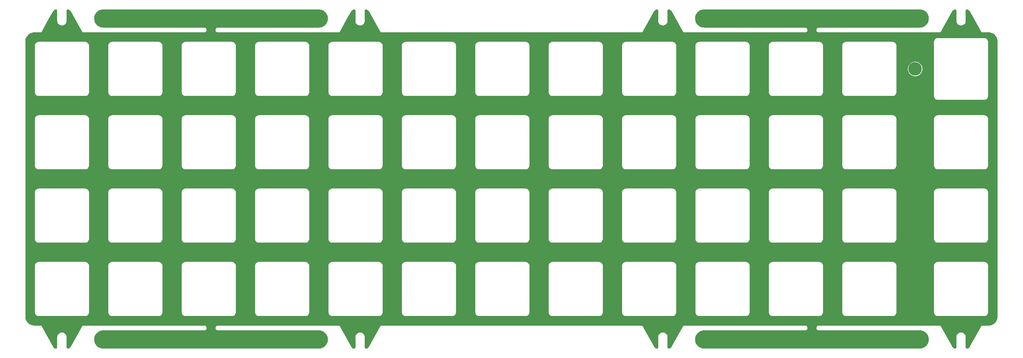
<source format=gbr>
G04 #@! TF.GenerationSoftware,KiCad,Pcbnew,(6.0.1-0)*
G04 #@! TF.CreationDate,2022-04-18T21:34:50-05:00*
G04 #@! TF.ProjectId,plate,706c6174-652e-46b6-9963-61645f706362,rev?*
G04 #@! TF.SameCoordinates,Original*
G04 #@! TF.FileFunction,Copper,L1,Top*
G04 #@! TF.FilePolarity,Positive*
%FSLAX46Y46*%
G04 Gerber Fmt 4.6, Leading zero omitted, Abs format (unit mm)*
G04 Created by KiCad (PCBNEW (6.0.1-0)) date 2022-04-18 21:34:50*
%MOMM*%
%LPD*%
G01*
G04 APERTURE LIST*
G04 #@! TA.AperFunction,ComponentPad*
%ADD10C,3.500000*%
G04 #@! TD*
G04 #@! TA.AperFunction,ViaPad*
%ADD11C,0.500000*%
G04 #@! TD*
G04 APERTURE END LIST*
D10*
X377429670Y-50006460D03*
D11*
X387531243Y-60133041D03*
G04 #@! TA.AperFunction,Conductor*
G36*
X166709847Y-34552510D02*
G01*
X166710042Y-34552482D01*
X222644545Y-34553154D01*
X222644545Y-34553177D01*
X222644585Y-34553171D01*
X222649518Y-34555214D01*
X222653835Y-34553426D01*
X222667040Y-34554257D01*
X222667041Y-34554257D01*
X222816364Y-34563651D01*
X222936965Y-34571238D01*
X222952661Y-34573221D01*
X223227799Y-34625707D01*
X223243109Y-34629638D01*
X223418581Y-34686652D01*
X223509498Y-34716193D01*
X223524210Y-34722018D01*
X223530828Y-34725132D01*
X223766593Y-34836074D01*
X223777641Y-34841273D01*
X223791507Y-34848896D01*
X224027986Y-34998970D01*
X224040788Y-35008270D01*
X224255797Y-35186141D01*
X224256609Y-35186813D01*
X224268143Y-35197645D01*
X224459874Y-35401818D01*
X224469960Y-35414010D01*
X224634102Y-35639931D01*
X224634590Y-35640603D01*
X224643065Y-35653957D01*
X224778009Y-35899418D01*
X224784743Y-35913730D01*
X224887849Y-36174149D01*
X224892738Y-36189197D01*
X224961558Y-36457229D01*
X224962393Y-36460483D01*
X224965358Y-36476026D01*
X225000462Y-36753903D01*
X225001456Y-36769695D01*
X225001456Y-37049789D01*
X225000462Y-37065581D01*
X224965443Y-37342786D01*
X224965358Y-37343458D01*
X224962394Y-37358995D01*
X224923881Y-37508993D01*
X224892738Y-37630287D01*
X224887849Y-37645335D01*
X224863317Y-37707296D01*
X224785614Y-37903555D01*
X224784743Y-37905754D01*
X224778009Y-37920066D01*
X224643438Y-38164849D01*
X224643069Y-38165521D01*
X224634593Y-38178876D01*
X224483347Y-38387049D01*
X224469960Y-38405474D01*
X224459874Y-38417666D01*
X224268143Y-38621839D01*
X224256609Y-38632671D01*
X224040788Y-38811214D01*
X224027986Y-38820514D01*
X223791507Y-38970588D01*
X223777641Y-38978211D01*
X223524210Y-39097466D01*
X223509498Y-39103291D01*
X223430336Y-39129012D01*
X223243109Y-39189846D01*
X223227799Y-39193777D01*
X222952662Y-39246263D01*
X222936965Y-39248246D01*
X222653835Y-39266058D01*
X222653673Y-39263490D01*
X222649566Y-39264290D01*
X222649518Y-39264270D01*
X222649386Y-39264325D01*
X222644547Y-39265267D01*
X222644547Y-39266329D01*
X222644545Y-39266330D01*
X222627666Y-39266330D01*
X222627143Y-39266302D01*
X222626949Y-39266330D01*
X200597513Y-39266047D01*
X196464021Y-39265994D01*
X196459964Y-39265681D01*
X196455746Y-39263934D01*
X196455746Y-39261438D01*
X196306205Y-39279596D01*
X196299079Y-39282298D01*
X196299077Y-39282299D01*
X196248707Y-39301402D01*
X196165355Y-39333013D01*
X196159079Y-39337345D01*
X196047655Y-39414255D01*
X196047653Y-39414257D01*
X196041381Y-39418586D01*
X196036325Y-39424293D01*
X196036324Y-39424294D01*
X196005204Y-39459422D01*
X195941489Y-39531341D01*
X195937949Y-39538086D01*
X195875023Y-39657979D01*
X195875021Y-39657983D01*
X195871483Y-39664725D01*
X195869661Y-39672118D01*
X195869660Y-39672120D01*
X195866715Y-39684071D01*
X195835433Y-39810987D01*
X195835433Y-39961627D01*
X195837255Y-39969017D01*
X195837255Y-39969021D01*
X195869660Y-40100494D01*
X195871483Y-40107889D01*
X195875021Y-40114631D01*
X195875023Y-40114635D01*
X195930369Y-40220085D01*
X195941489Y-40241273D01*
X195946541Y-40246976D01*
X195946542Y-40246977D01*
X196036324Y-40348320D01*
X196041381Y-40354028D01*
X196047653Y-40358357D01*
X196047655Y-40358359D01*
X196095370Y-40391294D01*
X196165355Y-40439601D01*
X196172485Y-40442305D01*
X196299077Y-40490315D01*
X196299079Y-40490316D01*
X196306205Y-40493018D01*
X196455746Y-40511176D01*
X196455746Y-40508680D01*
X196460293Y-40506797D01*
X196462431Y-40506620D01*
X199654099Y-40506603D01*
X228004677Y-40506452D01*
X228013541Y-40507470D01*
X228018908Y-40503209D01*
X228025241Y-40500586D01*
X228028656Y-40492342D01*
X228029724Y-40490420D01*
X228030163Y-40490066D01*
X228030598Y-40489270D01*
X228032160Y-40486035D01*
X229935246Y-37060480D01*
X230997849Y-35147796D01*
X231002538Y-35140926D01*
X231004320Y-35139871D01*
X231004958Y-35137382D01*
X231010880Y-35128706D01*
X231176711Y-34928110D01*
X231184728Y-34919297D01*
X231373647Y-34730378D01*
X231382460Y-34722361D01*
X231551965Y-34582233D01*
X231617213Y-34554245D01*
X231632298Y-34553345D01*
X231865662Y-34553440D01*
X231871727Y-34553919D01*
X231875554Y-34555504D01*
X231878156Y-34554426D01*
X231885323Y-34554992D01*
X231919744Y-34560445D01*
X231940111Y-34563671D01*
X231977608Y-34575857D01*
X231990119Y-34582233D01*
X232018063Y-34596474D01*
X232049953Y-34619649D01*
X232082059Y-34651766D01*
X232105221Y-34683657D01*
X232125831Y-34724128D01*
X232138003Y-34761625D01*
X232146664Y-34816410D01*
X232147228Y-34823584D01*
X232146150Y-34826185D01*
X232147733Y-34830011D01*
X232148210Y-34836074D01*
X232148211Y-34844648D01*
X232148211Y-34847915D01*
X232148179Y-34848516D01*
X232148211Y-34848738D01*
X232148298Y-37491691D01*
X232147412Y-37502053D01*
X232146238Y-37504887D01*
X232143655Y-37504887D01*
X232145078Y-37521155D01*
X232145078Y-37521157D01*
X232153611Y-37618687D01*
X232162194Y-37716784D01*
X232163618Y-37722098D01*
X232163618Y-37722099D01*
X232212828Y-37905754D01*
X232217246Y-37922244D01*
X232219568Y-37927225D01*
X232219569Y-37927226D01*
X232304814Y-38110035D01*
X232304817Y-38110040D01*
X232307140Y-38115022D01*
X232429144Y-38289261D01*
X232579550Y-38439667D01*
X232584058Y-38442824D01*
X232584061Y-38442826D01*
X232686207Y-38514349D01*
X232753790Y-38561671D01*
X232758772Y-38563994D01*
X232758777Y-38563997D01*
X232941585Y-38649242D01*
X232946567Y-38651565D01*
X232951875Y-38652987D01*
X232951877Y-38652988D01*
X233146712Y-38705193D01*
X233152027Y-38706617D01*
X233363924Y-38725156D01*
X233575821Y-38706617D01*
X233581136Y-38705193D01*
X233775971Y-38652988D01*
X233775973Y-38652987D01*
X233781281Y-38651565D01*
X233786263Y-38649242D01*
X233969072Y-38563997D01*
X233969077Y-38563994D01*
X233974059Y-38561671D01*
X234071564Y-38493397D01*
X234143787Y-38442826D01*
X234143790Y-38442824D01*
X234148298Y-38439667D01*
X234298704Y-38289261D01*
X234420708Y-38115022D01*
X234423031Y-38110040D01*
X234423034Y-38110035D01*
X234508279Y-37927226D01*
X234508280Y-37927225D01*
X234510602Y-37922244D01*
X234515021Y-37905754D01*
X234564230Y-37722099D01*
X234564230Y-37722098D01*
X234565654Y-37716784D01*
X234584193Y-37504887D01*
X234581610Y-37504887D01*
X234580173Y-37501418D01*
X234579550Y-37495153D01*
X234579471Y-35197645D01*
X234579458Y-34836019D01*
X234579939Y-34829911D01*
X234581518Y-34826100D01*
X234580443Y-34823505D01*
X234581010Y-34816302D01*
X234589685Y-34761543D01*
X234601871Y-34724046D01*
X234622487Y-34683593D01*
X234645663Y-34651701D01*
X234677780Y-34619595D01*
X234709671Y-34596433D01*
X234750142Y-34575823D01*
X234787637Y-34563651D01*
X234842448Y-34554986D01*
X234849591Y-34554423D01*
X234852199Y-34555504D01*
X234856038Y-34553915D01*
X234862069Y-34553440D01*
X234873813Y-34553435D01*
X234874485Y-34553471D01*
X234874737Y-34553435D01*
X235095550Y-34553345D01*
X235163679Y-34573319D01*
X235175883Y-34582233D01*
X235345388Y-34722361D01*
X235354201Y-34730378D01*
X235543120Y-34919297D01*
X235551137Y-34928110D01*
X235716968Y-35128706D01*
X235722890Y-35137382D01*
X235723528Y-35139871D01*
X235725310Y-35140926D01*
X235729999Y-35147796D01*
X238699192Y-40492342D01*
X238702607Y-40500586D01*
X238708940Y-40503209D01*
X238714307Y-40507470D01*
X238723167Y-40506452D01*
X238725374Y-40506452D01*
X238725894Y-40506663D01*
X238726817Y-40506656D01*
X238730378Y-40506452D01*
X306585993Y-40506452D01*
X306594857Y-40507470D01*
X306600224Y-40503209D01*
X306606557Y-40500586D01*
X306609972Y-40492342D01*
X306611040Y-40490420D01*
X306611479Y-40490066D01*
X306611914Y-40489270D01*
X306613476Y-40486035D01*
X308516562Y-37060480D01*
X309579165Y-35147796D01*
X309583854Y-35140926D01*
X309585636Y-35139871D01*
X309586274Y-35137382D01*
X309592196Y-35128706D01*
X309758027Y-34928110D01*
X309766044Y-34919297D01*
X309954963Y-34730378D01*
X309963776Y-34722361D01*
X310133281Y-34582233D01*
X310198529Y-34554245D01*
X310213614Y-34553345D01*
X310446978Y-34553440D01*
X310453043Y-34553919D01*
X310456870Y-34555504D01*
X310459472Y-34554426D01*
X310466639Y-34554992D01*
X310501060Y-34560445D01*
X310521427Y-34563671D01*
X310558924Y-34575857D01*
X310571435Y-34582233D01*
X310599379Y-34596474D01*
X310631269Y-34619649D01*
X310663375Y-34651766D01*
X310686537Y-34683657D01*
X310707147Y-34724128D01*
X310719319Y-34761625D01*
X310727980Y-34816410D01*
X310728544Y-34823584D01*
X310727466Y-34826185D01*
X310729049Y-34830011D01*
X310729526Y-34836074D01*
X310729527Y-34844648D01*
X310729527Y-34847915D01*
X310729495Y-34848516D01*
X310729527Y-34848738D01*
X310729614Y-37491691D01*
X310728728Y-37502053D01*
X310727554Y-37504887D01*
X310724971Y-37504887D01*
X310726394Y-37521155D01*
X310726394Y-37521157D01*
X310734927Y-37618687D01*
X310743510Y-37716784D01*
X310744934Y-37722098D01*
X310744934Y-37722099D01*
X310794144Y-37905754D01*
X310798562Y-37922244D01*
X310800884Y-37927225D01*
X310800885Y-37927226D01*
X310886130Y-38110035D01*
X310886133Y-38110040D01*
X310888456Y-38115022D01*
X311010460Y-38289261D01*
X311160866Y-38439667D01*
X311165374Y-38442824D01*
X311165377Y-38442826D01*
X311267523Y-38514349D01*
X311335106Y-38561671D01*
X311340088Y-38563994D01*
X311340093Y-38563997D01*
X311522901Y-38649242D01*
X311527883Y-38651565D01*
X311533191Y-38652987D01*
X311533193Y-38652988D01*
X311728028Y-38705193D01*
X311733343Y-38706617D01*
X311945240Y-38725156D01*
X312157137Y-38706617D01*
X312162452Y-38705193D01*
X312357287Y-38652988D01*
X312357289Y-38652987D01*
X312362597Y-38651565D01*
X312367579Y-38649242D01*
X312550388Y-38563997D01*
X312550393Y-38563994D01*
X312555375Y-38561671D01*
X312652880Y-38493397D01*
X312725103Y-38442826D01*
X312725106Y-38442824D01*
X312729614Y-38439667D01*
X312880020Y-38289261D01*
X313002024Y-38115022D01*
X313004347Y-38110040D01*
X313004350Y-38110035D01*
X313089595Y-37927226D01*
X313089596Y-37927225D01*
X313091918Y-37922244D01*
X313096337Y-37905754D01*
X313145546Y-37722099D01*
X313145546Y-37722098D01*
X313146970Y-37716784D01*
X313165509Y-37504887D01*
X313162926Y-37504887D01*
X313161489Y-37501418D01*
X313160866Y-37495153D01*
X313160787Y-35197645D01*
X313160774Y-34836019D01*
X313161255Y-34829911D01*
X313162834Y-34826100D01*
X313161759Y-34823505D01*
X313162326Y-34816302D01*
X313171001Y-34761543D01*
X313183187Y-34724046D01*
X313203803Y-34683593D01*
X313226979Y-34651701D01*
X313259096Y-34619595D01*
X313290987Y-34596433D01*
X313331458Y-34575823D01*
X313368953Y-34563651D01*
X313423764Y-34554986D01*
X313430907Y-34554423D01*
X313433515Y-34555504D01*
X313437354Y-34553915D01*
X313443385Y-34553440D01*
X313455129Y-34553435D01*
X313455801Y-34553471D01*
X313456053Y-34553435D01*
X313676866Y-34553345D01*
X313744995Y-34573319D01*
X313757199Y-34582233D01*
X313926704Y-34722361D01*
X313935517Y-34730378D01*
X314124436Y-34919297D01*
X314132453Y-34928110D01*
X314298284Y-35128706D01*
X314304206Y-35137382D01*
X314304844Y-35139871D01*
X314306626Y-35140926D01*
X314311315Y-35147796D01*
X317280508Y-40492342D01*
X317283923Y-40500586D01*
X317290256Y-40503209D01*
X317295623Y-40507470D01*
X317304483Y-40506452D01*
X317306690Y-40506452D01*
X317307210Y-40506663D01*
X317308134Y-40506656D01*
X317311694Y-40506452D01*
X338941455Y-40506567D01*
X348847598Y-40506620D01*
X348851656Y-40506933D01*
X348855874Y-40508680D01*
X348855874Y-40511176D01*
X349005415Y-40493018D01*
X349012541Y-40490316D01*
X349012543Y-40490315D01*
X349139135Y-40442305D01*
X349146265Y-40439601D01*
X349216250Y-40391294D01*
X349263965Y-40358359D01*
X349263967Y-40358357D01*
X349270239Y-40354028D01*
X349275296Y-40348320D01*
X349365078Y-40246977D01*
X349365079Y-40246976D01*
X349370131Y-40241273D01*
X349381251Y-40220085D01*
X349436597Y-40114635D01*
X349436599Y-40114631D01*
X349440137Y-40107889D01*
X349441960Y-40100494D01*
X349474365Y-39969021D01*
X349474365Y-39969017D01*
X349476187Y-39961627D01*
X349476187Y-39810987D01*
X349444906Y-39684071D01*
X349441960Y-39672120D01*
X349441959Y-39672118D01*
X349440137Y-39664725D01*
X349436599Y-39657983D01*
X349436597Y-39657979D01*
X349373671Y-39538086D01*
X349370131Y-39531341D01*
X349306417Y-39459422D01*
X349275296Y-39424294D01*
X349275295Y-39424293D01*
X349270239Y-39418586D01*
X349263967Y-39414257D01*
X349263965Y-39414255D01*
X349152541Y-39337345D01*
X349146265Y-39333013D01*
X349062913Y-39301402D01*
X349012543Y-39282299D01*
X349012541Y-39282298D01*
X349005415Y-39279596D01*
X348855874Y-39261438D01*
X348855874Y-39263934D01*
X348851328Y-39265817D01*
X348849187Y-39265994D01*
X322664451Y-39265658D01*
X322664451Y-39265635D01*
X322664411Y-39265641D01*
X322659478Y-39263598D01*
X322655161Y-39265386D01*
X322641956Y-39264555D01*
X322641955Y-39264555D01*
X322475470Y-39254081D01*
X322372031Y-39247574D01*
X322356334Y-39245591D01*
X322081197Y-39193105D01*
X322065887Y-39189174D01*
X321878660Y-39128340D01*
X321799498Y-39102619D01*
X321784786Y-39096794D01*
X321531355Y-38977539D01*
X321517489Y-38969916D01*
X321281010Y-38819842D01*
X321268208Y-38810542D01*
X321143164Y-38707096D01*
X321052384Y-38631996D01*
X321040853Y-38621167D01*
X320849122Y-38416994D01*
X320839036Y-38404802D01*
X320757922Y-38293158D01*
X320674403Y-38178204D01*
X320665927Y-38164849D01*
X320641013Y-38119530D01*
X320530987Y-37919394D01*
X320524253Y-37905082D01*
X320523649Y-37903555D01*
X320425196Y-37654889D01*
X320421147Y-37644663D01*
X320416258Y-37629615D01*
X320388866Y-37522931D01*
X320346602Y-37358323D01*
X320343638Y-37342786D01*
X320308534Y-37064909D01*
X320307540Y-37049117D01*
X320307540Y-36769023D01*
X320308534Y-36753231D01*
X320310856Y-36734848D01*
X320343639Y-36475348D01*
X320346603Y-36459811D01*
X320347094Y-36457901D01*
X320416258Y-36188525D01*
X320421147Y-36173477D01*
X320524253Y-35913058D01*
X320530987Y-35898746D01*
X320665931Y-35653285D01*
X320674406Y-35639931D01*
X320839036Y-35413338D01*
X320849122Y-35401146D01*
X321040853Y-35196973D01*
X321052387Y-35186141D01*
X321106111Y-35141697D01*
X321268208Y-35007598D01*
X321281010Y-34998298D01*
X321516430Y-34848896D01*
X321517491Y-34848223D01*
X321531355Y-34840601D01*
X321540976Y-34836074D01*
X321699188Y-34761625D01*
X321784786Y-34721346D01*
X321799498Y-34715521D01*
X321946586Y-34667729D01*
X322065887Y-34628966D01*
X322081197Y-34625035D01*
X322356335Y-34572549D01*
X322372031Y-34570566D01*
X322655161Y-34552754D01*
X322655323Y-34555322D01*
X322659430Y-34554522D01*
X322659478Y-34554542D01*
X322659610Y-34554487D01*
X322664449Y-34553545D01*
X322664449Y-34552483D01*
X322664451Y-34552482D01*
X322681330Y-34552482D01*
X322681853Y-34552510D01*
X322682048Y-34552482D01*
X378616551Y-34553154D01*
X378616551Y-34553177D01*
X378616591Y-34553171D01*
X378621524Y-34555214D01*
X378625841Y-34553426D01*
X378639046Y-34554257D01*
X378639047Y-34554257D01*
X378788370Y-34563651D01*
X378908971Y-34571238D01*
X378924667Y-34573221D01*
X379199805Y-34625707D01*
X379215115Y-34629638D01*
X379390587Y-34686652D01*
X379481504Y-34716193D01*
X379496216Y-34722018D01*
X379502834Y-34725132D01*
X379738599Y-34836074D01*
X379749647Y-34841273D01*
X379763513Y-34848896D01*
X379999992Y-34998970D01*
X380012794Y-35008270D01*
X380227803Y-35186141D01*
X380228615Y-35186813D01*
X380240149Y-35197645D01*
X380431880Y-35401818D01*
X380441966Y-35414010D01*
X380606108Y-35639931D01*
X380606596Y-35640603D01*
X380615071Y-35653957D01*
X380750015Y-35899418D01*
X380756749Y-35913730D01*
X380859855Y-36174149D01*
X380864744Y-36189197D01*
X380933564Y-36457229D01*
X380934399Y-36460483D01*
X380937364Y-36476026D01*
X380972468Y-36753903D01*
X380973462Y-36769695D01*
X380973462Y-37049789D01*
X380972468Y-37065581D01*
X380937449Y-37342786D01*
X380937364Y-37343458D01*
X380934400Y-37358995D01*
X380895887Y-37508993D01*
X380864744Y-37630287D01*
X380859855Y-37645335D01*
X380835323Y-37707296D01*
X380757620Y-37903555D01*
X380756749Y-37905754D01*
X380750015Y-37920066D01*
X380615444Y-38164849D01*
X380615075Y-38165521D01*
X380606599Y-38178876D01*
X380455353Y-38387049D01*
X380441966Y-38405474D01*
X380431880Y-38417666D01*
X380240149Y-38621839D01*
X380228615Y-38632671D01*
X380012794Y-38811214D01*
X379999992Y-38820514D01*
X379763513Y-38970588D01*
X379749647Y-38978211D01*
X379496216Y-39097466D01*
X379481504Y-39103291D01*
X379402342Y-39129012D01*
X379215115Y-39189846D01*
X379199805Y-39193777D01*
X378924668Y-39246263D01*
X378908971Y-39248246D01*
X378625841Y-39266058D01*
X378625679Y-39263490D01*
X378621572Y-39264290D01*
X378621524Y-39264270D01*
X378621392Y-39264325D01*
X378616553Y-39265267D01*
X378616553Y-39266329D01*
X378616551Y-39266330D01*
X378599672Y-39266330D01*
X378599149Y-39266302D01*
X378598955Y-39266330D01*
X356569519Y-39266047D01*
X352436027Y-39265994D01*
X352431970Y-39265681D01*
X352427752Y-39263934D01*
X352427752Y-39261438D01*
X352278211Y-39279596D01*
X352271085Y-39282298D01*
X352271083Y-39282299D01*
X352220713Y-39301402D01*
X352137361Y-39333013D01*
X352131085Y-39337345D01*
X352019661Y-39414255D01*
X352019659Y-39414257D01*
X352013387Y-39418586D01*
X352008331Y-39424293D01*
X352008330Y-39424294D01*
X351977210Y-39459422D01*
X351913495Y-39531341D01*
X351909955Y-39538086D01*
X351847029Y-39657979D01*
X351847027Y-39657983D01*
X351843489Y-39664725D01*
X351841667Y-39672118D01*
X351841666Y-39672120D01*
X351838721Y-39684071D01*
X351807439Y-39810987D01*
X351807439Y-39961627D01*
X351809261Y-39969017D01*
X351809261Y-39969021D01*
X351841666Y-40100494D01*
X351843489Y-40107889D01*
X351847027Y-40114631D01*
X351847029Y-40114635D01*
X351902375Y-40220085D01*
X351913495Y-40241273D01*
X351918547Y-40246976D01*
X351918548Y-40246977D01*
X352008330Y-40348320D01*
X352013387Y-40354028D01*
X352019659Y-40358357D01*
X352019661Y-40358359D01*
X352067376Y-40391294D01*
X352137361Y-40439601D01*
X352144491Y-40442305D01*
X352271083Y-40490315D01*
X352271085Y-40490316D01*
X352278211Y-40493018D01*
X352427752Y-40511176D01*
X352427752Y-40508680D01*
X352432299Y-40506797D01*
X352434437Y-40506620D01*
X355626105Y-40506603D01*
X383976683Y-40506452D01*
X383985547Y-40507470D01*
X383990914Y-40503209D01*
X383997247Y-40500586D01*
X384000662Y-40492342D01*
X384001730Y-40490420D01*
X384002169Y-40490066D01*
X384002604Y-40489270D01*
X384004166Y-40486035D01*
X385907252Y-37060480D01*
X386969855Y-35147796D01*
X386974544Y-35140926D01*
X386976326Y-35139871D01*
X386976964Y-35137382D01*
X386982886Y-35128706D01*
X387148717Y-34928110D01*
X387156734Y-34919297D01*
X387345653Y-34730378D01*
X387354466Y-34722361D01*
X387523971Y-34582233D01*
X387589219Y-34554245D01*
X387604304Y-34553345D01*
X387837668Y-34553440D01*
X387843733Y-34553919D01*
X387847560Y-34555504D01*
X387850162Y-34554426D01*
X387857329Y-34554992D01*
X387891750Y-34560445D01*
X387912117Y-34563671D01*
X387949614Y-34575857D01*
X387962125Y-34582233D01*
X387990069Y-34596474D01*
X388021959Y-34619649D01*
X388054065Y-34651766D01*
X388077227Y-34683657D01*
X388097837Y-34724128D01*
X388110009Y-34761625D01*
X388118670Y-34816410D01*
X388119234Y-34823584D01*
X388118156Y-34826185D01*
X388119739Y-34830011D01*
X388120216Y-34836074D01*
X388120217Y-34844648D01*
X388120217Y-34847915D01*
X388120185Y-34848516D01*
X388120217Y-34848738D01*
X388120304Y-37491691D01*
X388119418Y-37502053D01*
X388118244Y-37504887D01*
X388115661Y-37504887D01*
X388117084Y-37521155D01*
X388117084Y-37521157D01*
X388125617Y-37618687D01*
X388134200Y-37716784D01*
X388135624Y-37722098D01*
X388135624Y-37722099D01*
X388184834Y-37905754D01*
X388189252Y-37922244D01*
X388191574Y-37927225D01*
X388191575Y-37927226D01*
X388276820Y-38110035D01*
X388276823Y-38110040D01*
X388279146Y-38115022D01*
X388401150Y-38289261D01*
X388551556Y-38439667D01*
X388556064Y-38442824D01*
X388556067Y-38442826D01*
X388658213Y-38514349D01*
X388725796Y-38561671D01*
X388730778Y-38563994D01*
X388730783Y-38563997D01*
X388913591Y-38649242D01*
X388918573Y-38651565D01*
X388923881Y-38652987D01*
X388923883Y-38652988D01*
X389118718Y-38705193D01*
X389124033Y-38706617D01*
X389335930Y-38725156D01*
X389547827Y-38706617D01*
X389553142Y-38705193D01*
X389747977Y-38652988D01*
X389747979Y-38652987D01*
X389753287Y-38651565D01*
X389758269Y-38649242D01*
X389941078Y-38563997D01*
X389941083Y-38563994D01*
X389946065Y-38561671D01*
X390043570Y-38493397D01*
X390115793Y-38442826D01*
X390115796Y-38442824D01*
X390120304Y-38439667D01*
X390270710Y-38289261D01*
X390392714Y-38115022D01*
X390395037Y-38110040D01*
X390395040Y-38110035D01*
X390480285Y-37927226D01*
X390480286Y-37927225D01*
X390482608Y-37922244D01*
X390487027Y-37905754D01*
X390536236Y-37722099D01*
X390536236Y-37722098D01*
X390537660Y-37716784D01*
X390556199Y-37504887D01*
X390553616Y-37504887D01*
X390552179Y-37501418D01*
X390551556Y-37495153D01*
X390551477Y-35197645D01*
X390551464Y-34836019D01*
X390551945Y-34829911D01*
X390553524Y-34826100D01*
X390552449Y-34823505D01*
X390553016Y-34816302D01*
X390561691Y-34761543D01*
X390573877Y-34724046D01*
X390594493Y-34683593D01*
X390617669Y-34651701D01*
X390649786Y-34619595D01*
X390681677Y-34596433D01*
X390722148Y-34575823D01*
X390759643Y-34563651D01*
X390814454Y-34554986D01*
X390821597Y-34554423D01*
X390824205Y-34555504D01*
X390828044Y-34553915D01*
X390834075Y-34553440D01*
X390845819Y-34553435D01*
X390846491Y-34553471D01*
X390846743Y-34553435D01*
X391067556Y-34553345D01*
X391135685Y-34573319D01*
X391147889Y-34582233D01*
X391317394Y-34722361D01*
X391326207Y-34730378D01*
X391515126Y-34919297D01*
X391523143Y-34928110D01*
X391688974Y-35128706D01*
X391694896Y-35137382D01*
X391695534Y-35139871D01*
X391697316Y-35140926D01*
X391702005Y-35147796D01*
X394671198Y-40492342D01*
X394674613Y-40500586D01*
X394680946Y-40503209D01*
X394686313Y-40507470D01*
X394695173Y-40506452D01*
X394697380Y-40506452D01*
X394697900Y-40506663D01*
X394698823Y-40506656D01*
X394702384Y-40506452D01*
X396474661Y-40506456D01*
X396474661Y-40506481D01*
X396474704Y-40506474D01*
X396479634Y-40508516D01*
X396483973Y-40506718D01*
X396557670Y-40511176D01*
X396756043Y-40523176D01*
X396771147Y-40525010D01*
X397036026Y-40573551D01*
X397050799Y-40577192D01*
X397307894Y-40657306D01*
X397322119Y-40662700D01*
X397567703Y-40773227D01*
X397581167Y-40780295D01*
X397811618Y-40919608D01*
X397824140Y-40928251D01*
X398036129Y-41094334D01*
X398047517Y-41104424D01*
X398237926Y-41294833D01*
X398248016Y-41306221D01*
X398414099Y-41518210D01*
X398422742Y-41530732D01*
X398562053Y-41761179D01*
X398569123Y-41774647D01*
X398668114Y-41994600D01*
X398679649Y-42020229D01*
X398685043Y-42034454D01*
X398755191Y-42259566D01*
X398765158Y-42291551D01*
X398768799Y-42306324D01*
X398817340Y-42571203D01*
X398819174Y-42586307D01*
X398835632Y-42858377D01*
X398833153Y-42858527D01*
X398833921Y-42862506D01*
X398833834Y-42862716D01*
X398834072Y-42863292D01*
X398834921Y-42867689D01*
X398835894Y-42867689D01*
X398835894Y-42884503D01*
X398835864Y-42885067D01*
X398835894Y-42885278D01*
X398835894Y-114295171D01*
X398835869Y-114295171D01*
X398835876Y-114295214D01*
X398833834Y-114300144D01*
X398835632Y-114304483D01*
X398834825Y-114317825D01*
X398819174Y-114576553D01*
X398817340Y-114591657D01*
X398768799Y-114856536D01*
X398765158Y-114871309D01*
X398685044Y-115128404D01*
X398679650Y-115142629D01*
X398679644Y-115142643D01*
X398569125Y-115388208D01*
X398562055Y-115401677D01*
X398422742Y-115632128D01*
X398414100Y-115644649D01*
X398249943Y-115854179D01*
X398248016Y-115856639D01*
X398237926Y-115868027D01*
X398047517Y-116058436D01*
X398036129Y-116068526D01*
X397824140Y-116234609D01*
X397811619Y-116243251D01*
X397581167Y-116382565D01*
X397567703Y-116389633D01*
X397467593Y-116434688D01*
X397322121Y-116500159D01*
X397307894Y-116505554D01*
X397050799Y-116585668D01*
X397036026Y-116589309D01*
X396771147Y-116637850D01*
X396756043Y-116639684D01*
X396483973Y-116656142D01*
X396483823Y-116653665D01*
X396479847Y-116654432D01*
X396479634Y-116654344D01*
X396479050Y-116654586D01*
X396474391Y-116655485D01*
X396474391Y-116656516D01*
X396458613Y-116656516D01*
X396458572Y-116656499D01*
X396457288Y-116656430D01*
X396456691Y-116656516D01*
X394695173Y-116656516D01*
X394686313Y-116655498D01*
X394680946Y-116659759D01*
X394674613Y-116662382D01*
X394671198Y-116670626D01*
X394670130Y-116672548D01*
X394669691Y-116672902D01*
X394669256Y-116673698D01*
X394667694Y-116676933D01*
X393598665Y-118601185D01*
X391723682Y-121976155D01*
X391702006Y-122015171D01*
X391697316Y-122022042D01*
X391695534Y-122023097D01*
X391694896Y-122025586D01*
X391688974Y-122034261D01*
X391584682Y-122160418D01*
X391523143Y-122234858D01*
X391515126Y-122243671D01*
X391326207Y-122432590D01*
X391317394Y-122440607D01*
X391147889Y-122580735D01*
X391082641Y-122608723D01*
X391067556Y-122609623D01*
X390834192Y-122609528D01*
X390828127Y-122609049D01*
X390824300Y-122607464D01*
X390821698Y-122608542D01*
X390814531Y-122607976D01*
X390770619Y-122601020D01*
X390759743Y-122599297D01*
X390722246Y-122587111D01*
X390681919Y-122566559D01*
X390681791Y-122566494D01*
X390649901Y-122543319D01*
X390617795Y-122511202D01*
X390594633Y-122479311D01*
X390574023Y-122438840D01*
X390561851Y-122401343D01*
X390553190Y-122346558D01*
X390552626Y-122339384D01*
X390553704Y-122336783D01*
X390552121Y-122332957D01*
X390551644Y-122326894D01*
X390551644Y-122321583D01*
X390551643Y-122315045D01*
X390551675Y-122314452D01*
X390551643Y-122314227D01*
X390551641Y-122234877D01*
X390551556Y-119671274D01*
X390552442Y-119660915D01*
X390553616Y-119658081D01*
X390556199Y-119658081D01*
X390554621Y-119640037D01*
X390543065Y-119507967D01*
X390537660Y-119446184D01*
X390487586Y-119259301D01*
X390484031Y-119246034D01*
X390484030Y-119246032D01*
X390482608Y-119240724D01*
X390405463Y-119075287D01*
X390395040Y-119052934D01*
X390395037Y-119052929D01*
X390392714Y-119047947D01*
X390389557Y-119043438D01*
X390273869Y-118878218D01*
X390273867Y-118878215D01*
X390270710Y-118873707D01*
X390120304Y-118723301D01*
X390111089Y-118716848D01*
X390043570Y-118669571D01*
X389946065Y-118601297D01*
X389941083Y-118598974D01*
X389941078Y-118598971D01*
X389758269Y-118513726D01*
X389758268Y-118513725D01*
X389753287Y-118511403D01*
X389747979Y-118509981D01*
X389747977Y-118509980D01*
X389553142Y-118457775D01*
X389553141Y-118457775D01*
X389547827Y-118456351D01*
X389335930Y-118437812D01*
X389124033Y-118456351D01*
X389118719Y-118457775D01*
X389118718Y-118457775D01*
X388923883Y-118509980D01*
X388923881Y-118509981D01*
X388918573Y-118511403D01*
X388913593Y-118513725D01*
X388913591Y-118513726D01*
X388730783Y-118598971D01*
X388730778Y-118598974D01*
X388725796Y-118601297D01*
X388721289Y-118604453D01*
X388721287Y-118604454D01*
X388556067Y-118720142D01*
X388556064Y-118720144D01*
X388551556Y-118723301D01*
X388401150Y-118873707D01*
X388397993Y-118878215D01*
X388397991Y-118878218D01*
X388282303Y-119043438D01*
X388279146Y-119047947D01*
X388276823Y-119052929D01*
X388276820Y-119052934D01*
X388266397Y-119075287D01*
X388189252Y-119240724D01*
X388187830Y-119246032D01*
X388187829Y-119246034D01*
X388184274Y-119259301D01*
X388134200Y-119446184D01*
X388115661Y-119658081D01*
X388118244Y-119658081D01*
X388119681Y-119661550D01*
X388120304Y-119667815D01*
X388120330Y-120405196D01*
X388120396Y-122315072D01*
X388120396Y-122326947D01*
X388119915Y-122333057D01*
X388118336Y-122336868D01*
X388119411Y-122339463D01*
X388118844Y-122346662D01*
X388115733Y-122366305D01*
X388110169Y-122401425D01*
X388097983Y-122438922D01*
X388087434Y-122459620D01*
X388077394Y-122479323D01*
X388077367Y-122479375D01*
X388054191Y-122511267D01*
X388022074Y-122543373D01*
X387990183Y-122566535D01*
X387949712Y-122587145D01*
X387912217Y-122599317D01*
X387857407Y-122607982D01*
X387850263Y-122608545D01*
X387847655Y-122607464D01*
X387843816Y-122609053D01*
X387837785Y-122609528D01*
X387826041Y-122609533D01*
X387825369Y-122609497D01*
X387825117Y-122609533D01*
X387604304Y-122609623D01*
X387536175Y-122589649D01*
X387523971Y-122580735D01*
X387354466Y-122440607D01*
X387345653Y-122432590D01*
X387156734Y-122243671D01*
X387148717Y-122234858D01*
X387087178Y-122160418D01*
X386982886Y-122034261D01*
X386976964Y-122025586D01*
X386976326Y-122023097D01*
X386974544Y-122022042D01*
X386969854Y-122015171D01*
X386948490Y-121976715D01*
X384000662Y-116670626D01*
X383997247Y-116662382D01*
X383990914Y-116659759D01*
X383985547Y-116655498D01*
X383976683Y-116656516D01*
X383974480Y-116656516D01*
X383973958Y-116656304D01*
X383973053Y-116656311D01*
X383969473Y-116656516D01*
X362340660Y-116656401D01*
X352433572Y-116656348D01*
X352429514Y-116656035D01*
X352425296Y-116654288D01*
X352425296Y-116651792D01*
X352275755Y-116669950D01*
X352268629Y-116672652D01*
X352268627Y-116672653D01*
X352168036Y-116710802D01*
X352134905Y-116723367D01*
X352128629Y-116727699D01*
X352017205Y-116804609D01*
X352017203Y-116804611D01*
X352010931Y-116808940D01*
X352005875Y-116814647D01*
X352005874Y-116814648D01*
X351916192Y-116915879D01*
X351911039Y-116921695D01*
X351907499Y-116928440D01*
X351844573Y-117048333D01*
X351844571Y-117048337D01*
X351841033Y-117055079D01*
X351839211Y-117062472D01*
X351839210Y-117062474D01*
X351836265Y-117074425D01*
X351804983Y-117201341D01*
X351804983Y-117351981D01*
X351806805Y-117359371D01*
X351806805Y-117359375D01*
X351839210Y-117490848D01*
X351841033Y-117498243D01*
X351844571Y-117504985D01*
X351844573Y-117504989D01*
X351899919Y-117610439D01*
X351911039Y-117631627D01*
X351916091Y-117637330D01*
X351916092Y-117637331D01*
X352005775Y-117738562D01*
X352010931Y-117744382D01*
X352017203Y-117748711D01*
X352017205Y-117748713D01*
X352064758Y-117781536D01*
X352134905Y-117829955D01*
X352142035Y-117832659D01*
X352268627Y-117880669D01*
X352268629Y-117880670D01*
X352275755Y-117883372D01*
X352425296Y-117901530D01*
X352425296Y-117899034D01*
X352429842Y-117897151D01*
X352431983Y-117896974D01*
X378616746Y-117897310D01*
X378616719Y-117897310D01*
X378616719Y-117897333D01*
X378616759Y-117897327D01*
X378621692Y-117899370D01*
X378626009Y-117897582D01*
X378639214Y-117898413D01*
X378639215Y-117898413D01*
X378805700Y-117908887D01*
X378909139Y-117915394D01*
X378924835Y-117917377D01*
X379199973Y-117969863D01*
X379215283Y-117973794D01*
X379402510Y-118034628D01*
X379481672Y-118060349D01*
X379496384Y-118066174D01*
X379749815Y-118185429D01*
X379763679Y-118193051D01*
X380000160Y-118343126D01*
X380012962Y-118352426D01*
X380228648Y-118530857D01*
X380228783Y-118530969D01*
X380240314Y-118541798D01*
X380391138Y-118702410D01*
X380432048Y-118745974D01*
X380442134Y-118758166D01*
X380606683Y-118984647D01*
X380606764Y-118984759D01*
X380615239Y-118998113D01*
X380750183Y-119243574D01*
X380756914Y-119257880D01*
X380757529Y-119259432D01*
X380860023Y-119518305D01*
X380864912Y-119533353D01*
X380934366Y-119803855D01*
X380934567Y-119804639D01*
X380937532Y-119820182D01*
X380972636Y-120098059D01*
X380973630Y-120113851D01*
X380973630Y-120393945D01*
X380972636Y-120409737D01*
X380937617Y-120686942D01*
X380937532Y-120687614D01*
X380934568Y-120703151D01*
X380933904Y-120705739D01*
X380864912Y-120974443D01*
X380860023Y-120989491D01*
X380756917Y-121249910D01*
X380750183Y-121264222D01*
X380615243Y-121509677D01*
X380606767Y-121523032D01*
X380590596Y-121545290D01*
X380442134Y-121749630D01*
X380432048Y-121761822D01*
X380240317Y-121965995D01*
X380228786Y-121976824D01*
X380132626Y-122056375D01*
X380012962Y-122155370D01*
X380000161Y-122164670D01*
X379764318Y-122314340D01*
X379763681Y-122314744D01*
X379749817Y-122322366D01*
X379711314Y-122340484D01*
X379496384Y-122441622D01*
X379481672Y-122447447D01*
X379402510Y-122473168D01*
X379215283Y-122534002D01*
X379199973Y-122537933D01*
X378925423Y-122590307D01*
X378924836Y-122590419D01*
X378909139Y-122592402D01*
X378626009Y-122610214D01*
X378625847Y-122607646D01*
X378621740Y-122608446D01*
X378621692Y-122608426D01*
X378621560Y-122608481D01*
X378616721Y-122609423D01*
X378616721Y-122610485D01*
X378616719Y-122610486D01*
X378599840Y-122610486D01*
X378599317Y-122610458D01*
X378599122Y-122610486D01*
X322664619Y-122609814D01*
X322664619Y-122609791D01*
X322664579Y-122609797D01*
X322659646Y-122607754D01*
X322655329Y-122609542D01*
X322642124Y-122608711D01*
X322642123Y-122608711D01*
X322475638Y-122598237D01*
X322372199Y-122591730D01*
X322356502Y-122589747D01*
X322356088Y-122589668D01*
X322081365Y-122537261D01*
X322066055Y-122533330D01*
X321878828Y-122472496D01*
X321799666Y-122446775D01*
X321784954Y-122440950D01*
X321571452Y-122340484D01*
X321531521Y-122321694D01*
X321517657Y-122314072D01*
X321282061Y-122164558D01*
X321281177Y-122163998D01*
X321268376Y-122154698D01*
X321148550Y-122055569D01*
X321052552Y-121976152D01*
X321041021Y-121965323D01*
X320849290Y-121761150D01*
X320839204Y-121748958D01*
X320825817Y-121730533D01*
X320674571Y-121522360D01*
X320666095Y-121509005D01*
X320531155Y-121263550D01*
X320524421Y-121249238D01*
X320421315Y-120988819D01*
X320416426Y-120973771D01*
X320396843Y-120897499D01*
X320346770Y-120702479D01*
X320343806Y-120686942D01*
X320308702Y-120409065D01*
X320307708Y-120393273D01*
X320307708Y-120113179D01*
X320308702Y-120097387D01*
X320311024Y-120079004D01*
X320343807Y-119819504D01*
X320346771Y-119803967D01*
X320347262Y-119802057D01*
X320416426Y-119532681D01*
X320421315Y-119517633D01*
X320523543Y-119259432D01*
X320524424Y-119257208D01*
X320531155Y-119242902D01*
X320666099Y-118997441D01*
X320674574Y-118984087D01*
X320674656Y-118983975D01*
X320825817Y-118775919D01*
X320839204Y-118757494D01*
X320849290Y-118745302D01*
X320890200Y-118701738D01*
X321041024Y-118541126D01*
X321052555Y-118530297D01*
X321052691Y-118530185D01*
X321268376Y-118351754D01*
X321281178Y-118342454D01*
X321517659Y-118192379D01*
X321531523Y-118184757D01*
X321784954Y-118065502D01*
X321799666Y-118059677D01*
X321946754Y-118011885D01*
X322066055Y-117973122D01*
X322081365Y-117969191D01*
X322356503Y-117916705D01*
X322372199Y-117914722D01*
X322655329Y-117896910D01*
X322655491Y-117899478D01*
X322659598Y-117898678D01*
X322659646Y-117898698D01*
X322659778Y-117898643D01*
X322664617Y-117897701D01*
X322664617Y-117896639D01*
X322664619Y-117896638D01*
X322681498Y-117896638D01*
X322682021Y-117896666D01*
X322682215Y-117896638D01*
X344711651Y-117896921D01*
X348845143Y-117896974D01*
X348849200Y-117897287D01*
X348853418Y-117899034D01*
X348853418Y-117901530D01*
X349002959Y-117883372D01*
X349010085Y-117880670D01*
X349010087Y-117880669D01*
X349136679Y-117832659D01*
X349143809Y-117829955D01*
X349213956Y-117781536D01*
X349261509Y-117748713D01*
X349261511Y-117748711D01*
X349267783Y-117744382D01*
X349272939Y-117738562D01*
X349362622Y-117637331D01*
X349362623Y-117637330D01*
X349367675Y-117631627D01*
X349378795Y-117610439D01*
X349434141Y-117504989D01*
X349434143Y-117504985D01*
X349437681Y-117498243D01*
X349439504Y-117490848D01*
X349471909Y-117359375D01*
X349471909Y-117359371D01*
X349473731Y-117351981D01*
X349473731Y-117201341D01*
X349442450Y-117074425D01*
X349439504Y-117062474D01*
X349439503Y-117062472D01*
X349437681Y-117055079D01*
X349434143Y-117048337D01*
X349434141Y-117048333D01*
X349371215Y-116928440D01*
X349367675Y-116921695D01*
X349362523Y-116915879D01*
X349272840Y-116814648D01*
X349272839Y-116814647D01*
X349267783Y-116808940D01*
X349261511Y-116804611D01*
X349261509Y-116804609D01*
X349150085Y-116727699D01*
X349143809Y-116723367D01*
X349110678Y-116710802D01*
X349010087Y-116672653D01*
X349010085Y-116672652D01*
X349002959Y-116669950D01*
X348853418Y-116651792D01*
X348853418Y-116654288D01*
X348848871Y-116656171D01*
X348846733Y-116656348D01*
X345657518Y-116656365D01*
X317304483Y-116656516D01*
X317295623Y-116655498D01*
X317290256Y-116659759D01*
X317283923Y-116662382D01*
X317280508Y-116670626D01*
X317279440Y-116672548D01*
X317279001Y-116672902D01*
X317278566Y-116673698D01*
X317277004Y-116676933D01*
X316207975Y-118601185D01*
X314332992Y-121976155D01*
X314311316Y-122015171D01*
X314306626Y-122022042D01*
X314304844Y-122023097D01*
X314304206Y-122025586D01*
X314298284Y-122034261D01*
X314193992Y-122160418D01*
X314132453Y-122234858D01*
X314124436Y-122243671D01*
X313935517Y-122432590D01*
X313926704Y-122440607D01*
X313757199Y-122580735D01*
X313691951Y-122608723D01*
X313676866Y-122609623D01*
X313443502Y-122609528D01*
X313437437Y-122609049D01*
X313433610Y-122607464D01*
X313431008Y-122608542D01*
X313423841Y-122607976D01*
X313379929Y-122601020D01*
X313369053Y-122599297D01*
X313331556Y-122587111D01*
X313291229Y-122566559D01*
X313291101Y-122566494D01*
X313259211Y-122543319D01*
X313227105Y-122511202D01*
X313203943Y-122479311D01*
X313183333Y-122438840D01*
X313171161Y-122401343D01*
X313162500Y-122346558D01*
X313161936Y-122339384D01*
X313163014Y-122336783D01*
X313161431Y-122332957D01*
X313160954Y-122326894D01*
X313160954Y-122321583D01*
X313160953Y-122315045D01*
X313160985Y-122314452D01*
X313160953Y-122314227D01*
X313160951Y-122234877D01*
X313160866Y-119671274D01*
X313161752Y-119660915D01*
X313162926Y-119658081D01*
X313165509Y-119658081D01*
X313163931Y-119640037D01*
X313152375Y-119507967D01*
X313146970Y-119446184D01*
X313096896Y-119259301D01*
X313093341Y-119246034D01*
X313093340Y-119246032D01*
X313091918Y-119240724D01*
X313014773Y-119075287D01*
X313004350Y-119052934D01*
X313004347Y-119052929D01*
X313002024Y-119047947D01*
X312998867Y-119043438D01*
X312883179Y-118878218D01*
X312883177Y-118878215D01*
X312880020Y-118873707D01*
X312729614Y-118723301D01*
X312720399Y-118716848D01*
X312652880Y-118669571D01*
X312555375Y-118601297D01*
X312550393Y-118598974D01*
X312550388Y-118598971D01*
X312367579Y-118513726D01*
X312367578Y-118513725D01*
X312362597Y-118511403D01*
X312357289Y-118509981D01*
X312357287Y-118509980D01*
X312162452Y-118457775D01*
X312162451Y-118457775D01*
X312157137Y-118456351D01*
X311945240Y-118437812D01*
X311733343Y-118456351D01*
X311728029Y-118457775D01*
X311728028Y-118457775D01*
X311533193Y-118509980D01*
X311533191Y-118509981D01*
X311527883Y-118511403D01*
X311522903Y-118513725D01*
X311522901Y-118513726D01*
X311340093Y-118598971D01*
X311340088Y-118598974D01*
X311335106Y-118601297D01*
X311330599Y-118604453D01*
X311330597Y-118604454D01*
X311165377Y-118720142D01*
X311165374Y-118720144D01*
X311160866Y-118723301D01*
X311010460Y-118873707D01*
X311007303Y-118878215D01*
X311007301Y-118878218D01*
X310891613Y-119043438D01*
X310888456Y-119047947D01*
X310886133Y-119052929D01*
X310886130Y-119052934D01*
X310875707Y-119075287D01*
X310798562Y-119240724D01*
X310797140Y-119246032D01*
X310797139Y-119246034D01*
X310793584Y-119259301D01*
X310743510Y-119446184D01*
X310724971Y-119658081D01*
X310727554Y-119658081D01*
X310728991Y-119661550D01*
X310729614Y-119667815D01*
X310729640Y-120405196D01*
X310729706Y-122315072D01*
X310729706Y-122326947D01*
X310729225Y-122333057D01*
X310727646Y-122336868D01*
X310728721Y-122339463D01*
X310728154Y-122346662D01*
X310725043Y-122366305D01*
X310719479Y-122401425D01*
X310707293Y-122438922D01*
X310696744Y-122459620D01*
X310686704Y-122479323D01*
X310686677Y-122479375D01*
X310663501Y-122511267D01*
X310631384Y-122543373D01*
X310599493Y-122566535D01*
X310559022Y-122587145D01*
X310521527Y-122599317D01*
X310466717Y-122607982D01*
X310459573Y-122608545D01*
X310456965Y-122607464D01*
X310453126Y-122609053D01*
X310447095Y-122609528D01*
X310435351Y-122609533D01*
X310434679Y-122609497D01*
X310434427Y-122609533D01*
X310213614Y-122609623D01*
X310145485Y-122589649D01*
X310133281Y-122580735D01*
X309963776Y-122440607D01*
X309954963Y-122432590D01*
X309766044Y-122243671D01*
X309758027Y-122234858D01*
X309696488Y-122160418D01*
X309592196Y-122034261D01*
X309586274Y-122025586D01*
X309585636Y-122023097D01*
X309583854Y-122022042D01*
X309579164Y-122015171D01*
X309557800Y-121976715D01*
X306609972Y-116670626D01*
X306606557Y-116662382D01*
X306600224Y-116659759D01*
X306594857Y-116655498D01*
X306585993Y-116656516D01*
X306583790Y-116656516D01*
X306583268Y-116656304D01*
X306582364Y-116656311D01*
X306578783Y-116656516D01*
X284764066Y-116656522D01*
X238723167Y-116656535D01*
X238714307Y-116655517D01*
X238708940Y-116659778D01*
X238702607Y-116662401D01*
X238699192Y-116670645D01*
X238698124Y-116672567D01*
X238697685Y-116672921D01*
X238697250Y-116673717D01*
X238695688Y-116676952D01*
X237624843Y-118604473D01*
X235730011Y-122015171D01*
X235730000Y-122015190D01*
X235725310Y-122022061D01*
X235723528Y-122023116D01*
X235722890Y-122025605D01*
X235716968Y-122034280D01*
X235576717Y-122203934D01*
X235551137Y-122234877D01*
X235543120Y-122243690D01*
X235354201Y-122432609D01*
X235345388Y-122440626D01*
X235175883Y-122580754D01*
X235110635Y-122608742D01*
X235095550Y-122609642D01*
X234862186Y-122609547D01*
X234856121Y-122609068D01*
X234852294Y-122607483D01*
X234849692Y-122608561D01*
X234842525Y-122607995D01*
X234798493Y-122601020D01*
X234787737Y-122599316D01*
X234750240Y-122587130D01*
X234729542Y-122576581D01*
X234709785Y-122566513D01*
X234677895Y-122543338D01*
X234645789Y-122511221D01*
X234622627Y-122479330D01*
X234602017Y-122438859D01*
X234589845Y-122401362D01*
X234581184Y-122346577D01*
X234580620Y-122339403D01*
X234581698Y-122336802D01*
X234580115Y-122332976D01*
X234579638Y-122326913D01*
X234579638Y-122321583D01*
X234579637Y-122315064D01*
X234579669Y-122314471D01*
X234579637Y-122314246D01*
X234579635Y-122234877D01*
X234579550Y-119671293D01*
X234580436Y-119660934D01*
X234581610Y-119658100D01*
X234584193Y-119658100D01*
X234582759Y-119641699D01*
X234571126Y-119508751D01*
X234565654Y-119446203D01*
X234515575Y-119259301D01*
X234512025Y-119246053D01*
X234512024Y-119246051D01*
X234510602Y-119240743D01*
X234508218Y-119235630D01*
X234423034Y-119052953D01*
X234423031Y-119052948D01*
X234420708Y-119047966D01*
X234417551Y-119043457D01*
X234301863Y-118878237D01*
X234301861Y-118878234D01*
X234298704Y-118873726D01*
X234148298Y-118723320D01*
X234143760Y-118720142D01*
X234071564Y-118669590D01*
X233974059Y-118601316D01*
X233969077Y-118598993D01*
X233969072Y-118598990D01*
X233786263Y-118513745D01*
X233786262Y-118513744D01*
X233781281Y-118511422D01*
X233775973Y-118510000D01*
X233775971Y-118509999D01*
X233581136Y-118457794D01*
X233581135Y-118457794D01*
X233575821Y-118456370D01*
X233363924Y-118437831D01*
X233152027Y-118456370D01*
X233146713Y-118457794D01*
X233146712Y-118457794D01*
X232951877Y-118509999D01*
X232951875Y-118510000D01*
X232946567Y-118511422D01*
X232941587Y-118513744D01*
X232941585Y-118513745D01*
X232758777Y-118598990D01*
X232758772Y-118598993D01*
X232753790Y-118601316D01*
X232749283Y-118604472D01*
X232749281Y-118604473D01*
X232584061Y-118720161D01*
X232584058Y-118720163D01*
X232579550Y-118723320D01*
X232429144Y-118873726D01*
X232425987Y-118878234D01*
X232425985Y-118878237D01*
X232310297Y-119043457D01*
X232307140Y-119047966D01*
X232304817Y-119052948D01*
X232304814Y-119052953D01*
X232219630Y-119235630D01*
X232217246Y-119240743D01*
X232215824Y-119246051D01*
X232215823Y-119246053D01*
X232212273Y-119259301D01*
X232162194Y-119446203D01*
X232143655Y-119658100D01*
X232146238Y-119658100D01*
X232147675Y-119661569D01*
X232148298Y-119667834D01*
X232148324Y-120405196D01*
X232148390Y-122315072D01*
X232148390Y-122326966D01*
X232147909Y-122333076D01*
X232146330Y-122336887D01*
X232147405Y-122339482D01*
X232146838Y-122346681D01*
X232143730Y-122366305D01*
X232138163Y-122401444D01*
X232125977Y-122438941D01*
X232122890Y-122444998D01*
X232105371Y-122479375D01*
X232105361Y-122479394D01*
X232082185Y-122511286D01*
X232050068Y-122543392D01*
X232018177Y-122566554D01*
X231977706Y-122587164D01*
X231940211Y-122599336D01*
X231885401Y-122608001D01*
X231878257Y-122608564D01*
X231875649Y-122607483D01*
X231871810Y-122609072D01*
X231865779Y-122609547D01*
X231854035Y-122609552D01*
X231853363Y-122609516D01*
X231853111Y-122609552D01*
X231632298Y-122609642D01*
X231564169Y-122589668D01*
X231551965Y-122580754D01*
X231382460Y-122440626D01*
X231373647Y-122432609D01*
X231184728Y-122243690D01*
X231176711Y-122234877D01*
X231151131Y-122203934D01*
X231010880Y-122034280D01*
X231004958Y-122025605D01*
X231004320Y-122023116D01*
X231002538Y-122022061D01*
X230997848Y-122015190D01*
X228028869Y-116671029D01*
X228025241Y-116662270D01*
X228018563Y-116659504D01*
X228013541Y-116655517D01*
X228005818Y-116656404D01*
X228002152Y-116656404D01*
X228001952Y-116656323D01*
X228000081Y-116656337D01*
X228000081Y-116656320D01*
X227998607Y-116656404D01*
X206368071Y-116656289D01*
X196461566Y-116656236D01*
X196457508Y-116655923D01*
X196453290Y-116654176D01*
X196453290Y-116651680D01*
X196303749Y-116669838D01*
X196296623Y-116672540D01*
X196296621Y-116672541D01*
X196201900Y-116708464D01*
X196162899Y-116723255D01*
X196156623Y-116727587D01*
X196045199Y-116804497D01*
X196045197Y-116804499D01*
X196038925Y-116808828D01*
X196033869Y-116814535D01*
X196033868Y-116814536D01*
X196002748Y-116849664D01*
X195939033Y-116921583D01*
X195935493Y-116928328D01*
X195872567Y-117048221D01*
X195872565Y-117048225D01*
X195869027Y-117054967D01*
X195867205Y-117062360D01*
X195867204Y-117062362D01*
X195864259Y-117074313D01*
X195832977Y-117201229D01*
X195832977Y-117351869D01*
X195834799Y-117359259D01*
X195834799Y-117359263D01*
X195864286Y-117478897D01*
X195869027Y-117498131D01*
X195872565Y-117504873D01*
X195872567Y-117504877D01*
X195922826Y-117600636D01*
X195939033Y-117631515D01*
X195944085Y-117637218D01*
X195944086Y-117637219D01*
X196002847Y-117703546D01*
X196038925Y-117744270D01*
X196045197Y-117748599D01*
X196045199Y-117748601D01*
X196092914Y-117781536D01*
X196162899Y-117829843D01*
X196170029Y-117832547D01*
X196296621Y-117880557D01*
X196296623Y-117880558D01*
X196303749Y-117883260D01*
X196453290Y-117901418D01*
X196453290Y-117898922D01*
X196457836Y-117897039D01*
X196459977Y-117896862D01*
X222644700Y-117897198D01*
X222644713Y-117897198D01*
X222644713Y-117897221D01*
X222644753Y-117897215D01*
X222649686Y-117899258D01*
X222654003Y-117897470D01*
X222667208Y-117898301D01*
X222667209Y-117898301D01*
X222833694Y-117908775D01*
X222937133Y-117915282D01*
X222952829Y-117917265D01*
X223227967Y-117969751D01*
X223243277Y-117973682D01*
X223430504Y-118034516D01*
X223509666Y-118060237D01*
X223524378Y-118066062D01*
X223777809Y-118185317D01*
X223791673Y-118192939D01*
X224028154Y-118343014D01*
X224040956Y-118352314D01*
X224255965Y-118530185D01*
X224256777Y-118530857D01*
X224268308Y-118541686D01*
X224324304Y-118601316D01*
X224460042Y-118745862D01*
X224470128Y-118758054D01*
X224634270Y-118983975D01*
X224634758Y-118984647D01*
X224643233Y-118998001D01*
X224778177Y-119243462D01*
X224784908Y-119257768D01*
X224785567Y-119259432D01*
X224888017Y-119518193D01*
X224892906Y-119533241D01*
X224961927Y-119802057D01*
X224962561Y-119804527D01*
X224965526Y-119820070D01*
X225000630Y-120097947D01*
X225001624Y-120113739D01*
X225001624Y-120393833D01*
X225000630Y-120409625D01*
X224965597Y-120686942D01*
X224965526Y-120687502D01*
X224962562Y-120703039D01*
X224961898Y-120705627D01*
X224892906Y-120974331D01*
X224888017Y-120989379D01*
X224884190Y-120999045D01*
X224785133Y-121249238D01*
X224784911Y-121249798D01*
X224778177Y-121264110D01*
X224643237Y-121509565D01*
X224634761Y-121522920D01*
X224483515Y-121731093D01*
X224470128Y-121749518D01*
X224460042Y-121761710D01*
X224268311Y-121965883D01*
X224256780Y-121976712D01*
X224187192Y-122034281D01*
X224040956Y-122155258D01*
X224028155Y-122164558D01*
X223791929Y-122314471D01*
X223791675Y-122314632D01*
X223777811Y-122322254D01*
X223739070Y-122340484D01*
X223524378Y-122441510D01*
X223509666Y-122447335D01*
X223430504Y-122473056D01*
X223243277Y-122533890D01*
X223227967Y-122537821D01*
X222952830Y-122590307D01*
X222937133Y-122592290D01*
X222654003Y-122610102D01*
X222653841Y-122607534D01*
X222649734Y-122608334D01*
X222649686Y-122608314D01*
X222649554Y-122608369D01*
X222644715Y-122609311D01*
X222644715Y-122610373D01*
X222644713Y-122610374D01*
X222627834Y-122610374D01*
X222627311Y-122610346D01*
X222627116Y-122610374D01*
X166692613Y-122609702D01*
X166692613Y-122609679D01*
X166692573Y-122609685D01*
X166687640Y-122607642D01*
X166683323Y-122609430D01*
X166670118Y-122608599D01*
X166670117Y-122608599D01*
X166503632Y-122598125D01*
X166400193Y-122591618D01*
X166384496Y-122589635D01*
X166109359Y-122537149D01*
X166094049Y-122533218D01*
X165906822Y-122472384D01*
X165827660Y-122446663D01*
X165812948Y-122440838D01*
X165599684Y-122340484D01*
X165559515Y-122321582D01*
X165545651Y-122313960D01*
X165428274Y-122239470D01*
X165309171Y-122163886D01*
X165296370Y-122154586D01*
X165080546Y-121976040D01*
X165069015Y-121965211D01*
X164877284Y-121761038D01*
X164867198Y-121748846D01*
X164719794Y-121545962D01*
X164702565Y-121522248D01*
X164694089Y-121508893D01*
X164559149Y-121263438D01*
X164552415Y-121249126D01*
X164449309Y-120988707D01*
X164444420Y-120973659D01*
X164424837Y-120897387D01*
X164374764Y-120702367D01*
X164371800Y-120686830D01*
X164336696Y-120408953D01*
X164335702Y-120393161D01*
X164335702Y-120113067D01*
X164336696Y-120097275D01*
X164371701Y-119820182D01*
X164371801Y-119819392D01*
X164374765Y-119803855D01*
X164375256Y-119801945D01*
X164444420Y-119532569D01*
X164449309Y-119517521D01*
X164482869Y-119432758D01*
X164552418Y-119257096D01*
X164559149Y-119242790D01*
X164694093Y-118997329D01*
X164702568Y-118983975D01*
X164718655Y-118961834D01*
X164867198Y-118757382D01*
X164877284Y-118745190D01*
X165012391Y-118601316D01*
X165069018Y-118541014D01*
X165080549Y-118530185D01*
X165100445Y-118513726D01*
X165296370Y-118351642D01*
X165309172Y-118342342D01*
X165545651Y-118192268D01*
X165559517Y-118184645D01*
X165812948Y-118065390D01*
X165827660Y-118059565D01*
X165906822Y-118033844D01*
X166094049Y-117973010D01*
X166109359Y-117969079D01*
X166384497Y-117916593D01*
X166400193Y-117914610D01*
X166683323Y-117896798D01*
X166683485Y-117899366D01*
X166687592Y-117898566D01*
X166687640Y-117898586D01*
X166687772Y-117898531D01*
X166692611Y-117897589D01*
X166692611Y-117896527D01*
X166692613Y-117896526D01*
X166709492Y-117896526D01*
X166710015Y-117896554D01*
X166710209Y-117896526D01*
X188739646Y-117896809D01*
X192873137Y-117896862D01*
X192877194Y-117897175D01*
X192881412Y-117898922D01*
X192881412Y-117901418D01*
X193030953Y-117883260D01*
X193038079Y-117880558D01*
X193038081Y-117880557D01*
X193164673Y-117832547D01*
X193171803Y-117829843D01*
X193241788Y-117781536D01*
X193289503Y-117748601D01*
X193289505Y-117748599D01*
X193295777Y-117744270D01*
X193331855Y-117703546D01*
X193390616Y-117637219D01*
X193390617Y-117637218D01*
X193395669Y-117631515D01*
X193411876Y-117600636D01*
X193462135Y-117504877D01*
X193462137Y-117504873D01*
X193465675Y-117498131D01*
X193470416Y-117478897D01*
X193499903Y-117359263D01*
X193499903Y-117359259D01*
X193501725Y-117351869D01*
X193501725Y-117201229D01*
X193470444Y-117074313D01*
X193467498Y-117062362D01*
X193467497Y-117062360D01*
X193465675Y-117054967D01*
X193462137Y-117048225D01*
X193462135Y-117048221D01*
X193399209Y-116928328D01*
X193395669Y-116921583D01*
X193331955Y-116849664D01*
X193300834Y-116814536D01*
X193300833Y-116814535D01*
X193295777Y-116808828D01*
X193289505Y-116804499D01*
X193289503Y-116804497D01*
X193178079Y-116727587D01*
X193171803Y-116723255D01*
X193132802Y-116708464D01*
X193038081Y-116672541D01*
X193038079Y-116672540D01*
X193030953Y-116669838D01*
X192881412Y-116651680D01*
X192881412Y-116654176D01*
X192876865Y-116656059D01*
X192874727Y-116656236D01*
X189681169Y-116656253D01*
X161332483Y-116656404D01*
X161323616Y-116655386D01*
X161318248Y-116659648D01*
X161311917Y-116662270D01*
X161308504Y-116670509D01*
X161307432Y-116672439D01*
X161306994Y-116672792D01*
X161306564Y-116673580D01*
X161305003Y-116676811D01*
X158339674Y-122015051D01*
X158334978Y-122021931D01*
X158333198Y-122022985D01*
X158332560Y-122025474D01*
X158326643Y-122034144D01*
X158160797Y-122234758D01*
X158152790Y-122243559D01*
X157963871Y-122432478D01*
X157955058Y-122440495D01*
X157785553Y-122580623D01*
X157720305Y-122608611D01*
X157705220Y-122609511D01*
X157471856Y-122609416D01*
X157465791Y-122608937D01*
X157461964Y-122607352D01*
X157459362Y-122608430D01*
X157452195Y-122607864D01*
X157408990Y-122601020D01*
X157397407Y-122599185D01*
X157359910Y-122586999D01*
X157339212Y-122576450D01*
X157319455Y-122566382D01*
X157287565Y-122543207D01*
X157255459Y-122511090D01*
X157232297Y-122479199D01*
X157211687Y-122438728D01*
X157199515Y-122401231D01*
X157190854Y-122346446D01*
X157190290Y-122339272D01*
X157191368Y-122336671D01*
X157189785Y-122332845D01*
X157189308Y-122326782D01*
X157189308Y-122321583D01*
X157189307Y-122314933D01*
X157189339Y-122314340D01*
X157189307Y-122314115D01*
X157189305Y-122234877D01*
X157189220Y-119671162D01*
X157190106Y-119660803D01*
X157191280Y-119657969D01*
X157193863Y-119657969D01*
X157192295Y-119640037D01*
X157180739Y-119507967D01*
X157175324Y-119446072D01*
X157125280Y-119259301D01*
X157121695Y-119245922D01*
X157121694Y-119245920D01*
X157120272Y-119240612D01*
X157117949Y-119235630D01*
X157032704Y-119052822D01*
X157032701Y-119052817D01*
X157030378Y-119047835D01*
X156995018Y-118997335D01*
X156911533Y-118878106D01*
X156911531Y-118878103D01*
X156908374Y-118873595D01*
X156757968Y-118723189D01*
X156748913Y-118716848D01*
X156681234Y-118669459D01*
X156583729Y-118601185D01*
X156578747Y-118598862D01*
X156578742Y-118598859D01*
X156395933Y-118513614D01*
X156395932Y-118513613D01*
X156390951Y-118511291D01*
X156385643Y-118509869D01*
X156385641Y-118509868D01*
X156190806Y-118457663D01*
X156190805Y-118457663D01*
X156185491Y-118456239D01*
X155973594Y-118437700D01*
X155761697Y-118456239D01*
X155756383Y-118457663D01*
X155756382Y-118457663D01*
X155561547Y-118509868D01*
X155561545Y-118509869D01*
X155556237Y-118511291D01*
X155551257Y-118513613D01*
X155551255Y-118513614D01*
X155368447Y-118598859D01*
X155368442Y-118598862D01*
X155363460Y-118601185D01*
X155358953Y-118604341D01*
X155358951Y-118604342D01*
X155193731Y-118720030D01*
X155193728Y-118720032D01*
X155189220Y-118723189D01*
X155038814Y-118873595D01*
X155035657Y-118878103D01*
X155035655Y-118878106D01*
X154952170Y-118997335D01*
X154916810Y-119047835D01*
X154914487Y-119052817D01*
X154914484Y-119052822D01*
X154829239Y-119235630D01*
X154826916Y-119240612D01*
X154825494Y-119245920D01*
X154825493Y-119245922D01*
X154821908Y-119259301D01*
X154771864Y-119446072D01*
X154753325Y-119657969D01*
X154755908Y-119657969D01*
X154757345Y-119661438D01*
X154757968Y-119667703D01*
X154757994Y-120405196D01*
X154758060Y-122315072D01*
X154758060Y-122326835D01*
X154757579Y-122332945D01*
X154756000Y-122336756D01*
X154757075Y-122339351D01*
X154756508Y-122346550D01*
X154750190Y-122386433D01*
X154747833Y-122401313D01*
X154735647Y-122438810D01*
X154715031Y-122479263D01*
X154691855Y-122511155D01*
X154659738Y-122543261D01*
X154627847Y-122566423D01*
X154587376Y-122587033D01*
X154549881Y-122599205D01*
X154495071Y-122607870D01*
X154487927Y-122608433D01*
X154485319Y-122607352D01*
X154481480Y-122608941D01*
X154475449Y-122609416D01*
X154463705Y-122609421D01*
X154463033Y-122609385D01*
X154462781Y-122609421D01*
X154241968Y-122609511D01*
X154173839Y-122589537D01*
X154161635Y-122580623D01*
X153992130Y-122440495D01*
X153983317Y-122432478D01*
X153794398Y-122243559D01*
X153786391Y-122234758D01*
X153620544Y-122034143D01*
X153614628Y-122025477D01*
X153613990Y-122022985D01*
X153612207Y-122021929D01*
X153607517Y-122015059D01*
X150645349Y-116683801D01*
X150645348Y-116683799D01*
X150637966Y-116670514D01*
X150634551Y-116662270D01*
X150628218Y-116659647D01*
X150622849Y-116655385D01*
X150613984Y-116656404D01*
X150611784Y-116656404D01*
X150611261Y-116656192D01*
X150610340Y-116656199D01*
X150606764Y-116656404D01*
X148834786Y-116656404D01*
X148834786Y-116656385D01*
X148834753Y-116656390D01*
X148829842Y-116654356D01*
X148825503Y-116656154D01*
X148668779Y-116646674D01*
X148553433Y-116639696D01*
X148538329Y-116637862D01*
X148273450Y-116589321D01*
X148258677Y-116585680D01*
X148001582Y-116505566D01*
X147987355Y-116500171D01*
X147741773Y-116389645D01*
X147728309Y-116382577D01*
X147497857Y-116243263D01*
X147485336Y-116234621D01*
X147273347Y-116068538D01*
X147261959Y-116058448D01*
X147071550Y-115868039D01*
X147061460Y-115856651D01*
X146895377Y-115644662D01*
X146886734Y-115632140D01*
X146747423Y-115401693D01*
X146740351Y-115388220D01*
X146629827Y-115142643D01*
X146624432Y-115128416D01*
X146544318Y-114871321D01*
X146540677Y-114856548D01*
X146492136Y-114591669D01*
X146490302Y-114576565D01*
X146473844Y-114304495D01*
X146476323Y-114304345D01*
X146475555Y-114300366D01*
X146475642Y-114300156D01*
X146475404Y-114299580D01*
X146474555Y-114295183D01*
X146473582Y-114295183D01*
X146473582Y-114278369D01*
X146473612Y-114277802D01*
X146473582Y-114277594D01*
X146473582Y-113156700D01*
X148943615Y-113156700D01*
X148959246Y-113335369D01*
X149005666Y-113508610D01*
X149007989Y-113513591D01*
X149007989Y-113513592D01*
X149079137Y-113666171D01*
X149079140Y-113666176D01*
X149081463Y-113671158D01*
X149138901Y-113753188D01*
X149160069Y-113783418D01*
X149184335Y-113818074D01*
X149311156Y-113944895D01*
X149315664Y-113948052D01*
X149315667Y-113948054D01*
X149320380Y-113951354D01*
X149458072Y-114047767D01*
X149463054Y-114050090D01*
X149463059Y-114050093D01*
X149606303Y-114116888D01*
X149620620Y-114123564D01*
X149625928Y-114124986D01*
X149625930Y-114124987D01*
X149678891Y-114139178D01*
X149793861Y-114169984D01*
X149899231Y-114179202D01*
X149954845Y-114184068D01*
X149954846Y-114184068D01*
X149972530Y-114185615D01*
X149972530Y-114183760D01*
X149977142Y-114181850D01*
X149978645Y-114181700D01*
X161963563Y-114181700D01*
X161968596Y-114182130D01*
X161972530Y-114183760D01*
X161972530Y-114185615D01*
X161988798Y-114184192D01*
X161988799Y-114184192D01*
X162063803Y-114177630D01*
X162151199Y-114169984D01*
X162266169Y-114139178D01*
X162319130Y-114124987D01*
X162319132Y-114124986D01*
X162324440Y-114123564D01*
X162338757Y-114116888D01*
X162482001Y-114050093D01*
X162482006Y-114050090D01*
X162486988Y-114047767D01*
X162624680Y-113951354D01*
X162629393Y-113948054D01*
X162629396Y-113948052D01*
X162633904Y-113944895D01*
X162760725Y-113818074D01*
X162784992Y-113783418D01*
X162806159Y-113753188D01*
X162863597Y-113671158D01*
X162865920Y-113666176D01*
X162865923Y-113666171D01*
X162937071Y-113513592D01*
X162937071Y-113513591D01*
X162939394Y-113508610D01*
X162985814Y-113335369D01*
X163001445Y-113156700D01*
X167993695Y-113156700D01*
X168009326Y-113335369D01*
X168055746Y-113508610D01*
X168058069Y-113513591D01*
X168058069Y-113513592D01*
X168129217Y-113666171D01*
X168129220Y-113666176D01*
X168131543Y-113671158D01*
X168188981Y-113753188D01*
X168210149Y-113783418D01*
X168234415Y-113818074D01*
X168361236Y-113944895D01*
X168365744Y-113948052D01*
X168365747Y-113948054D01*
X168370460Y-113951354D01*
X168508152Y-114047767D01*
X168513134Y-114050090D01*
X168513139Y-114050093D01*
X168656383Y-114116888D01*
X168670700Y-114123564D01*
X168676008Y-114124986D01*
X168676010Y-114124987D01*
X168728971Y-114139178D01*
X168843941Y-114169984D01*
X168949311Y-114179202D01*
X169004925Y-114184068D01*
X169004926Y-114184068D01*
X169022610Y-114185615D01*
X169022610Y-114183760D01*
X169027222Y-114181850D01*
X169028725Y-114181700D01*
X181013643Y-114181700D01*
X181018676Y-114182130D01*
X181022610Y-114183760D01*
X181022610Y-114185615D01*
X181038878Y-114184192D01*
X181038879Y-114184192D01*
X181113883Y-114177630D01*
X181201279Y-114169984D01*
X181316249Y-114139178D01*
X181369210Y-114124987D01*
X181369212Y-114124986D01*
X181374520Y-114123564D01*
X181388837Y-114116888D01*
X181532081Y-114050093D01*
X181532086Y-114050090D01*
X181537068Y-114047767D01*
X181674760Y-113951354D01*
X181679473Y-113948054D01*
X181679476Y-113948052D01*
X181683984Y-113944895D01*
X181810805Y-113818074D01*
X181835072Y-113783418D01*
X181856239Y-113753188D01*
X181913677Y-113671158D01*
X181916000Y-113666176D01*
X181916003Y-113666171D01*
X181987151Y-113513592D01*
X181987151Y-113513591D01*
X181989474Y-113508610D01*
X182035894Y-113335369D01*
X182051525Y-113156700D01*
X187043775Y-113156700D01*
X187059406Y-113335369D01*
X187105826Y-113508610D01*
X187108149Y-113513591D01*
X187108149Y-113513592D01*
X187179297Y-113666171D01*
X187179300Y-113666176D01*
X187181623Y-113671158D01*
X187239061Y-113753188D01*
X187260229Y-113783418D01*
X187284495Y-113818074D01*
X187411316Y-113944895D01*
X187415824Y-113948052D01*
X187415827Y-113948054D01*
X187420540Y-113951354D01*
X187558232Y-114047767D01*
X187563214Y-114050090D01*
X187563219Y-114050093D01*
X187706463Y-114116888D01*
X187720780Y-114123564D01*
X187726088Y-114124986D01*
X187726090Y-114124987D01*
X187779051Y-114139178D01*
X187894021Y-114169984D01*
X187999391Y-114179202D01*
X188055005Y-114184068D01*
X188055006Y-114184068D01*
X188072690Y-114185615D01*
X188072690Y-114183760D01*
X188077302Y-114181850D01*
X188078805Y-114181700D01*
X200063723Y-114181700D01*
X200068756Y-114182130D01*
X200072690Y-114183760D01*
X200072690Y-114185615D01*
X200088958Y-114184192D01*
X200088959Y-114184192D01*
X200163963Y-114177630D01*
X200251359Y-114169984D01*
X200366329Y-114139178D01*
X200419290Y-114124987D01*
X200419292Y-114124986D01*
X200424600Y-114123564D01*
X200438917Y-114116888D01*
X200582161Y-114050093D01*
X200582166Y-114050090D01*
X200587148Y-114047767D01*
X200724840Y-113951354D01*
X200729553Y-113948054D01*
X200729556Y-113948052D01*
X200734064Y-113944895D01*
X200860885Y-113818074D01*
X200885152Y-113783418D01*
X200906319Y-113753188D01*
X200963757Y-113671158D01*
X200966080Y-113666176D01*
X200966083Y-113666171D01*
X201037231Y-113513592D01*
X201037231Y-113513591D01*
X201039554Y-113508610D01*
X201085974Y-113335369D01*
X201101605Y-113156700D01*
X206093855Y-113156700D01*
X206109486Y-113335369D01*
X206155906Y-113508610D01*
X206158229Y-113513591D01*
X206158229Y-113513592D01*
X206229377Y-113666171D01*
X206229380Y-113666176D01*
X206231703Y-113671158D01*
X206289141Y-113753188D01*
X206310309Y-113783418D01*
X206334575Y-113818074D01*
X206461396Y-113944895D01*
X206465904Y-113948052D01*
X206465907Y-113948054D01*
X206470620Y-113951354D01*
X206608312Y-114047767D01*
X206613294Y-114050090D01*
X206613299Y-114050093D01*
X206756543Y-114116888D01*
X206770860Y-114123564D01*
X206776168Y-114124986D01*
X206776170Y-114124987D01*
X206829131Y-114139178D01*
X206944101Y-114169984D01*
X207049471Y-114179202D01*
X207105085Y-114184068D01*
X207105086Y-114184068D01*
X207122770Y-114185615D01*
X207122770Y-114183760D01*
X207127382Y-114181850D01*
X207128885Y-114181700D01*
X219113803Y-114181700D01*
X219118836Y-114182130D01*
X219122770Y-114183760D01*
X219122770Y-114185615D01*
X219139038Y-114184192D01*
X219139039Y-114184192D01*
X219214043Y-114177630D01*
X219301439Y-114169984D01*
X219416409Y-114139178D01*
X219469370Y-114124987D01*
X219469372Y-114124986D01*
X219474680Y-114123564D01*
X219488997Y-114116888D01*
X219632241Y-114050093D01*
X219632246Y-114050090D01*
X219637228Y-114047767D01*
X219774920Y-113951354D01*
X219779633Y-113948054D01*
X219779636Y-113948052D01*
X219784144Y-113944895D01*
X219910965Y-113818074D01*
X219935232Y-113783418D01*
X219956399Y-113753188D01*
X220013837Y-113671158D01*
X220016160Y-113666176D01*
X220016163Y-113666171D01*
X220087311Y-113513592D01*
X220087311Y-113513591D01*
X220089634Y-113508610D01*
X220136054Y-113335369D01*
X220151685Y-113156700D01*
X225143935Y-113156700D01*
X225159566Y-113335369D01*
X225205986Y-113508610D01*
X225208309Y-113513591D01*
X225208309Y-113513592D01*
X225279457Y-113666171D01*
X225279460Y-113666176D01*
X225281783Y-113671158D01*
X225339221Y-113753188D01*
X225360389Y-113783418D01*
X225384655Y-113818074D01*
X225511476Y-113944895D01*
X225515984Y-113948052D01*
X225515987Y-113948054D01*
X225520700Y-113951354D01*
X225658392Y-114047767D01*
X225663374Y-114050090D01*
X225663379Y-114050093D01*
X225806623Y-114116888D01*
X225820940Y-114123564D01*
X225826248Y-114124986D01*
X225826250Y-114124987D01*
X225879211Y-114139178D01*
X225994181Y-114169984D01*
X226099551Y-114179202D01*
X226155165Y-114184068D01*
X226155166Y-114184068D01*
X226172850Y-114185615D01*
X226172850Y-114183760D01*
X226177462Y-114181850D01*
X226178965Y-114181700D01*
X238163883Y-114181700D01*
X238168916Y-114182130D01*
X238172850Y-114183760D01*
X238172850Y-114185615D01*
X238189118Y-114184192D01*
X238189119Y-114184192D01*
X238264123Y-114177630D01*
X238351519Y-114169984D01*
X238466489Y-114139178D01*
X238519450Y-114124987D01*
X238519452Y-114124986D01*
X238524760Y-114123564D01*
X238539077Y-114116888D01*
X238682321Y-114050093D01*
X238682326Y-114050090D01*
X238687308Y-114047767D01*
X238825000Y-113951354D01*
X238829713Y-113948054D01*
X238829716Y-113948052D01*
X238834224Y-113944895D01*
X238961045Y-113818074D01*
X238985312Y-113783418D01*
X239006479Y-113753188D01*
X239063917Y-113671158D01*
X239066240Y-113666176D01*
X239066243Y-113666171D01*
X239137391Y-113513592D01*
X239137391Y-113513591D01*
X239139714Y-113508610D01*
X239186134Y-113335369D01*
X239201765Y-113156700D01*
X244194015Y-113156700D01*
X244209646Y-113335369D01*
X244256066Y-113508610D01*
X244258389Y-113513591D01*
X244258389Y-113513592D01*
X244329537Y-113666171D01*
X244329540Y-113666176D01*
X244331863Y-113671158D01*
X244389301Y-113753188D01*
X244410469Y-113783418D01*
X244434735Y-113818074D01*
X244561556Y-113944895D01*
X244566064Y-113948052D01*
X244566067Y-113948054D01*
X244570780Y-113951354D01*
X244708472Y-114047767D01*
X244713454Y-114050090D01*
X244713459Y-114050093D01*
X244856703Y-114116888D01*
X244871020Y-114123564D01*
X244876328Y-114124986D01*
X244876330Y-114124987D01*
X244929291Y-114139178D01*
X245044261Y-114169984D01*
X245149631Y-114179202D01*
X245205245Y-114184068D01*
X245205246Y-114184068D01*
X245222930Y-114185615D01*
X245222930Y-114183760D01*
X245227542Y-114181850D01*
X245229045Y-114181700D01*
X257213963Y-114181700D01*
X257218996Y-114182130D01*
X257222930Y-114183760D01*
X257222930Y-114185615D01*
X257239198Y-114184192D01*
X257239199Y-114184192D01*
X257314203Y-114177630D01*
X257401599Y-114169984D01*
X257516569Y-114139178D01*
X257569530Y-114124987D01*
X257569532Y-114124986D01*
X257574840Y-114123564D01*
X257589157Y-114116888D01*
X257732401Y-114050093D01*
X257732406Y-114050090D01*
X257737388Y-114047767D01*
X257875080Y-113951354D01*
X257879793Y-113948054D01*
X257879796Y-113948052D01*
X257884304Y-113944895D01*
X258011125Y-113818074D01*
X258035392Y-113783418D01*
X258056559Y-113753188D01*
X258113997Y-113671158D01*
X258116320Y-113666176D01*
X258116323Y-113666171D01*
X258187471Y-113513592D01*
X258187471Y-113513591D01*
X258189794Y-113508610D01*
X258236214Y-113335369D01*
X258251845Y-113156700D01*
X263244095Y-113156700D01*
X263259726Y-113335369D01*
X263306146Y-113508610D01*
X263308469Y-113513591D01*
X263308469Y-113513592D01*
X263379617Y-113666171D01*
X263379620Y-113666176D01*
X263381943Y-113671158D01*
X263439381Y-113753188D01*
X263460549Y-113783418D01*
X263484815Y-113818074D01*
X263611636Y-113944895D01*
X263616144Y-113948052D01*
X263616147Y-113948054D01*
X263620860Y-113951354D01*
X263758552Y-114047767D01*
X263763534Y-114050090D01*
X263763539Y-114050093D01*
X263906783Y-114116888D01*
X263921100Y-114123564D01*
X263926408Y-114124986D01*
X263926410Y-114124987D01*
X263979371Y-114139178D01*
X264094341Y-114169984D01*
X264199711Y-114179202D01*
X264255325Y-114184068D01*
X264255326Y-114184068D01*
X264273010Y-114185615D01*
X264273010Y-114183760D01*
X264277622Y-114181850D01*
X264279125Y-114181700D01*
X276264043Y-114181700D01*
X276269076Y-114182130D01*
X276273010Y-114183760D01*
X276273010Y-114185615D01*
X276289278Y-114184192D01*
X276289279Y-114184192D01*
X276364283Y-114177630D01*
X276451679Y-114169984D01*
X276566649Y-114139178D01*
X276619610Y-114124987D01*
X276619612Y-114124986D01*
X276624920Y-114123564D01*
X276639237Y-114116888D01*
X276782481Y-114050093D01*
X276782486Y-114050090D01*
X276787468Y-114047767D01*
X276925160Y-113951354D01*
X276929873Y-113948054D01*
X276929876Y-113948052D01*
X276934384Y-113944895D01*
X277061205Y-113818074D01*
X277085472Y-113783418D01*
X277106639Y-113753188D01*
X277164077Y-113671158D01*
X277166400Y-113666176D01*
X277166403Y-113666171D01*
X277237551Y-113513592D01*
X277237551Y-113513591D01*
X277239874Y-113508610D01*
X277286294Y-113335369D01*
X277301925Y-113156700D01*
X282294175Y-113156700D01*
X282309806Y-113335369D01*
X282356226Y-113508610D01*
X282358549Y-113513591D01*
X282358549Y-113513592D01*
X282429697Y-113666171D01*
X282429700Y-113666176D01*
X282432023Y-113671158D01*
X282489461Y-113753188D01*
X282510629Y-113783418D01*
X282534895Y-113818074D01*
X282661716Y-113944895D01*
X282666224Y-113948052D01*
X282666227Y-113948054D01*
X282670940Y-113951354D01*
X282808632Y-114047767D01*
X282813614Y-114050090D01*
X282813619Y-114050093D01*
X282956863Y-114116888D01*
X282971180Y-114123564D01*
X282976488Y-114124986D01*
X282976490Y-114124987D01*
X283029451Y-114139178D01*
X283144421Y-114169984D01*
X283249791Y-114179202D01*
X283305405Y-114184068D01*
X283305406Y-114184068D01*
X283323090Y-114185615D01*
X283323090Y-114183760D01*
X283327702Y-114181850D01*
X283329205Y-114181700D01*
X295314123Y-114181700D01*
X295319156Y-114182130D01*
X295323090Y-114183760D01*
X295323090Y-114185615D01*
X295339358Y-114184192D01*
X295339359Y-114184192D01*
X295414363Y-114177630D01*
X295501759Y-114169984D01*
X295616729Y-114139178D01*
X295669690Y-114124987D01*
X295669692Y-114124986D01*
X295675000Y-114123564D01*
X295689317Y-114116888D01*
X295832561Y-114050093D01*
X295832566Y-114050090D01*
X295837548Y-114047767D01*
X295975240Y-113951354D01*
X295979953Y-113948054D01*
X295979956Y-113948052D01*
X295984464Y-113944895D01*
X296111285Y-113818074D01*
X296135552Y-113783418D01*
X296156719Y-113753188D01*
X296214157Y-113671158D01*
X296216480Y-113666176D01*
X296216483Y-113666171D01*
X296287631Y-113513592D01*
X296287631Y-113513591D01*
X296289954Y-113508610D01*
X296336374Y-113335369D01*
X296352005Y-113156700D01*
X301344255Y-113156700D01*
X301359886Y-113335369D01*
X301406306Y-113508610D01*
X301408629Y-113513591D01*
X301408629Y-113513592D01*
X301479777Y-113666171D01*
X301479780Y-113666176D01*
X301482103Y-113671158D01*
X301539541Y-113753188D01*
X301560709Y-113783418D01*
X301584975Y-113818074D01*
X301711796Y-113944895D01*
X301716304Y-113948052D01*
X301716307Y-113948054D01*
X301721020Y-113951354D01*
X301858712Y-114047767D01*
X301863694Y-114050090D01*
X301863699Y-114050093D01*
X302006943Y-114116888D01*
X302021260Y-114123564D01*
X302026568Y-114124986D01*
X302026570Y-114124987D01*
X302079531Y-114139178D01*
X302194501Y-114169984D01*
X302299871Y-114179202D01*
X302355485Y-114184068D01*
X302355486Y-114184068D01*
X302373170Y-114185615D01*
X302373170Y-114183760D01*
X302377782Y-114181850D01*
X302379285Y-114181700D01*
X314364203Y-114181700D01*
X314369236Y-114182130D01*
X314373170Y-114183760D01*
X314373170Y-114185615D01*
X314389438Y-114184192D01*
X314389439Y-114184192D01*
X314464443Y-114177630D01*
X314551839Y-114169984D01*
X314666809Y-114139178D01*
X314719770Y-114124987D01*
X314719772Y-114124986D01*
X314725080Y-114123564D01*
X314739397Y-114116888D01*
X314882641Y-114050093D01*
X314882646Y-114050090D01*
X314887628Y-114047767D01*
X315025320Y-113951354D01*
X315030033Y-113948054D01*
X315030036Y-113948052D01*
X315034544Y-113944895D01*
X315161365Y-113818074D01*
X315185632Y-113783418D01*
X315206799Y-113753188D01*
X315264237Y-113671158D01*
X315266560Y-113666176D01*
X315266563Y-113666171D01*
X315337711Y-113513592D01*
X315337711Y-113513591D01*
X315340034Y-113508610D01*
X315386454Y-113335369D01*
X315402085Y-113156700D01*
X320394335Y-113156700D01*
X320409966Y-113335369D01*
X320456386Y-113508610D01*
X320458709Y-113513591D01*
X320458709Y-113513592D01*
X320529857Y-113666171D01*
X320529860Y-113666176D01*
X320532183Y-113671158D01*
X320589621Y-113753188D01*
X320610789Y-113783418D01*
X320635055Y-113818074D01*
X320761876Y-113944895D01*
X320766384Y-113948052D01*
X320766387Y-113948054D01*
X320771100Y-113951354D01*
X320908792Y-114047767D01*
X320913774Y-114050090D01*
X320913779Y-114050093D01*
X321057023Y-114116888D01*
X321071340Y-114123564D01*
X321076648Y-114124986D01*
X321076650Y-114124987D01*
X321129611Y-114139178D01*
X321244581Y-114169984D01*
X321349951Y-114179202D01*
X321405565Y-114184068D01*
X321405566Y-114184068D01*
X321423250Y-114185615D01*
X321423250Y-114183760D01*
X321427862Y-114181850D01*
X321429365Y-114181700D01*
X333414283Y-114181700D01*
X333419316Y-114182130D01*
X333423250Y-114183760D01*
X333423250Y-114185615D01*
X333439518Y-114184192D01*
X333439519Y-114184192D01*
X333514523Y-114177630D01*
X333601919Y-114169984D01*
X333716889Y-114139178D01*
X333769850Y-114124987D01*
X333769852Y-114124986D01*
X333775160Y-114123564D01*
X333789477Y-114116888D01*
X333932721Y-114050093D01*
X333932726Y-114050090D01*
X333937708Y-114047767D01*
X334075400Y-113951354D01*
X334080113Y-113948054D01*
X334080116Y-113948052D01*
X334084624Y-113944895D01*
X334211445Y-113818074D01*
X334235712Y-113783418D01*
X334256879Y-113753188D01*
X334314317Y-113671158D01*
X334316640Y-113666176D01*
X334316643Y-113666171D01*
X334387791Y-113513592D01*
X334387791Y-113513591D01*
X334390114Y-113508610D01*
X334436534Y-113335369D01*
X334451876Y-113160000D01*
X339444415Y-113160000D01*
X339460046Y-113338669D01*
X339506466Y-113511910D01*
X339508789Y-113516891D01*
X339508789Y-113516892D01*
X339579937Y-113669471D01*
X339579940Y-113669476D01*
X339582263Y-113674458D01*
X339585420Y-113678966D01*
X339679666Y-113813563D01*
X339685135Y-113821374D01*
X339811956Y-113948195D01*
X339816464Y-113951352D01*
X339816467Y-113951354D01*
X339876842Y-113993629D01*
X339958872Y-114051067D01*
X339963854Y-114053390D01*
X339963859Y-114053393D01*
X340100026Y-114116888D01*
X340121420Y-114126864D01*
X340126728Y-114128286D01*
X340126730Y-114128287D01*
X340179691Y-114142478D01*
X340294661Y-114173284D01*
X340400031Y-114182502D01*
X340455645Y-114187368D01*
X340455646Y-114187368D01*
X340473330Y-114188915D01*
X340473330Y-114187060D01*
X340477942Y-114185150D01*
X340479445Y-114185000D01*
X352464363Y-114185000D01*
X352469396Y-114185430D01*
X352473330Y-114187060D01*
X352473330Y-114188915D01*
X352489598Y-114187492D01*
X352489599Y-114187492D01*
X352564603Y-114180930D01*
X352651999Y-114173284D01*
X352766969Y-114142478D01*
X352819930Y-114128287D01*
X352819932Y-114128286D01*
X352825240Y-114126864D01*
X352846634Y-114116888D01*
X352982801Y-114053393D01*
X352982806Y-114053390D01*
X352987788Y-114051067D01*
X353069818Y-113993629D01*
X353130193Y-113951354D01*
X353130196Y-113951352D01*
X353134704Y-113948195D01*
X353261525Y-113821374D01*
X353266995Y-113813563D01*
X353361240Y-113678966D01*
X353364397Y-113674458D01*
X353366720Y-113669476D01*
X353366723Y-113669471D01*
X353437871Y-113516892D01*
X353437871Y-113516891D01*
X353440194Y-113511910D01*
X353486614Y-113338669D01*
X353502245Y-113160000D01*
X353500390Y-113160000D01*
X353499023Y-113156700D01*
X358494495Y-113156700D01*
X358510126Y-113335369D01*
X358556546Y-113508610D01*
X358558869Y-113513591D01*
X358558869Y-113513592D01*
X358630017Y-113666171D01*
X358630020Y-113666176D01*
X358632343Y-113671158D01*
X358689781Y-113753188D01*
X358710949Y-113783418D01*
X358735215Y-113818074D01*
X358862036Y-113944895D01*
X358866544Y-113948052D01*
X358866547Y-113948054D01*
X358871260Y-113951354D01*
X359008952Y-114047767D01*
X359013934Y-114050090D01*
X359013939Y-114050093D01*
X359157183Y-114116888D01*
X359171500Y-114123564D01*
X359176808Y-114124986D01*
X359176810Y-114124987D01*
X359229771Y-114139178D01*
X359344741Y-114169984D01*
X359450111Y-114179202D01*
X359505725Y-114184068D01*
X359505726Y-114184068D01*
X359523410Y-114185615D01*
X359523410Y-114183760D01*
X359528022Y-114181850D01*
X359529525Y-114181700D01*
X371514443Y-114181700D01*
X371519476Y-114182130D01*
X371523410Y-114183760D01*
X371523410Y-114185615D01*
X371539678Y-114184192D01*
X371539679Y-114184192D01*
X371614683Y-114177630D01*
X371702079Y-114169984D01*
X371817049Y-114139178D01*
X371870010Y-114124987D01*
X371870012Y-114124986D01*
X371875320Y-114123564D01*
X371889637Y-114116888D01*
X372032881Y-114050093D01*
X372032886Y-114050090D01*
X372037868Y-114047767D01*
X372175560Y-113951354D01*
X372180273Y-113948054D01*
X372180276Y-113948052D01*
X372184784Y-113944895D01*
X372311605Y-113818074D01*
X372335872Y-113783418D01*
X372357039Y-113753188D01*
X372414477Y-113671158D01*
X372416800Y-113666176D01*
X372416803Y-113666171D01*
X372487951Y-113513592D01*
X372487951Y-113513591D01*
X372490274Y-113508610D01*
X372536694Y-113335369D01*
X372552325Y-113156700D01*
X382307095Y-113156700D01*
X382322726Y-113335369D01*
X382369146Y-113508610D01*
X382371469Y-113513591D01*
X382371469Y-113513592D01*
X382442617Y-113666171D01*
X382442620Y-113666176D01*
X382444943Y-113671158D01*
X382502381Y-113753188D01*
X382523549Y-113783418D01*
X382547815Y-113818074D01*
X382674636Y-113944895D01*
X382679144Y-113948052D01*
X382679147Y-113948054D01*
X382683860Y-113951354D01*
X382821552Y-114047767D01*
X382826534Y-114050090D01*
X382826539Y-114050093D01*
X382969783Y-114116888D01*
X382984100Y-114123564D01*
X382989408Y-114124986D01*
X382989410Y-114124987D01*
X383042371Y-114139178D01*
X383157341Y-114169984D01*
X383262711Y-114179202D01*
X383318325Y-114184068D01*
X383318326Y-114184068D01*
X383336010Y-114185615D01*
X383336010Y-114183760D01*
X383340622Y-114181850D01*
X383342125Y-114181700D01*
X395327043Y-114181700D01*
X395332076Y-114182130D01*
X395336010Y-114183760D01*
X395336010Y-114185615D01*
X395352278Y-114184192D01*
X395352279Y-114184192D01*
X395427283Y-114177630D01*
X395514679Y-114169984D01*
X395629649Y-114139178D01*
X395682610Y-114124987D01*
X395682612Y-114124986D01*
X395687920Y-114123564D01*
X395702237Y-114116888D01*
X395845481Y-114050093D01*
X395845486Y-114050090D01*
X395850468Y-114047767D01*
X395988160Y-113951354D01*
X395992873Y-113948054D01*
X395992876Y-113948052D01*
X395997384Y-113944895D01*
X396124205Y-113818074D01*
X396148472Y-113783418D01*
X396169639Y-113753188D01*
X396227077Y-113671158D01*
X396229400Y-113666176D01*
X396229403Y-113666171D01*
X396300551Y-113513592D01*
X396300551Y-113513591D01*
X396302874Y-113508610D01*
X396349294Y-113335369D01*
X396364925Y-113156700D01*
X396363070Y-113156700D01*
X396361160Y-113152088D01*
X396361010Y-113150585D01*
X396361010Y-101165667D01*
X396361440Y-101160634D01*
X396363070Y-101156700D01*
X396364925Y-101156700D01*
X396349294Y-100978031D01*
X396302874Y-100804790D01*
X396300551Y-100799808D01*
X396229403Y-100647229D01*
X396229400Y-100647224D01*
X396227077Y-100642242D01*
X396150782Y-100533282D01*
X396127364Y-100499837D01*
X396127362Y-100499834D01*
X396124205Y-100495326D01*
X395997384Y-100368505D01*
X395992876Y-100365348D01*
X395992873Y-100365346D01*
X395917151Y-100312325D01*
X395850468Y-100265633D01*
X395845486Y-100263310D01*
X395845481Y-100263307D01*
X395692902Y-100192159D01*
X395692901Y-100192159D01*
X395687920Y-100189836D01*
X395682612Y-100188414D01*
X395682610Y-100188413D01*
X395629649Y-100174222D01*
X395514679Y-100143416D01*
X395409309Y-100134198D01*
X395353695Y-100129332D01*
X395353694Y-100129332D01*
X395336010Y-100127785D01*
X395336010Y-100129640D01*
X395331398Y-100131550D01*
X395329895Y-100131700D01*
X383344977Y-100131700D01*
X383339944Y-100131270D01*
X383336010Y-100129640D01*
X383336010Y-100127785D01*
X383319742Y-100129208D01*
X383319741Y-100129208D01*
X383253539Y-100135000D01*
X383157341Y-100143416D01*
X383042371Y-100174222D01*
X382989410Y-100188413D01*
X382989408Y-100188414D01*
X382984100Y-100189836D01*
X382979119Y-100192159D01*
X382979118Y-100192159D01*
X382826539Y-100263307D01*
X382826534Y-100263310D01*
X382821552Y-100265633D01*
X382754869Y-100312325D01*
X382679147Y-100365346D01*
X382679144Y-100365348D01*
X382674636Y-100368505D01*
X382547815Y-100495326D01*
X382544658Y-100499834D01*
X382544656Y-100499837D01*
X382521238Y-100533282D01*
X382444943Y-100642242D01*
X382442620Y-100647224D01*
X382442617Y-100647229D01*
X382371469Y-100799808D01*
X382369146Y-100804790D01*
X382322726Y-100978031D01*
X382307095Y-101156700D01*
X382308950Y-101156700D01*
X382310860Y-101161312D01*
X382311010Y-101162815D01*
X382311010Y-113147733D01*
X382310580Y-113152766D01*
X382308950Y-113156700D01*
X382307095Y-113156700D01*
X372552325Y-113156700D01*
X372550470Y-113156700D01*
X372548560Y-113152088D01*
X372548410Y-113150585D01*
X372548410Y-101165667D01*
X372548840Y-101160634D01*
X372550470Y-101156700D01*
X372552325Y-101156700D01*
X372536694Y-100978031D01*
X372490274Y-100804790D01*
X372487951Y-100799808D01*
X372416803Y-100647229D01*
X372416800Y-100647224D01*
X372414477Y-100642242D01*
X372338182Y-100533282D01*
X372314764Y-100499837D01*
X372314762Y-100499834D01*
X372311605Y-100495326D01*
X372184784Y-100368505D01*
X372180276Y-100365348D01*
X372180273Y-100365346D01*
X372104551Y-100312325D01*
X372037868Y-100265633D01*
X372032886Y-100263310D01*
X372032881Y-100263307D01*
X371880302Y-100192159D01*
X371880301Y-100192159D01*
X371875320Y-100189836D01*
X371870012Y-100188414D01*
X371870010Y-100188413D01*
X371817049Y-100174222D01*
X371702079Y-100143416D01*
X371596709Y-100134198D01*
X371541095Y-100129332D01*
X371541094Y-100129332D01*
X371523410Y-100127785D01*
X371523410Y-100129640D01*
X371518798Y-100131550D01*
X371517295Y-100131700D01*
X359532377Y-100131700D01*
X359527344Y-100131270D01*
X359523410Y-100129640D01*
X359523410Y-100127785D01*
X359507142Y-100129208D01*
X359507141Y-100129208D01*
X359440939Y-100135000D01*
X359344741Y-100143416D01*
X359229771Y-100174222D01*
X359176810Y-100188413D01*
X359176808Y-100188414D01*
X359171500Y-100189836D01*
X359166519Y-100192159D01*
X359166518Y-100192159D01*
X359013939Y-100263307D01*
X359013934Y-100263310D01*
X359008952Y-100265633D01*
X358942269Y-100312325D01*
X358866547Y-100365346D01*
X358866544Y-100365348D01*
X358862036Y-100368505D01*
X358735215Y-100495326D01*
X358732058Y-100499834D01*
X358732056Y-100499837D01*
X358708638Y-100533282D01*
X358632343Y-100642242D01*
X358630020Y-100647224D01*
X358630017Y-100647229D01*
X358558869Y-100799808D01*
X358556546Y-100804790D01*
X358510126Y-100978031D01*
X358494495Y-101156700D01*
X358496350Y-101156700D01*
X358498260Y-101161312D01*
X358498410Y-101162815D01*
X358498410Y-113147733D01*
X358497980Y-113152766D01*
X358496350Y-113156700D01*
X358494495Y-113156700D01*
X353499023Y-113156700D01*
X353498480Y-113155388D01*
X353498330Y-113153885D01*
X353498330Y-101168967D01*
X353498760Y-101163934D01*
X353500390Y-101160000D01*
X353502245Y-101160000D01*
X353486614Y-100981331D01*
X353440194Y-100808090D01*
X353375429Y-100669200D01*
X353366723Y-100650529D01*
X353366720Y-100650524D01*
X353364397Y-100645542D01*
X353306959Y-100563512D01*
X353264684Y-100503137D01*
X353264682Y-100503134D01*
X353261525Y-100498626D01*
X353134704Y-100371805D01*
X353130196Y-100368648D01*
X353130193Y-100368646D01*
X353049758Y-100312325D01*
X352987788Y-100268933D01*
X352982806Y-100266610D01*
X352982801Y-100266607D01*
X352830222Y-100195459D01*
X352830221Y-100195459D01*
X352825240Y-100193136D01*
X352819932Y-100191714D01*
X352819930Y-100191713D01*
X352766969Y-100177522D01*
X352651999Y-100146716D01*
X352546629Y-100137498D01*
X352491015Y-100132632D01*
X352491014Y-100132632D01*
X352473330Y-100131085D01*
X352473330Y-100132940D01*
X352468718Y-100134850D01*
X352467215Y-100135000D01*
X340482297Y-100135000D01*
X340477264Y-100134570D01*
X340473330Y-100132940D01*
X340473330Y-100131085D01*
X340457062Y-100132508D01*
X340457061Y-100132508D01*
X340382057Y-100139070D01*
X340294661Y-100146716D01*
X340179691Y-100177522D01*
X340126730Y-100191713D01*
X340126728Y-100191714D01*
X340121420Y-100193136D01*
X340116439Y-100195459D01*
X340116438Y-100195459D01*
X339963859Y-100266607D01*
X339963854Y-100266610D01*
X339958872Y-100268933D01*
X339896902Y-100312325D01*
X339816467Y-100368646D01*
X339816464Y-100368648D01*
X339811956Y-100371805D01*
X339685135Y-100498626D01*
X339681978Y-100503134D01*
X339681976Y-100503137D01*
X339639701Y-100563512D01*
X339582263Y-100645542D01*
X339579940Y-100650524D01*
X339579937Y-100650529D01*
X339571231Y-100669200D01*
X339506466Y-100808090D01*
X339460046Y-100981331D01*
X339444415Y-101160000D01*
X339446270Y-101160000D01*
X339448180Y-101164612D01*
X339448330Y-101166115D01*
X339448330Y-113151033D01*
X339447900Y-113156066D01*
X339446270Y-113160000D01*
X339444415Y-113160000D01*
X334451876Y-113160000D01*
X334452165Y-113156700D01*
X334450310Y-113156700D01*
X334448400Y-113152088D01*
X334448250Y-113150585D01*
X334448250Y-101165667D01*
X334448680Y-101160634D01*
X334450310Y-101156700D01*
X334452165Y-101156700D01*
X334436534Y-100978031D01*
X334390114Y-100804790D01*
X334387791Y-100799808D01*
X334316643Y-100647229D01*
X334316640Y-100647224D01*
X334314317Y-100642242D01*
X334238022Y-100533282D01*
X334214604Y-100499837D01*
X334214602Y-100499834D01*
X334211445Y-100495326D01*
X334084624Y-100368505D01*
X334080116Y-100365348D01*
X334080113Y-100365346D01*
X334004391Y-100312325D01*
X333937708Y-100265633D01*
X333932726Y-100263310D01*
X333932721Y-100263307D01*
X333780142Y-100192159D01*
X333780141Y-100192159D01*
X333775160Y-100189836D01*
X333769852Y-100188414D01*
X333769850Y-100188413D01*
X333716889Y-100174222D01*
X333601919Y-100143416D01*
X333496549Y-100134198D01*
X333440935Y-100129332D01*
X333440934Y-100129332D01*
X333423250Y-100127785D01*
X333423250Y-100129640D01*
X333418638Y-100131550D01*
X333417135Y-100131700D01*
X321432217Y-100131700D01*
X321427184Y-100131270D01*
X321423250Y-100129640D01*
X321423250Y-100127785D01*
X321406982Y-100129208D01*
X321406981Y-100129208D01*
X321340779Y-100135000D01*
X321244581Y-100143416D01*
X321129611Y-100174222D01*
X321076650Y-100188413D01*
X321076648Y-100188414D01*
X321071340Y-100189836D01*
X321066359Y-100192159D01*
X321066358Y-100192159D01*
X320913779Y-100263307D01*
X320913774Y-100263310D01*
X320908792Y-100265633D01*
X320842109Y-100312325D01*
X320766387Y-100365346D01*
X320766384Y-100365348D01*
X320761876Y-100368505D01*
X320635055Y-100495326D01*
X320631898Y-100499834D01*
X320631896Y-100499837D01*
X320608478Y-100533282D01*
X320532183Y-100642242D01*
X320529860Y-100647224D01*
X320529857Y-100647229D01*
X320458709Y-100799808D01*
X320456386Y-100804790D01*
X320409966Y-100978031D01*
X320394335Y-101156700D01*
X320396190Y-101156700D01*
X320398100Y-101161312D01*
X320398250Y-101162815D01*
X320398250Y-113147733D01*
X320397820Y-113152766D01*
X320396190Y-113156700D01*
X320394335Y-113156700D01*
X315402085Y-113156700D01*
X315400230Y-113156700D01*
X315398320Y-113152088D01*
X315398170Y-113150585D01*
X315398170Y-101165667D01*
X315398600Y-101160634D01*
X315400230Y-101156700D01*
X315402085Y-101156700D01*
X315386454Y-100978031D01*
X315340034Y-100804790D01*
X315337711Y-100799808D01*
X315266563Y-100647229D01*
X315266560Y-100647224D01*
X315264237Y-100642242D01*
X315187942Y-100533282D01*
X315164524Y-100499837D01*
X315164522Y-100499834D01*
X315161365Y-100495326D01*
X315034544Y-100368505D01*
X315030036Y-100365348D01*
X315030033Y-100365346D01*
X314954311Y-100312325D01*
X314887628Y-100265633D01*
X314882646Y-100263310D01*
X314882641Y-100263307D01*
X314730062Y-100192159D01*
X314730061Y-100192159D01*
X314725080Y-100189836D01*
X314719772Y-100188414D01*
X314719770Y-100188413D01*
X314666809Y-100174222D01*
X314551839Y-100143416D01*
X314446469Y-100134198D01*
X314390855Y-100129332D01*
X314390854Y-100129332D01*
X314373170Y-100127785D01*
X314373170Y-100129640D01*
X314368558Y-100131550D01*
X314367055Y-100131700D01*
X302382137Y-100131700D01*
X302377104Y-100131270D01*
X302373170Y-100129640D01*
X302373170Y-100127785D01*
X302356902Y-100129208D01*
X302356901Y-100129208D01*
X302290699Y-100135000D01*
X302194501Y-100143416D01*
X302079531Y-100174222D01*
X302026570Y-100188413D01*
X302026568Y-100188414D01*
X302021260Y-100189836D01*
X302016279Y-100192159D01*
X302016278Y-100192159D01*
X301863699Y-100263307D01*
X301863694Y-100263310D01*
X301858712Y-100265633D01*
X301792029Y-100312325D01*
X301716307Y-100365346D01*
X301716304Y-100365348D01*
X301711796Y-100368505D01*
X301584975Y-100495326D01*
X301581818Y-100499834D01*
X301581816Y-100499837D01*
X301558398Y-100533282D01*
X301482103Y-100642242D01*
X301479780Y-100647224D01*
X301479777Y-100647229D01*
X301408629Y-100799808D01*
X301406306Y-100804790D01*
X301359886Y-100978031D01*
X301344255Y-101156700D01*
X301346110Y-101156700D01*
X301348020Y-101161312D01*
X301348170Y-101162815D01*
X301348170Y-113147733D01*
X301347740Y-113152766D01*
X301346110Y-113156700D01*
X301344255Y-113156700D01*
X296352005Y-113156700D01*
X296350150Y-113156700D01*
X296348240Y-113152088D01*
X296348090Y-113150585D01*
X296348090Y-101165667D01*
X296348520Y-101160634D01*
X296350150Y-101156700D01*
X296352005Y-101156700D01*
X296336374Y-100978031D01*
X296289954Y-100804790D01*
X296287631Y-100799808D01*
X296216483Y-100647229D01*
X296216480Y-100647224D01*
X296214157Y-100642242D01*
X296137862Y-100533282D01*
X296114444Y-100499837D01*
X296114442Y-100499834D01*
X296111285Y-100495326D01*
X295984464Y-100368505D01*
X295979956Y-100365348D01*
X295979953Y-100365346D01*
X295904231Y-100312325D01*
X295837548Y-100265633D01*
X295832566Y-100263310D01*
X295832561Y-100263307D01*
X295679982Y-100192159D01*
X295679981Y-100192159D01*
X295675000Y-100189836D01*
X295669692Y-100188414D01*
X295669690Y-100188413D01*
X295616729Y-100174222D01*
X295501759Y-100143416D01*
X295396389Y-100134198D01*
X295340775Y-100129332D01*
X295340774Y-100129332D01*
X295323090Y-100127785D01*
X295323090Y-100129640D01*
X295318478Y-100131550D01*
X295316975Y-100131700D01*
X283332057Y-100131700D01*
X283327024Y-100131270D01*
X283323090Y-100129640D01*
X283323090Y-100127785D01*
X283306822Y-100129208D01*
X283306821Y-100129208D01*
X283240619Y-100135000D01*
X283144421Y-100143416D01*
X283029451Y-100174222D01*
X282976490Y-100188413D01*
X282976488Y-100188414D01*
X282971180Y-100189836D01*
X282966199Y-100192159D01*
X282966198Y-100192159D01*
X282813619Y-100263307D01*
X282813614Y-100263310D01*
X282808632Y-100265633D01*
X282741949Y-100312325D01*
X282666227Y-100365346D01*
X282666224Y-100365348D01*
X282661716Y-100368505D01*
X282534895Y-100495326D01*
X282531738Y-100499834D01*
X282531736Y-100499837D01*
X282508318Y-100533282D01*
X282432023Y-100642242D01*
X282429700Y-100647224D01*
X282429697Y-100647229D01*
X282358549Y-100799808D01*
X282356226Y-100804790D01*
X282309806Y-100978031D01*
X282294175Y-101156700D01*
X282296030Y-101156700D01*
X282297940Y-101161312D01*
X282298090Y-101162815D01*
X282298090Y-113147733D01*
X282297660Y-113152766D01*
X282296030Y-113156700D01*
X282294175Y-113156700D01*
X277301925Y-113156700D01*
X277300070Y-113156700D01*
X277298160Y-113152088D01*
X277298010Y-113150585D01*
X277298010Y-101165667D01*
X277298440Y-101160634D01*
X277300070Y-101156700D01*
X277301925Y-101156700D01*
X277286294Y-100978031D01*
X277239874Y-100804790D01*
X277237551Y-100799808D01*
X277166403Y-100647229D01*
X277166400Y-100647224D01*
X277164077Y-100642242D01*
X277087782Y-100533282D01*
X277064364Y-100499837D01*
X277064362Y-100499834D01*
X277061205Y-100495326D01*
X276934384Y-100368505D01*
X276929876Y-100365348D01*
X276929873Y-100365346D01*
X276854151Y-100312325D01*
X276787468Y-100265633D01*
X276782486Y-100263310D01*
X276782481Y-100263307D01*
X276629902Y-100192159D01*
X276629901Y-100192159D01*
X276624920Y-100189836D01*
X276619612Y-100188414D01*
X276619610Y-100188413D01*
X276566649Y-100174222D01*
X276451679Y-100143416D01*
X276346309Y-100134198D01*
X276290695Y-100129332D01*
X276290694Y-100129332D01*
X276273010Y-100127785D01*
X276273010Y-100129640D01*
X276268398Y-100131550D01*
X276266895Y-100131700D01*
X264281977Y-100131700D01*
X264276944Y-100131270D01*
X264273010Y-100129640D01*
X264273010Y-100127785D01*
X264256742Y-100129208D01*
X264256741Y-100129208D01*
X264190539Y-100135000D01*
X264094341Y-100143416D01*
X263979371Y-100174222D01*
X263926410Y-100188413D01*
X263926408Y-100188414D01*
X263921100Y-100189836D01*
X263916119Y-100192159D01*
X263916118Y-100192159D01*
X263763539Y-100263307D01*
X263763534Y-100263310D01*
X263758552Y-100265633D01*
X263691869Y-100312325D01*
X263616147Y-100365346D01*
X263616144Y-100365348D01*
X263611636Y-100368505D01*
X263484815Y-100495326D01*
X263481658Y-100499834D01*
X263481656Y-100499837D01*
X263458238Y-100533282D01*
X263381943Y-100642242D01*
X263379620Y-100647224D01*
X263379617Y-100647229D01*
X263308469Y-100799808D01*
X263306146Y-100804790D01*
X263259726Y-100978031D01*
X263244095Y-101156700D01*
X263245950Y-101156700D01*
X263247860Y-101161312D01*
X263248010Y-101162815D01*
X263248010Y-113147733D01*
X263247580Y-113152766D01*
X263245950Y-113156700D01*
X263244095Y-113156700D01*
X258251845Y-113156700D01*
X258249990Y-113156700D01*
X258248080Y-113152088D01*
X258247930Y-113150585D01*
X258247930Y-101165667D01*
X258248360Y-101160634D01*
X258249990Y-101156700D01*
X258251845Y-101156700D01*
X258236214Y-100978031D01*
X258189794Y-100804790D01*
X258187471Y-100799808D01*
X258116323Y-100647229D01*
X258116320Y-100647224D01*
X258113997Y-100642242D01*
X258037702Y-100533282D01*
X258014284Y-100499837D01*
X258014282Y-100499834D01*
X258011125Y-100495326D01*
X257884304Y-100368505D01*
X257879796Y-100365348D01*
X257879793Y-100365346D01*
X257804071Y-100312325D01*
X257737388Y-100265633D01*
X257732406Y-100263310D01*
X257732401Y-100263307D01*
X257579822Y-100192159D01*
X257579821Y-100192159D01*
X257574840Y-100189836D01*
X257569532Y-100188414D01*
X257569530Y-100188413D01*
X257516569Y-100174222D01*
X257401599Y-100143416D01*
X257296229Y-100134198D01*
X257240615Y-100129332D01*
X257240614Y-100129332D01*
X257222930Y-100127785D01*
X257222930Y-100129640D01*
X257218318Y-100131550D01*
X257216815Y-100131700D01*
X245231897Y-100131700D01*
X245226864Y-100131270D01*
X245222930Y-100129640D01*
X245222930Y-100127785D01*
X245206662Y-100129208D01*
X245206661Y-100129208D01*
X245140459Y-100135000D01*
X245044261Y-100143416D01*
X244929291Y-100174222D01*
X244876330Y-100188413D01*
X244876328Y-100188414D01*
X244871020Y-100189836D01*
X244866039Y-100192159D01*
X244866038Y-100192159D01*
X244713459Y-100263307D01*
X244713454Y-100263310D01*
X244708472Y-100265633D01*
X244641789Y-100312325D01*
X244566067Y-100365346D01*
X244566064Y-100365348D01*
X244561556Y-100368505D01*
X244434735Y-100495326D01*
X244431578Y-100499834D01*
X244431576Y-100499837D01*
X244408158Y-100533282D01*
X244331863Y-100642242D01*
X244329540Y-100647224D01*
X244329537Y-100647229D01*
X244258389Y-100799808D01*
X244256066Y-100804790D01*
X244209646Y-100978031D01*
X244194015Y-101156700D01*
X244195870Y-101156700D01*
X244197780Y-101161312D01*
X244197930Y-101162815D01*
X244197930Y-113147733D01*
X244197500Y-113152766D01*
X244195870Y-113156700D01*
X244194015Y-113156700D01*
X239201765Y-113156700D01*
X239199910Y-113156700D01*
X239198000Y-113152088D01*
X239197850Y-113150585D01*
X239197850Y-101165667D01*
X239198280Y-101160634D01*
X239199910Y-101156700D01*
X239201765Y-101156700D01*
X239186134Y-100978031D01*
X239139714Y-100804790D01*
X239137391Y-100799808D01*
X239066243Y-100647229D01*
X239066240Y-100647224D01*
X239063917Y-100642242D01*
X238987622Y-100533282D01*
X238964204Y-100499837D01*
X238964202Y-100499834D01*
X238961045Y-100495326D01*
X238834224Y-100368505D01*
X238829716Y-100365348D01*
X238829713Y-100365346D01*
X238753991Y-100312325D01*
X238687308Y-100265633D01*
X238682326Y-100263310D01*
X238682321Y-100263307D01*
X238529742Y-100192159D01*
X238529741Y-100192159D01*
X238524760Y-100189836D01*
X238519452Y-100188414D01*
X238519450Y-100188413D01*
X238466489Y-100174222D01*
X238351519Y-100143416D01*
X238246149Y-100134198D01*
X238190535Y-100129332D01*
X238190534Y-100129332D01*
X238172850Y-100127785D01*
X238172850Y-100129640D01*
X238168238Y-100131550D01*
X238166735Y-100131700D01*
X226181817Y-100131700D01*
X226176784Y-100131270D01*
X226172850Y-100129640D01*
X226172850Y-100127785D01*
X226156582Y-100129208D01*
X226156581Y-100129208D01*
X226090379Y-100135000D01*
X225994181Y-100143416D01*
X225879211Y-100174222D01*
X225826250Y-100188413D01*
X225826248Y-100188414D01*
X225820940Y-100189836D01*
X225815959Y-100192159D01*
X225815958Y-100192159D01*
X225663379Y-100263307D01*
X225663374Y-100263310D01*
X225658392Y-100265633D01*
X225591709Y-100312325D01*
X225515987Y-100365346D01*
X225515984Y-100365348D01*
X225511476Y-100368505D01*
X225384655Y-100495326D01*
X225381498Y-100499834D01*
X225381496Y-100499837D01*
X225358078Y-100533282D01*
X225281783Y-100642242D01*
X225279460Y-100647224D01*
X225279457Y-100647229D01*
X225208309Y-100799808D01*
X225205986Y-100804790D01*
X225159566Y-100978031D01*
X225143935Y-101156700D01*
X225145790Y-101156700D01*
X225147700Y-101161312D01*
X225147850Y-101162815D01*
X225147850Y-113147733D01*
X225147420Y-113152766D01*
X225145790Y-113156700D01*
X225143935Y-113156700D01*
X220151685Y-113156700D01*
X220149830Y-113156700D01*
X220147920Y-113152088D01*
X220147770Y-113150585D01*
X220147770Y-101165667D01*
X220148200Y-101160634D01*
X220149830Y-101156700D01*
X220151685Y-101156700D01*
X220136054Y-100978031D01*
X220089634Y-100804790D01*
X220087311Y-100799808D01*
X220016163Y-100647229D01*
X220016160Y-100647224D01*
X220013837Y-100642242D01*
X219937542Y-100533282D01*
X219914124Y-100499837D01*
X219914122Y-100499834D01*
X219910965Y-100495326D01*
X219784144Y-100368505D01*
X219779636Y-100365348D01*
X219779633Y-100365346D01*
X219703911Y-100312325D01*
X219637228Y-100265633D01*
X219632246Y-100263310D01*
X219632241Y-100263307D01*
X219479662Y-100192159D01*
X219479661Y-100192159D01*
X219474680Y-100189836D01*
X219469372Y-100188414D01*
X219469370Y-100188413D01*
X219416409Y-100174222D01*
X219301439Y-100143416D01*
X219196069Y-100134198D01*
X219140455Y-100129332D01*
X219140454Y-100129332D01*
X219122770Y-100127785D01*
X219122770Y-100129640D01*
X219118158Y-100131550D01*
X219116655Y-100131700D01*
X207131737Y-100131700D01*
X207126704Y-100131270D01*
X207122770Y-100129640D01*
X207122770Y-100127785D01*
X207106502Y-100129208D01*
X207106501Y-100129208D01*
X207040299Y-100135000D01*
X206944101Y-100143416D01*
X206829131Y-100174222D01*
X206776170Y-100188413D01*
X206776168Y-100188414D01*
X206770860Y-100189836D01*
X206765879Y-100192159D01*
X206765878Y-100192159D01*
X206613299Y-100263307D01*
X206613294Y-100263310D01*
X206608312Y-100265633D01*
X206541629Y-100312325D01*
X206465907Y-100365346D01*
X206465904Y-100365348D01*
X206461396Y-100368505D01*
X206334575Y-100495326D01*
X206331418Y-100499834D01*
X206331416Y-100499837D01*
X206307998Y-100533282D01*
X206231703Y-100642242D01*
X206229380Y-100647224D01*
X206229377Y-100647229D01*
X206158229Y-100799808D01*
X206155906Y-100804790D01*
X206109486Y-100978031D01*
X206093855Y-101156700D01*
X206095710Y-101156700D01*
X206097620Y-101161312D01*
X206097770Y-101162815D01*
X206097770Y-113147733D01*
X206097340Y-113152766D01*
X206095710Y-113156700D01*
X206093855Y-113156700D01*
X201101605Y-113156700D01*
X201099750Y-113156700D01*
X201097840Y-113152088D01*
X201097690Y-113150585D01*
X201097690Y-101165667D01*
X201098120Y-101160634D01*
X201099750Y-101156700D01*
X201101605Y-101156700D01*
X201085974Y-100978031D01*
X201039554Y-100804790D01*
X201037231Y-100799808D01*
X200966083Y-100647229D01*
X200966080Y-100647224D01*
X200963757Y-100642242D01*
X200887462Y-100533282D01*
X200864044Y-100499837D01*
X200864042Y-100499834D01*
X200860885Y-100495326D01*
X200734064Y-100368505D01*
X200729556Y-100365348D01*
X200729553Y-100365346D01*
X200653831Y-100312325D01*
X200587148Y-100265633D01*
X200582166Y-100263310D01*
X200582161Y-100263307D01*
X200429582Y-100192159D01*
X200429581Y-100192159D01*
X200424600Y-100189836D01*
X200419292Y-100188414D01*
X200419290Y-100188413D01*
X200366329Y-100174222D01*
X200251359Y-100143416D01*
X200145989Y-100134198D01*
X200090375Y-100129332D01*
X200090374Y-100129332D01*
X200072690Y-100127785D01*
X200072690Y-100129640D01*
X200068078Y-100131550D01*
X200066575Y-100131700D01*
X188081657Y-100131700D01*
X188076624Y-100131270D01*
X188072690Y-100129640D01*
X188072690Y-100127785D01*
X188056422Y-100129208D01*
X188056421Y-100129208D01*
X187990219Y-100135000D01*
X187894021Y-100143416D01*
X187779051Y-100174222D01*
X187726090Y-100188413D01*
X187726088Y-100188414D01*
X187720780Y-100189836D01*
X187715799Y-100192159D01*
X187715798Y-100192159D01*
X187563219Y-100263307D01*
X187563214Y-100263310D01*
X187558232Y-100265633D01*
X187491549Y-100312325D01*
X187415827Y-100365346D01*
X187415824Y-100365348D01*
X187411316Y-100368505D01*
X187284495Y-100495326D01*
X187281338Y-100499834D01*
X187281336Y-100499837D01*
X187257918Y-100533282D01*
X187181623Y-100642242D01*
X187179300Y-100647224D01*
X187179297Y-100647229D01*
X187108149Y-100799808D01*
X187105826Y-100804790D01*
X187059406Y-100978031D01*
X187043775Y-101156700D01*
X187045630Y-101156700D01*
X187047540Y-101161312D01*
X187047690Y-101162815D01*
X187047690Y-113147733D01*
X187047260Y-113152766D01*
X187045630Y-113156700D01*
X187043775Y-113156700D01*
X182051525Y-113156700D01*
X182049670Y-113156700D01*
X182047760Y-113152088D01*
X182047610Y-113150585D01*
X182047610Y-101165667D01*
X182048040Y-101160634D01*
X182049670Y-101156700D01*
X182051525Y-101156700D01*
X182035894Y-100978031D01*
X181989474Y-100804790D01*
X181987151Y-100799808D01*
X181916003Y-100647229D01*
X181916000Y-100647224D01*
X181913677Y-100642242D01*
X181837382Y-100533282D01*
X181813964Y-100499837D01*
X181813962Y-100499834D01*
X181810805Y-100495326D01*
X181683984Y-100368505D01*
X181679476Y-100365348D01*
X181679473Y-100365346D01*
X181603751Y-100312325D01*
X181537068Y-100265633D01*
X181532086Y-100263310D01*
X181532081Y-100263307D01*
X181379502Y-100192159D01*
X181379501Y-100192159D01*
X181374520Y-100189836D01*
X181369212Y-100188414D01*
X181369210Y-100188413D01*
X181316249Y-100174222D01*
X181201279Y-100143416D01*
X181095909Y-100134198D01*
X181040295Y-100129332D01*
X181040294Y-100129332D01*
X181022610Y-100127785D01*
X181022610Y-100129640D01*
X181017998Y-100131550D01*
X181016495Y-100131700D01*
X169031577Y-100131700D01*
X169026544Y-100131270D01*
X169022610Y-100129640D01*
X169022610Y-100127785D01*
X169006342Y-100129208D01*
X169006341Y-100129208D01*
X168940139Y-100135000D01*
X168843941Y-100143416D01*
X168728971Y-100174222D01*
X168676010Y-100188413D01*
X168676008Y-100188414D01*
X168670700Y-100189836D01*
X168665719Y-100192159D01*
X168665718Y-100192159D01*
X168513139Y-100263307D01*
X168513134Y-100263310D01*
X168508152Y-100265633D01*
X168441469Y-100312325D01*
X168365747Y-100365346D01*
X168365744Y-100365348D01*
X168361236Y-100368505D01*
X168234415Y-100495326D01*
X168231258Y-100499834D01*
X168231256Y-100499837D01*
X168207838Y-100533282D01*
X168131543Y-100642242D01*
X168129220Y-100647224D01*
X168129217Y-100647229D01*
X168058069Y-100799808D01*
X168055746Y-100804790D01*
X168009326Y-100978031D01*
X167993695Y-101156700D01*
X167995550Y-101156700D01*
X167997460Y-101161312D01*
X167997610Y-101162815D01*
X167997610Y-113147733D01*
X167997180Y-113152766D01*
X167995550Y-113156700D01*
X167993695Y-113156700D01*
X163001445Y-113156700D01*
X162999590Y-113156700D01*
X162997680Y-113152088D01*
X162997530Y-113150585D01*
X162997530Y-101165667D01*
X162997960Y-101160634D01*
X162999590Y-101156700D01*
X163001445Y-101156700D01*
X162985814Y-100978031D01*
X162939394Y-100804790D01*
X162937071Y-100799808D01*
X162865923Y-100647229D01*
X162865920Y-100647224D01*
X162863597Y-100642242D01*
X162787302Y-100533282D01*
X162763884Y-100499837D01*
X162763882Y-100499834D01*
X162760725Y-100495326D01*
X162633904Y-100368505D01*
X162629396Y-100365348D01*
X162629393Y-100365346D01*
X162553671Y-100312325D01*
X162486988Y-100265633D01*
X162482006Y-100263310D01*
X162482001Y-100263307D01*
X162329422Y-100192159D01*
X162329421Y-100192159D01*
X162324440Y-100189836D01*
X162319132Y-100188414D01*
X162319130Y-100188413D01*
X162266169Y-100174222D01*
X162151199Y-100143416D01*
X162045829Y-100134198D01*
X161990215Y-100129332D01*
X161990214Y-100129332D01*
X161972530Y-100127785D01*
X161972530Y-100129640D01*
X161967918Y-100131550D01*
X161966415Y-100131700D01*
X149981497Y-100131700D01*
X149976464Y-100131270D01*
X149972530Y-100129640D01*
X149972530Y-100127785D01*
X149956262Y-100129208D01*
X149956261Y-100129208D01*
X149890059Y-100135000D01*
X149793861Y-100143416D01*
X149678891Y-100174222D01*
X149625930Y-100188413D01*
X149625928Y-100188414D01*
X149620620Y-100189836D01*
X149615639Y-100192159D01*
X149615638Y-100192159D01*
X149463059Y-100263307D01*
X149463054Y-100263310D01*
X149458072Y-100265633D01*
X149391389Y-100312325D01*
X149315667Y-100365346D01*
X149315664Y-100365348D01*
X149311156Y-100368505D01*
X149184335Y-100495326D01*
X149181178Y-100499834D01*
X149181176Y-100499837D01*
X149157758Y-100533282D01*
X149081463Y-100642242D01*
X149079140Y-100647224D01*
X149079137Y-100647229D01*
X149007989Y-100799808D01*
X149005666Y-100804790D01*
X148959246Y-100978031D01*
X148943615Y-101156700D01*
X148945470Y-101156700D01*
X148947380Y-101161312D01*
X148947530Y-101162815D01*
X148947530Y-113147733D01*
X148947100Y-113152766D01*
X148945470Y-113156700D01*
X148943615Y-113156700D01*
X146473582Y-113156700D01*
X146473582Y-94106620D01*
X148943615Y-94106620D01*
X148959246Y-94285289D01*
X148960670Y-94290602D01*
X149000674Y-94439898D01*
X149005666Y-94458530D01*
X149007989Y-94463511D01*
X149007989Y-94463512D01*
X149079137Y-94616091D01*
X149079140Y-94616096D01*
X149081463Y-94621078D01*
X149084620Y-94625586D01*
X149160069Y-94733338D01*
X149184335Y-94767994D01*
X149311156Y-94894815D01*
X149315664Y-94897972D01*
X149315667Y-94897974D01*
X149376042Y-94940249D01*
X149458072Y-94997687D01*
X149463054Y-95000010D01*
X149463059Y-95000013D01*
X149615638Y-95071161D01*
X149620620Y-95073484D01*
X149625928Y-95074906D01*
X149625930Y-95074907D01*
X149678891Y-95089098D01*
X149793861Y-95119904D01*
X149899231Y-95129122D01*
X149954845Y-95133988D01*
X149954846Y-95133988D01*
X149972530Y-95135535D01*
X149972530Y-95133680D01*
X149977142Y-95131770D01*
X149978645Y-95131620D01*
X161963563Y-95131620D01*
X161968596Y-95132050D01*
X161972530Y-95133680D01*
X161972530Y-95135535D01*
X161988798Y-95134112D01*
X161988799Y-95134112D01*
X162063803Y-95127550D01*
X162151199Y-95119904D01*
X162266169Y-95089098D01*
X162319130Y-95074907D01*
X162319132Y-95074906D01*
X162324440Y-95073484D01*
X162329422Y-95071161D01*
X162482001Y-95000013D01*
X162482006Y-95000010D01*
X162486988Y-94997687D01*
X162569018Y-94940249D01*
X162629393Y-94897974D01*
X162629396Y-94897972D01*
X162633904Y-94894815D01*
X162760725Y-94767994D01*
X162784992Y-94733338D01*
X162860440Y-94625586D01*
X162863597Y-94621078D01*
X162865920Y-94616096D01*
X162865923Y-94616091D01*
X162937071Y-94463512D01*
X162937071Y-94463511D01*
X162939394Y-94458530D01*
X162944387Y-94439898D01*
X162984390Y-94290602D01*
X162985814Y-94285289D01*
X163001445Y-94106620D01*
X167993695Y-94106620D01*
X168009326Y-94285289D01*
X168010750Y-94290602D01*
X168050754Y-94439898D01*
X168055746Y-94458530D01*
X168058069Y-94463511D01*
X168058069Y-94463512D01*
X168129217Y-94616091D01*
X168129220Y-94616096D01*
X168131543Y-94621078D01*
X168134700Y-94625586D01*
X168210149Y-94733338D01*
X168234415Y-94767994D01*
X168361236Y-94894815D01*
X168365744Y-94897972D01*
X168365747Y-94897974D01*
X168426122Y-94940249D01*
X168508152Y-94997687D01*
X168513134Y-95000010D01*
X168513139Y-95000013D01*
X168665718Y-95071161D01*
X168670700Y-95073484D01*
X168676008Y-95074906D01*
X168676010Y-95074907D01*
X168728971Y-95089098D01*
X168843941Y-95119904D01*
X168949311Y-95129122D01*
X169004925Y-95133988D01*
X169004926Y-95133988D01*
X169022610Y-95135535D01*
X169022610Y-95133680D01*
X169027222Y-95131770D01*
X169028725Y-95131620D01*
X181013643Y-95131620D01*
X181018676Y-95132050D01*
X181022610Y-95133680D01*
X181022610Y-95135535D01*
X181038878Y-95134112D01*
X181038879Y-95134112D01*
X181113883Y-95127550D01*
X181201279Y-95119904D01*
X181316249Y-95089098D01*
X181369210Y-95074907D01*
X181369212Y-95074906D01*
X181374520Y-95073484D01*
X181379502Y-95071161D01*
X181532081Y-95000013D01*
X181532086Y-95000010D01*
X181537068Y-94997687D01*
X181619098Y-94940249D01*
X181679473Y-94897974D01*
X181679476Y-94897972D01*
X181683984Y-94894815D01*
X181810805Y-94767994D01*
X181835072Y-94733338D01*
X181910520Y-94625586D01*
X181913677Y-94621078D01*
X181916000Y-94616096D01*
X181916003Y-94616091D01*
X181987151Y-94463512D01*
X181987151Y-94463511D01*
X181989474Y-94458530D01*
X181994467Y-94439898D01*
X182034470Y-94290602D01*
X182035894Y-94285289D01*
X182051525Y-94106620D01*
X187043775Y-94106620D01*
X187059406Y-94285289D01*
X187060830Y-94290602D01*
X187100834Y-94439898D01*
X187105826Y-94458530D01*
X187108149Y-94463511D01*
X187108149Y-94463512D01*
X187179297Y-94616091D01*
X187179300Y-94616096D01*
X187181623Y-94621078D01*
X187184780Y-94625586D01*
X187260229Y-94733338D01*
X187284495Y-94767994D01*
X187411316Y-94894815D01*
X187415824Y-94897972D01*
X187415827Y-94897974D01*
X187476202Y-94940249D01*
X187558232Y-94997687D01*
X187563214Y-95000010D01*
X187563219Y-95000013D01*
X187715798Y-95071161D01*
X187720780Y-95073484D01*
X187726088Y-95074906D01*
X187726090Y-95074907D01*
X187779051Y-95089098D01*
X187894021Y-95119904D01*
X187999391Y-95129122D01*
X188055005Y-95133988D01*
X188055006Y-95133988D01*
X188072690Y-95135535D01*
X188072690Y-95133680D01*
X188077302Y-95131770D01*
X188078805Y-95131620D01*
X200063723Y-95131620D01*
X200068756Y-95132050D01*
X200072690Y-95133680D01*
X200072690Y-95135535D01*
X200088958Y-95134112D01*
X200088959Y-95134112D01*
X200163963Y-95127550D01*
X200251359Y-95119904D01*
X200366329Y-95089098D01*
X200419290Y-95074907D01*
X200419292Y-95074906D01*
X200424600Y-95073484D01*
X200429582Y-95071161D01*
X200582161Y-95000013D01*
X200582166Y-95000010D01*
X200587148Y-94997687D01*
X200669178Y-94940249D01*
X200729553Y-94897974D01*
X200729556Y-94897972D01*
X200734064Y-94894815D01*
X200860885Y-94767994D01*
X200885152Y-94733338D01*
X200960600Y-94625586D01*
X200963757Y-94621078D01*
X200966080Y-94616096D01*
X200966083Y-94616091D01*
X201037231Y-94463512D01*
X201037231Y-94463511D01*
X201039554Y-94458530D01*
X201044547Y-94439898D01*
X201084550Y-94290602D01*
X201085974Y-94285289D01*
X201101605Y-94106620D01*
X206093855Y-94106620D01*
X206109486Y-94285289D01*
X206110910Y-94290602D01*
X206150914Y-94439898D01*
X206155906Y-94458530D01*
X206158229Y-94463511D01*
X206158229Y-94463512D01*
X206229377Y-94616091D01*
X206229380Y-94616096D01*
X206231703Y-94621078D01*
X206234860Y-94625586D01*
X206310309Y-94733338D01*
X206334575Y-94767994D01*
X206461396Y-94894815D01*
X206465904Y-94897972D01*
X206465907Y-94897974D01*
X206526282Y-94940249D01*
X206608312Y-94997687D01*
X206613294Y-95000010D01*
X206613299Y-95000013D01*
X206765878Y-95071161D01*
X206770860Y-95073484D01*
X206776168Y-95074906D01*
X206776170Y-95074907D01*
X206829131Y-95089098D01*
X206944101Y-95119904D01*
X207049471Y-95129122D01*
X207105085Y-95133988D01*
X207105086Y-95133988D01*
X207122770Y-95135535D01*
X207122770Y-95133680D01*
X207127382Y-95131770D01*
X207128885Y-95131620D01*
X219113803Y-95131620D01*
X219118836Y-95132050D01*
X219122770Y-95133680D01*
X219122770Y-95135535D01*
X219139038Y-95134112D01*
X219139039Y-95134112D01*
X219214043Y-95127550D01*
X219301439Y-95119904D01*
X219416409Y-95089098D01*
X219469370Y-95074907D01*
X219469372Y-95074906D01*
X219474680Y-95073484D01*
X219479662Y-95071161D01*
X219632241Y-95000013D01*
X219632246Y-95000010D01*
X219637228Y-94997687D01*
X219719258Y-94940249D01*
X219779633Y-94897974D01*
X219779636Y-94897972D01*
X219784144Y-94894815D01*
X219910965Y-94767994D01*
X219935232Y-94733338D01*
X220010680Y-94625586D01*
X220013837Y-94621078D01*
X220016160Y-94616096D01*
X220016163Y-94616091D01*
X220087311Y-94463512D01*
X220087311Y-94463511D01*
X220089634Y-94458530D01*
X220094627Y-94439898D01*
X220134630Y-94290602D01*
X220136054Y-94285289D01*
X220151685Y-94106620D01*
X225143935Y-94106620D01*
X225159566Y-94285289D01*
X225160990Y-94290602D01*
X225200994Y-94439898D01*
X225205986Y-94458530D01*
X225208309Y-94463511D01*
X225208309Y-94463512D01*
X225279457Y-94616091D01*
X225279460Y-94616096D01*
X225281783Y-94621078D01*
X225284940Y-94625586D01*
X225360389Y-94733338D01*
X225384655Y-94767994D01*
X225511476Y-94894815D01*
X225515984Y-94897972D01*
X225515987Y-94897974D01*
X225576362Y-94940249D01*
X225658392Y-94997687D01*
X225663374Y-95000010D01*
X225663379Y-95000013D01*
X225815958Y-95071161D01*
X225820940Y-95073484D01*
X225826248Y-95074906D01*
X225826250Y-95074907D01*
X225879211Y-95089098D01*
X225994181Y-95119904D01*
X226099551Y-95129122D01*
X226155165Y-95133988D01*
X226155166Y-95133988D01*
X226172850Y-95135535D01*
X226172850Y-95133680D01*
X226177462Y-95131770D01*
X226178965Y-95131620D01*
X238163883Y-95131620D01*
X238168916Y-95132050D01*
X238172850Y-95133680D01*
X238172850Y-95135535D01*
X238189118Y-95134112D01*
X238189119Y-95134112D01*
X238264123Y-95127550D01*
X238351519Y-95119904D01*
X238466489Y-95089098D01*
X238519450Y-95074907D01*
X238519452Y-95074906D01*
X238524760Y-95073484D01*
X238529742Y-95071161D01*
X238682321Y-95000013D01*
X238682326Y-95000010D01*
X238687308Y-94997687D01*
X238769338Y-94940249D01*
X238829713Y-94897974D01*
X238829716Y-94897972D01*
X238834224Y-94894815D01*
X238961045Y-94767994D01*
X238985312Y-94733338D01*
X239060760Y-94625586D01*
X239063917Y-94621078D01*
X239066240Y-94616096D01*
X239066243Y-94616091D01*
X239137391Y-94463512D01*
X239137391Y-94463511D01*
X239139714Y-94458530D01*
X239144707Y-94439898D01*
X239184710Y-94290602D01*
X239186134Y-94285289D01*
X239201765Y-94106620D01*
X244194015Y-94106620D01*
X244209646Y-94285289D01*
X244211070Y-94290602D01*
X244251074Y-94439898D01*
X244256066Y-94458530D01*
X244258389Y-94463511D01*
X244258389Y-94463512D01*
X244329537Y-94616091D01*
X244329540Y-94616096D01*
X244331863Y-94621078D01*
X244335020Y-94625586D01*
X244410469Y-94733338D01*
X244434735Y-94767994D01*
X244561556Y-94894815D01*
X244566064Y-94897972D01*
X244566067Y-94897974D01*
X244626442Y-94940249D01*
X244708472Y-94997687D01*
X244713454Y-95000010D01*
X244713459Y-95000013D01*
X244866038Y-95071161D01*
X244871020Y-95073484D01*
X244876328Y-95074906D01*
X244876330Y-95074907D01*
X244929291Y-95089098D01*
X245044261Y-95119904D01*
X245149631Y-95129122D01*
X245205245Y-95133988D01*
X245205246Y-95133988D01*
X245222930Y-95135535D01*
X245222930Y-95133680D01*
X245227542Y-95131770D01*
X245229045Y-95131620D01*
X257213963Y-95131620D01*
X257218996Y-95132050D01*
X257222930Y-95133680D01*
X257222930Y-95135535D01*
X257239198Y-95134112D01*
X257239199Y-95134112D01*
X257314203Y-95127550D01*
X257401599Y-95119904D01*
X257516569Y-95089098D01*
X257569530Y-95074907D01*
X257569532Y-95074906D01*
X257574840Y-95073484D01*
X257579822Y-95071161D01*
X257732401Y-95000013D01*
X257732406Y-95000010D01*
X257737388Y-94997687D01*
X257819418Y-94940249D01*
X257879793Y-94897974D01*
X257879796Y-94897972D01*
X257884304Y-94894815D01*
X258011125Y-94767994D01*
X258035392Y-94733338D01*
X258110840Y-94625586D01*
X258113997Y-94621078D01*
X258116320Y-94616096D01*
X258116323Y-94616091D01*
X258187471Y-94463512D01*
X258187471Y-94463511D01*
X258189794Y-94458530D01*
X258194787Y-94439898D01*
X258234790Y-94290602D01*
X258236214Y-94285289D01*
X258251845Y-94106620D01*
X263244095Y-94106620D01*
X263259726Y-94285289D01*
X263261150Y-94290602D01*
X263301154Y-94439898D01*
X263306146Y-94458530D01*
X263308469Y-94463511D01*
X263308469Y-94463512D01*
X263379617Y-94616091D01*
X263379620Y-94616096D01*
X263381943Y-94621078D01*
X263385100Y-94625586D01*
X263460549Y-94733338D01*
X263484815Y-94767994D01*
X263611636Y-94894815D01*
X263616144Y-94897972D01*
X263616147Y-94897974D01*
X263676522Y-94940249D01*
X263758552Y-94997687D01*
X263763534Y-95000010D01*
X263763539Y-95000013D01*
X263916118Y-95071161D01*
X263921100Y-95073484D01*
X263926408Y-95074906D01*
X263926410Y-95074907D01*
X263979371Y-95089098D01*
X264094341Y-95119904D01*
X264199711Y-95129122D01*
X264255325Y-95133988D01*
X264255326Y-95133988D01*
X264273010Y-95135535D01*
X264273010Y-95133680D01*
X264277622Y-95131770D01*
X264279125Y-95131620D01*
X276264043Y-95131620D01*
X276269076Y-95132050D01*
X276273010Y-95133680D01*
X276273010Y-95135535D01*
X276289278Y-95134112D01*
X276289279Y-95134112D01*
X276364283Y-95127550D01*
X276451679Y-95119904D01*
X276566649Y-95089098D01*
X276619610Y-95074907D01*
X276619612Y-95074906D01*
X276624920Y-95073484D01*
X276629902Y-95071161D01*
X276782481Y-95000013D01*
X276782486Y-95000010D01*
X276787468Y-94997687D01*
X276869498Y-94940249D01*
X276929873Y-94897974D01*
X276929876Y-94897972D01*
X276934384Y-94894815D01*
X277061205Y-94767994D01*
X277085472Y-94733338D01*
X277160920Y-94625586D01*
X277164077Y-94621078D01*
X277166400Y-94616096D01*
X277166403Y-94616091D01*
X277237551Y-94463512D01*
X277237551Y-94463511D01*
X277239874Y-94458530D01*
X277244867Y-94439898D01*
X277284870Y-94290602D01*
X277286294Y-94285289D01*
X277301925Y-94106620D01*
X282294175Y-94106620D01*
X282309806Y-94285289D01*
X282311230Y-94290602D01*
X282351234Y-94439898D01*
X282356226Y-94458530D01*
X282358549Y-94463511D01*
X282358549Y-94463512D01*
X282429697Y-94616091D01*
X282429700Y-94616096D01*
X282432023Y-94621078D01*
X282435180Y-94625586D01*
X282510629Y-94733338D01*
X282534895Y-94767994D01*
X282661716Y-94894815D01*
X282666224Y-94897972D01*
X282666227Y-94897974D01*
X282726602Y-94940249D01*
X282808632Y-94997687D01*
X282813614Y-95000010D01*
X282813619Y-95000013D01*
X282966198Y-95071161D01*
X282971180Y-95073484D01*
X282976488Y-95074906D01*
X282976490Y-95074907D01*
X283029451Y-95089098D01*
X283144421Y-95119904D01*
X283249791Y-95129122D01*
X283305405Y-95133988D01*
X283305406Y-95133988D01*
X283323090Y-95135535D01*
X283323090Y-95133680D01*
X283327702Y-95131770D01*
X283329205Y-95131620D01*
X295314123Y-95131620D01*
X295319156Y-95132050D01*
X295323090Y-95133680D01*
X295323090Y-95135535D01*
X295339358Y-95134112D01*
X295339359Y-95134112D01*
X295414363Y-95127550D01*
X295501759Y-95119904D01*
X295616729Y-95089098D01*
X295669690Y-95074907D01*
X295669692Y-95074906D01*
X295675000Y-95073484D01*
X295679982Y-95071161D01*
X295832561Y-95000013D01*
X295832566Y-95000010D01*
X295837548Y-94997687D01*
X295919578Y-94940249D01*
X295979953Y-94897974D01*
X295979956Y-94897972D01*
X295984464Y-94894815D01*
X296111285Y-94767994D01*
X296135552Y-94733338D01*
X296211000Y-94625586D01*
X296214157Y-94621078D01*
X296216480Y-94616096D01*
X296216483Y-94616091D01*
X296287631Y-94463512D01*
X296287631Y-94463511D01*
X296289954Y-94458530D01*
X296294947Y-94439898D01*
X296334950Y-94290602D01*
X296336374Y-94285289D01*
X296352005Y-94106620D01*
X301344255Y-94106620D01*
X301359886Y-94285289D01*
X301361310Y-94290602D01*
X301401314Y-94439898D01*
X301406306Y-94458530D01*
X301408629Y-94463511D01*
X301408629Y-94463512D01*
X301479777Y-94616091D01*
X301479780Y-94616096D01*
X301482103Y-94621078D01*
X301485260Y-94625586D01*
X301560709Y-94733338D01*
X301584975Y-94767994D01*
X301711796Y-94894815D01*
X301716304Y-94897972D01*
X301716307Y-94897974D01*
X301776682Y-94940249D01*
X301858712Y-94997687D01*
X301863694Y-95000010D01*
X301863699Y-95000013D01*
X302016278Y-95071161D01*
X302021260Y-95073484D01*
X302026568Y-95074906D01*
X302026570Y-95074907D01*
X302079531Y-95089098D01*
X302194501Y-95119904D01*
X302299871Y-95129122D01*
X302355485Y-95133988D01*
X302355486Y-95133988D01*
X302373170Y-95135535D01*
X302373170Y-95133680D01*
X302377782Y-95131770D01*
X302379285Y-95131620D01*
X314364203Y-95131620D01*
X314369236Y-95132050D01*
X314373170Y-95133680D01*
X314373170Y-95135535D01*
X314389438Y-95134112D01*
X314389439Y-95134112D01*
X314464443Y-95127550D01*
X314551839Y-95119904D01*
X314666809Y-95089098D01*
X314719770Y-95074907D01*
X314719772Y-95074906D01*
X314725080Y-95073484D01*
X314730062Y-95071161D01*
X314882641Y-95000013D01*
X314882646Y-95000010D01*
X314887628Y-94997687D01*
X314969658Y-94940249D01*
X315030033Y-94897974D01*
X315030036Y-94897972D01*
X315034544Y-94894815D01*
X315161365Y-94767994D01*
X315185632Y-94733338D01*
X315261080Y-94625586D01*
X315264237Y-94621078D01*
X315266560Y-94616096D01*
X315266563Y-94616091D01*
X315337711Y-94463512D01*
X315337711Y-94463511D01*
X315340034Y-94458530D01*
X315345027Y-94439898D01*
X315385030Y-94290602D01*
X315386454Y-94285289D01*
X315402085Y-94106620D01*
X320394335Y-94106620D01*
X320409966Y-94285289D01*
X320411390Y-94290602D01*
X320451394Y-94439898D01*
X320456386Y-94458530D01*
X320458709Y-94463511D01*
X320458709Y-94463512D01*
X320529857Y-94616091D01*
X320529860Y-94616096D01*
X320532183Y-94621078D01*
X320535340Y-94625586D01*
X320610789Y-94733338D01*
X320635055Y-94767994D01*
X320761876Y-94894815D01*
X320766384Y-94897972D01*
X320766387Y-94897974D01*
X320826762Y-94940249D01*
X320908792Y-94997687D01*
X320913774Y-95000010D01*
X320913779Y-95000013D01*
X321066358Y-95071161D01*
X321071340Y-95073484D01*
X321076648Y-95074906D01*
X321076650Y-95074907D01*
X321129611Y-95089098D01*
X321244581Y-95119904D01*
X321349951Y-95129122D01*
X321405565Y-95133988D01*
X321405566Y-95133988D01*
X321423250Y-95135535D01*
X321423250Y-95133680D01*
X321427862Y-95131770D01*
X321429365Y-95131620D01*
X333414283Y-95131620D01*
X333419316Y-95132050D01*
X333423250Y-95133680D01*
X333423250Y-95135535D01*
X333439518Y-95134112D01*
X333439519Y-95134112D01*
X333514523Y-95127550D01*
X333601919Y-95119904D01*
X333716889Y-95089098D01*
X333769850Y-95074907D01*
X333769852Y-95074906D01*
X333775160Y-95073484D01*
X333780142Y-95071161D01*
X333932721Y-95000013D01*
X333932726Y-95000010D01*
X333937708Y-94997687D01*
X334019738Y-94940249D01*
X334080113Y-94897974D01*
X334080116Y-94897972D01*
X334084624Y-94894815D01*
X334211445Y-94767994D01*
X334235712Y-94733338D01*
X334311160Y-94625586D01*
X334314317Y-94621078D01*
X334316640Y-94616096D01*
X334316643Y-94616091D01*
X334387791Y-94463512D01*
X334387791Y-94463511D01*
X334390114Y-94458530D01*
X334395107Y-94439898D01*
X334435110Y-94290602D01*
X334436534Y-94285289D01*
X334452165Y-94106620D01*
X339444415Y-94106620D01*
X339460046Y-94285289D01*
X339461470Y-94290602D01*
X339501474Y-94439898D01*
X339506466Y-94458530D01*
X339508789Y-94463511D01*
X339508789Y-94463512D01*
X339579937Y-94616091D01*
X339579940Y-94616096D01*
X339582263Y-94621078D01*
X339585420Y-94625586D01*
X339660869Y-94733338D01*
X339685135Y-94767994D01*
X339811956Y-94894815D01*
X339816464Y-94897972D01*
X339816467Y-94897974D01*
X339876842Y-94940249D01*
X339958872Y-94997687D01*
X339963854Y-95000010D01*
X339963859Y-95000013D01*
X340116438Y-95071161D01*
X340121420Y-95073484D01*
X340126728Y-95074906D01*
X340126730Y-95074907D01*
X340179691Y-95089098D01*
X340294661Y-95119904D01*
X340400031Y-95129122D01*
X340455645Y-95133988D01*
X340455646Y-95133988D01*
X340473330Y-95135535D01*
X340473330Y-95133680D01*
X340477942Y-95131770D01*
X340479445Y-95131620D01*
X352464363Y-95131620D01*
X352469396Y-95132050D01*
X352473330Y-95133680D01*
X352473330Y-95135535D01*
X352489598Y-95134112D01*
X352489599Y-95134112D01*
X352564603Y-95127550D01*
X352651999Y-95119904D01*
X352766969Y-95089098D01*
X352819930Y-95074907D01*
X352819932Y-95074906D01*
X352825240Y-95073484D01*
X352830222Y-95071161D01*
X352982801Y-95000013D01*
X352982806Y-95000010D01*
X352987788Y-94997687D01*
X353069818Y-94940249D01*
X353130193Y-94897974D01*
X353130196Y-94897972D01*
X353134704Y-94894815D01*
X353261525Y-94767994D01*
X353285792Y-94733338D01*
X353361240Y-94625586D01*
X353364397Y-94621078D01*
X353366720Y-94616096D01*
X353366723Y-94616091D01*
X353437871Y-94463512D01*
X353437871Y-94463511D01*
X353440194Y-94458530D01*
X353445187Y-94439898D01*
X353485190Y-94290602D01*
X353486614Y-94285289D01*
X353502245Y-94106620D01*
X358494495Y-94106620D01*
X358510126Y-94285289D01*
X358511550Y-94290602D01*
X358551554Y-94439898D01*
X358556546Y-94458530D01*
X358558869Y-94463511D01*
X358558869Y-94463512D01*
X358630017Y-94616091D01*
X358630020Y-94616096D01*
X358632343Y-94621078D01*
X358635500Y-94625586D01*
X358710949Y-94733338D01*
X358735215Y-94767994D01*
X358862036Y-94894815D01*
X358866544Y-94897972D01*
X358866547Y-94897974D01*
X358926922Y-94940249D01*
X359008952Y-94997687D01*
X359013934Y-95000010D01*
X359013939Y-95000013D01*
X359166518Y-95071161D01*
X359171500Y-95073484D01*
X359176808Y-95074906D01*
X359176810Y-95074907D01*
X359229771Y-95089098D01*
X359344741Y-95119904D01*
X359450111Y-95129122D01*
X359505725Y-95133988D01*
X359505726Y-95133988D01*
X359523410Y-95135535D01*
X359523410Y-95133680D01*
X359528022Y-95131770D01*
X359529525Y-95131620D01*
X371514443Y-95131620D01*
X371519476Y-95132050D01*
X371523410Y-95133680D01*
X371523410Y-95135535D01*
X371539678Y-95134112D01*
X371539679Y-95134112D01*
X371614683Y-95127550D01*
X371702079Y-95119904D01*
X371817049Y-95089098D01*
X371870010Y-95074907D01*
X371870012Y-95074906D01*
X371875320Y-95073484D01*
X371880302Y-95071161D01*
X372032881Y-95000013D01*
X372032886Y-95000010D01*
X372037868Y-94997687D01*
X372119898Y-94940249D01*
X372180273Y-94897974D01*
X372180276Y-94897972D01*
X372184784Y-94894815D01*
X372311605Y-94767994D01*
X372335872Y-94733338D01*
X372411320Y-94625586D01*
X372414477Y-94621078D01*
X372416800Y-94616096D01*
X372416803Y-94616091D01*
X372487951Y-94463512D01*
X372487951Y-94463511D01*
X372490274Y-94458530D01*
X372495267Y-94439898D01*
X372535270Y-94290602D01*
X372536694Y-94285289D01*
X372552325Y-94106620D01*
X372550470Y-94106620D01*
X372550390Y-94106428D01*
X382306975Y-94106428D01*
X382322606Y-94285097D01*
X382369026Y-94458338D01*
X382371349Y-94463319D01*
X382371349Y-94463320D01*
X382442497Y-94615899D01*
X382442500Y-94615904D01*
X382444823Y-94620886D01*
X382447980Y-94625394D01*
X382523429Y-94733146D01*
X382547695Y-94767802D01*
X382674516Y-94894623D01*
X382679024Y-94897780D01*
X382679027Y-94897782D01*
X382739402Y-94940057D01*
X382821432Y-94997495D01*
X382826414Y-94999818D01*
X382826419Y-94999821D01*
X382969663Y-95066616D01*
X382983980Y-95073292D01*
X382989288Y-95074714D01*
X382989290Y-95074715D01*
X383015060Y-95081620D01*
X383157221Y-95119712D01*
X383262591Y-95128930D01*
X383318205Y-95133796D01*
X383318206Y-95133796D01*
X383335890Y-95135343D01*
X383335890Y-95133488D01*
X383340502Y-95131578D01*
X383342005Y-95131428D01*
X395326923Y-95131428D01*
X395331956Y-95131858D01*
X395335890Y-95133488D01*
X395335890Y-95135343D01*
X395352158Y-95133920D01*
X395352159Y-95133920D01*
X395427163Y-95127358D01*
X395514559Y-95119712D01*
X395656720Y-95081620D01*
X395682490Y-95074715D01*
X395682492Y-95074714D01*
X395687800Y-95073292D01*
X395702117Y-95066616D01*
X395845361Y-94999821D01*
X395845366Y-94999818D01*
X395850348Y-94997495D01*
X395932378Y-94940057D01*
X395992753Y-94897782D01*
X395992756Y-94897780D01*
X395997264Y-94894623D01*
X396124085Y-94767802D01*
X396148352Y-94733146D01*
X396223800Y-94625394D01*
X396226957Y-94620886D01*
X396229280Y-94615904D01*
X396229283Y-94615899D01*
X396300431Y-94463320D01*
X396300431Y-94463319D01*
X396302754Y-94458338D01*
X396349174Y-94285097D01*
X396364805Y-94106428D01*
X396362950Y-94106428D01*
X396361040Y-94101816D01*
X396360890Y-94100313D01*
X396360890Y-82115395D01*
X396361320Y-82110362D01*
X396362950Y-82106428D01*
X396364805Y-82106428D01*
X396349174Y-81927759D01*
X396318368Y-81812789D01*
X396304177Y-81759828D01*
X396304176Y-81759826D01*
X396302754Y-81754518D01*
X396300431Y-81749536D01*
X396229283Y-81596957D01*
X396229280Y-81596952D01*
X396226957Y-81591970D01*
X396148486Y-81479902D01*
X396127244Y-81449565D01*
X396127242Y-81449562D01*
X396124085Y-81445054D01*
X395997264Y-81318233D01*
X395992756Y-81315076D01*
X395992753Y-81315074D01*
X395917031Y-81262053D01*
X395850348Y-81215361D01*
X395845366Y-81213038D01*
X395845361Y-81213035D01*
X395692782Y-81141887D01*
X395692781Y-81141887D01*
X395687800Y-81139564D01*
X395682492Y-81138142D01*
X395682490Y-81138141D01*
X395629529Y-81123950D01*
X395514559Y-81093144D01*
X395409189Y-81083926D01*
X395353575Y-81079060D01*
X395353574Y-81079060D01*
X395335890Y-81077513D01*
X395335890Y-81079368D01*
X395331278Y-81081278D01*
X395329775Y-81081428D01*
X383344857Y-81081428D01*
X383339824Y-81080998D01*
X383335890Y-81079368D01*
X383335890Y-81077513D01*
X383319622Y-81078936D01*
X383319621Y-81078936D01*
X383244617Y-81085498D01*
X383157221Y-81093144D01*
X383042251Y-81123950D01*
X382989290Y-81138141D01*
X382989288Y-81138142D01*
X382983980Y-81139564D01*
X382978999Y-81141887D01*
X382978998Y-81141887D01*
X382826419Y-81213035D01*
X382826414Y-81213038D01*
X382821432Y-81215361D01*
X382754749Y-81262053D01*
X382679027Y-81315074D01*
X382679024Y-81315076D01*
X382674516Y-81318233D01*
X382547695Y-81445054D01*
X382544538Y-81449562D01*
X382544536Y-81449565D01*
X382523294Y-81479902D01*
X382444823Y-81591970D01*
X382442500Y-81596952D01*
X382442497Y-81596957D01*
X382371349Y-81749536D01*
X382369026Y-81754518D01*
X382367604Y-81759826D01*
X382367603Y-81759828D01*
X382353412Y-81812789D01*
X382322606Y-81927759D01*
X382306975Y-82106428D01*
X382308830Y-82106428D01*
X382310740Y-82111040D01*
X382310890Y-82112543D01*
X382310890Y-94097461D01*
X382310460Y-94102494D01*
X382308830Y-94106428D01*
X382306975Y-94106428D01*
X372550390Y-94106428D01*
X372548560Y-94102008D01*
X372548410Y-94100505D01*
X372548410Y-82115587D01*
X372548840Y-82110554D01*
X372550470Y-82106620D01*
X372552325Y-82106620D01*
X372536694Y-81927951D01*
X372490274Y-81754710D01*
X372427048Y-81619120D01*
X372416803Y-81597149D01*
X372416800Y-81597144D01*
X372414477Y-81592162D01*
X372357039Y-81510132D01*
X372314764Y-81449757D01*
X372314762Y-81449754D01*
X372311605Y-81445246D01*
X372184784Y-81318425D01*
X372180276Y-81315268D01*
X372180273Y-81315266D01*
X372104277Y-81262053D01*
X372037868Y-81215553D01*
X372032886Y-81213230D01*
X372032881Y-81213227D01*
X371880302Y-81142079D01*
X371880301Y-81142079D01*
X371875320Y-81139756D01*
X371870012Y-81138334D01*
X371870010Y-81138333D01*
X371817049Y-81124142D01*
X371702079Y-81093336D01*
X371596709Y-81084118D01*
X371541095Y-81079252D01*
X371541094Y-81079252D01*
X371523410Y-81077705D01*
X371523410Y-81079560D01*
X371518798Y-81081470D01*
X371517295Y-81081620D01*
X359532377Y-81081620D01*
X359527344Y-81081190D01*
X359523410Y-81079560D01*
X359523410Y-81077705D01*
X359507142Y-81079128D01*
X359507141Y-81079128D01*
X359432137Y-81085690D01*
X359344741Y-81093336D01*
X359229771Y-81124142D01*
X359176810Y-81138333D01*
X359176808Y-81138334D01*
X359171500Y-81139756D01*
X359166519Y-81142079D01*
X359166518Y-81142079D01*
X359013939Y-81213227D01*
X359013934Y-81213230D01*
X359008952Y-81215553D01*
X358942543Y-81262053D01*
X358866547Y-81315266D01*
X358866544Y-81315268D01*
X358862036Y-81318425D01*
X358735215Y-81445246D01*
X358732058Y-81449754D01*
X358732056Y-81449757D01*
X358689781Y-81510132D01*
X358632343Y-81592162D01*
X358630020Y-81597144D01*
X358630017Y-81597149D01*
X358619772Y-81619120D01*
X358556546Y-81754710D01*
X358510126Y-81927951D01*
X358494495Y-82106620D01*
X358496350Y-82106620D01*
X358498260Y-82111232D01*
X358498410Y-82112735D01*
X358498410Y-94097653D01*
X358497980Y-94102686D01*
X358496350Y-94106620D01*
X358494495Y-94106620D01*
X353502245Y-94106620D01*
X353500390Y-94106620D01*
X353498480Y-94102008D01*
X353498330Y-94100505D01*
X353498330Y-82115587D01*
X353498760Y-82110554D01*
X353500390Y-82106620D01*
X353502245Y-82106620D01*
X353486614Y-81927951D01*
X353440194Y-81754710D01*
X353376968Y-81619120D01*
X353366723Y-81597149D01*
X353366720Y-81597144D01*
X353364397Y-81592162D01*
X353306959Y-81510132D01*
X353264684Y-81449757D01*
X353264682Y-81449754D01*
X353261525Y-81445246D01*
X353134704Y-81318425D01*
X353130196Y-81315268D01*
X353130193Y-81315266D01*
X353054197Y-81262053D01*
X352987788Y-81215553D01*
X352982806Y-81213230D01*
X352982801Y-81213227D01*
X352830222Y-81142079D01*
X352830221Y-81142079D01*
X352825240Y-81139756D01*
X352819932Y-81138334D01*
X352819930Y-81138333D01*
X352766969Y-81124142D01*
X352651999Y-81093336D01*
X352546629Y-81084118D01*
X352491015Y-81079252D01*
X352491014Y-81079252D01*
X352473330Y-81077705D01*
X352473330Y-81079560D01*
X352468718Y-81081470D01*
X352467215Y-81081620D01*
X340482297Y-81081620D01*
X340477264Y-81081190D01*
X340473330Y-81079560D01*
X340473330Y-81077705D01*
X340457062Y-81079128D01*
X340457061Y-81079128D01*
X340382057Y-81085690D01*
X340294661Y-81093336D01*
X340179691Y-81124142D01*
X340126730Y-81138333D01*
X340126728Y-81138334D01*
X340121420Y-81139756D01*
X340116439Y-81142079D01*
X340116438Y-81142079D01*
X339963859Y-81213227D01*
X339963854Y-81213230D01*
X339958872Y-81215553D01*
X339892463Y-81262053D01*
X339816467Y-81315266D01*
X339816464Y-81315268D01*
X339811956Y-81318425D01*
X339685135Y-81445246D01*
X339681978Y-81449754D01*
X339681976Y-81449757D01*
X339639701Y-81510132D01*
X339582263Y-81592162D01*
X339579940Y-81597144D01*
X339579937Y-81597149D01*
X339569692Y-81619120D01*
X339506466Y-81754710D01*
X339460046Y-81927951D01*
X339444415Y-82106620D01*
X339446270Y-82106620D01*
X339448180Y-82111232D01*
X339448330Y-82112735D01*
X339448330Y-94097653D01*
X339447900Y-94102686D01*
X339446270Y-94106620D01*
X339444415Y-94106620D01*
X334452165Y-94106620D01*
X334450310Y-94106620D01*
X334448400Y-94102008D01*
X334448250Y-94100505D01*
X334448250Y-82115587D01*
X334448680Y-82110554D01*
X334450310Y-82106620D01*
X334452165Y-82106620D01*
X334436534Y-81927951D01*
X334390114Y-81754710D01*
X334326888Y-81619120D01*
X334316643Y-81597149D01*
X334316640Y-81597144D01*
X334314317Y-81592162D01*
X334256879Y-81510132D01*
X334214604Y-81449757D01*
X334214602Y-81449754D01*
X334211445Y-81445246D01*
X334084624Y-81318425D01*
X334080116Y-81315268D01*
X334080113Y-81315266D01*
X334004117Y-81262053D01*
X333937708Y-81215553D01*
X333932726Y-81213230D01*
X333932721Y-81213227D01*
X333780142Y-81142079D01*
X333780141Y-81142079D01*
X333775160Y-81139756D01*
X333769852Y-81138334D01*
X333769850Y-81138333D01*
X333716889Y-81124142D01*
X333601919Y-81093336D01*
X333496549Y-81084118D01*
X333440935Y-81079252D01*
X333440934Y-81079252D01*
X333423250Y-81077705D01*
X333423250Y-81079560D01*
X333418638Y-81081470D01*
X333417135Y-81081620D01*
X321432217Y-81081620D01*
X321427184Y-81081190D01*
X321423250Y-81079560D01*
X321423250Y-81077705D01*
X321406982Y-81079128D01*
X321406981Y-81079128D01*
X321331977Y-81085690D01*
X321244581Y-81093336D01*
X321129611Y-81124142D01*
X321076650Y-81138333D01*
X321076648Y-81138334D01*
X321071340Y-81139756D01*
X321066359Y-81142079D01*
X321066358Y-81142079D01*
X320913779Y-81213227D01*
X320913774Y-81213230D01*
X320908792Y-81215553D01*
X320842383Y-81262053D01*
X320766387Y-81315266D01*
X320766384Y-81315268D01*
X320761876Y-81318425D01*
X320635055Y-81445246D01*
X320631898Y-81449754D01*
X320631896Y-81449757D01*
X320589621Y-81510132D01*
X320532183Y-81592162D01*
X320529860Y-81597144D01*
X320529857Y-81597149D01*
X320519612Y-81619120D01*
X320456386Y-81754710D01*
X320409966Y-81927951D01*
X320394335Y-82106620D01*
X320396190Y-82106620D01*
X320398100Y-82111232D01*
X320398250Y-82112735D01*
X320398250Y-94097653D01*
X320397820Y-94102686D01*
X320396190Y-94106620D01*
X320394335Y-94106620D01*
X315402085Y-94106620D01*
X315400230Y-94106620D01*
X315398320Y-94102008D01*
X315398170Y-94100505D01*
X315398170Y-82115587D01*
X315398600Y-82110554D01*
X315400230Y-82106620D01*
X315402085Y-82106620D01*
X315386454Y-81927951D01*
X315340034Y-81754710D01*
X315276808Y-81619120D01*
X315266563Y-81597149D01*
X315266560Y-81597144D01*
X315264237Y-81592162D01*
X315206799Y-81510132D01*
X315164524Y-81449757D01*
X315164522Y-81449754D01*
X315161365Y-81445246D01*
X315034544Y-81318425D01*
X315030036Y-81315268D01*
X315030033Y-81315266D01*
X314954037Y-81262053D01*
X314887628Y-81215553D01*
X314882646Y-81213230D01*
X314882641Y-81213227D01*
X314730062Y-81142079D01*
X314730061Y-81142079D01*
X314725080Y-81139756D01*
X314719772Y-81138334D01*
X314719770Y-81138333D01*
X314666809Y-81124142D01*
X314551839Y-81093336D01*
X314446469Y-81084118D01*
X314390855Y-81079252D01*
X314390854Y-81079252D01*
X314373170Y-81077705D01*
X314373170Y-81079560D01*
X314368558Y-81081470D01*
X314367055Y-81081620D01*
X302382137Y-81081620D01*
X302377104Y-81081190D01*
X302373170Y-81079560D01*
X302373170Y-81077705D01*
X302356902Y-81079128D01*
X302356901Y-81079128D01*
X302281897Y-81085690D01*
X302194501Y-81093336D01*
X302079531Y-81124142D01*
X302026570Y-81138333D01*
X302026568Y-81138334D01*
X302021260Y-81139756D01*
X302016279Y-81142079D01*
X302016278Y-81142079D01*
X301863699Y-81213227D01*
X301863694Y-81213230D01*
X301858712Y-81215553D01*
X301792303Y-81262053D01*
X301716307Y-81315266D01*
X301716304Y-81315268D01*
X301711796Y-81318425D01*
X301584975Y-81445246D01*
X301581818Y-81449754D01*
X301581816Y-81449757D01*
X301539541Y-81510132D01*
X301482103Y-81592162D01*
X301479780Y-81597144D01*
X301479777Y-81597149D01*
X301469532Y-81619120D01*
X301406306Y-81754710D01*
X301359886Y-81927951D01*
X301344255Y-82106620D01*
X301346110Y-82106620D01*
X301348020Y-82111232D01*
X301348170Y-82112735D01*
X301348170Y-94097653D01*
X301347740Y-94102686D01*
X301346110Y-94106620D01*
X301344255Y-94106620D01*
X296352005Y-94106620D01*
X296350150Y-94106620D01*
X296348240Y-94102008D01*
X296348090Y-94100505D01*
X296348090Y-82115587D01*
X296348520Y-82110554D01*
X296350150Y-82106620D01*
X296352005Y-82106620D01*
X296336374Y-81927951D01*
X296289954Y-81754710D01*
X296226728Y-81619120D01*
X296216483Y-81597149D01*
X296216480Y-81597144D01*
X296214157Y-81592162D01*
X296156719Y-81510132D01*
X296114444Y-81449757D01*
X296114442Y-81449754D01*
X296111285Y-81445246D01*
X295984464Y-81318425D01*
X295979956Y-81315268D01*
X295979953Y-81315266D01*
X295903957Y-81262053D01*
X295837548Y-81215553D01*
X295832566Y-81213230D01*
X295832561Y-81213227D01*
X295679982Y-81142079D01*
X295679981Y-81142079D01*
X295675000Y-81139756D01*
X295669692Y-81138334D01*
X295669690Y-81138333D01*
X295616729Y-81124142D01*
X295501759Y-81093336D01*
X295396389Y-81084118D01*
X295340775Y-81079252D01*
X295340774Y-81079252D01*
X295323090Y-81077705D01*
X295323090Y-81079560D01*
X295318478Y-81081470D01*
X295316975Y-81081620D01*
X283332057Y-81081620D01*
X283327024Y-81081190D01*
X283323090Y-81079560D01*
X283323090Y-81077705D01*
X283306822Y-81079128D01*
X283306821Y-81079128D01*
X283231817Y-81085690D01*
X283144421Y-81093336D01*
X283029451Y-81124142D01*
X282976490Y-81138333D01*
X282976488Y-81138334D01*
X282971180Y-81139756D01*
X282966199Y-81142079D01*
X282966198Y-81142079D01*
X282813619Y-81213227D01*
X282813614Y-81213230D01*
X282808632Y-81215553D01*
X282742223Y-81262053D01*
X282666227Y-81315266D01*
X282666224Y-81315268D01*
X282661716Y-81318425D01*
X282534895Y-81445246D01*
X282531738Y-81449754D01*
X282531736Y-81449757D01*
X282489461Y-81510132D01*
X282432023Y-81592162D01*
X282429700Y-81597144D01*
X282429697Y-81597149D01*
X282419452Y-81619120D01*
X282356226Y-81754710D01*
X282309806Y-81927951D01*
X282294175Y-82106620D01*
X282296030Y-82106620D01*
X282297940Y-82111232D01*
X282298090Y-82112735D01*
X282298090Y-94097653D01*
X282297660Y-94102686D01*
X282296030Y-94106620D01*
X282294175Y-94106620D01*
X277301925Y-94106620D01*
X277300070Y-94106620D01*
X277298160Y-94102008D01*
X277298010Y-94100505D01*
X277298010Y-82115587D01*
X277298440Y-82110554D01*
X277300070Y-82106620D01*
X277301925Y-82106620D01*
X277286294Y-81927951D01*
X277239874Y-81754710D01*
X277176648Y-81619120D01*
X277166403Y-81597149D01*
X277166400Y-81597144D01*
X277164077Y-81592162D01*
X277106639Y-81510132D01*
X277064364Y-81449757D01*
X277064362Y-81449754D01*
X277061205Y-81445246D01*
X276934384Y-81318425D01*
X276929876Y-81315268D01*
X276929873Y-81315266D01*
X276853877Y-81262053D01*
X276787468Y-81215553D01*
X276782486Y-81213230D01*
X276782481Y-81213227D01*
X276629902Y-81142079D01*
X276629901Y-81142079D01*
X276624920Y-81139756D01*
X276619612Y-81138334D01*
X276619610Y-81138333D01*
X276566649Y-81124142D01*
X276451679Y-81093336D01*
X276346309Y-81084118D01*
X276290695Y-81079252D01*
X276290694Y-81079252D01*
X276273010Y-81077705D01*
X276273010Y-81079560D01*
X276268398Y-81081470D01*
X276266895Y-81081620D01*
X264281977Y-81081620D01*
X264276944Y-81081190D01*
X264273010Y-81079560D01*
X264273010Y-81077705D01*
X264256742Y-81079128D01*
X264256741Y-81079128D01*
X264181737Y-81085690D01*
X264094341Y-81093336D01*
X263979371Y-81124142D01*
X263926410Y-81138333D01*
X263926408Y-81138334D01*
X263921100Y-81139756D01*
X263916119Y-81142079D01*
X263916118Y-81142079D01*
X263763539Y-81213227D01*
X263763534Y-81213230D01*
X263758552Y-81215553D01*
X263692143Y-81262053D01*
X263616147Y-81315266D01*
X263616144Y-81315268D01*
X263611636Y-81318425D01*
X263484815Y-81445246D01*
X263481658Y-81449754D01*
X263481656Y-81449757D01*
X263439381Y-81510132D01*
X263381943Y-81592162D01*
X263379620Y-81597144D01*
X263379617Y-81597149D01*
X263369372Y-81619120D01*
X263306146Y-81754710D01*
X263259726Y-81927951D01*
X263244095Y-82106620D01*
X263245950Y-82106620D01*
X263247860Y-82111232D01*
X263248010Y-82112735D01*
X263248010Y-94097653D01*
X263247580Y-94102686D01*
X263245950Y-94106620D01*
X263244095Y-94106620D01*
X258251845Y-94106620D01*
X258249990Y-94106620D01*
X258248080Y-94102008D01*
X258247930Y-94100505D01*
X258247930Y-82115587D01*
X258248360Y-82110554D01*
X258249990Y-82106620D01*
X258251845Y-82106620D01*
X258236214Y-81927951D01*
X258189794Y-81754710D01*
X258126568Y-81619120D01*
X258116323Y-81597149D01*
X258116320Y-81597144D01*
X258113997Y-81592162D01*
X258056559Y-81510132D01*
X258014284Y-81449757D01*
X258014282Y-81449754D01*
X258011125Y-81445246D01*
X257884304Y-81318425D01*
X257879796Y-81315268D01*
X257879793Y-81315266D01*
X257803797Y-81262053D01*
X257737388Y-81215553D01*
X257732406Y-81213230D01*
X257732401Y-81213227D01*
X257579822Y-81142079D01*
X257579821Y-81142079D01*
X257574840Y-81139756D01*
X257569532Y-81138334D01*
X257569530Y-81138333D01*
X257516569Y-81124142D01*
X257401599Y-81093336D01*
X257296229Y-81084118D01*
X257240615Y-81079252D01*
X257240614Y-81079252D01*
X257222930Y-81077705D01*
X257222930Y-81079560D01*
X257218318Y-81081470D01*
X257216815Y-81081620D01*
X245231897Y-81081620D01*
X245226864Y-81081190D01*
X245222930Y-81079560D01*
X245222930Y-81077705D01*
X245206662Y-81079128D01*
X245206661Y-81079128D01*
X245131657Y-81085690D01*
X245044261Y-81093336D01*
X244929291Y-81124142D01*
X244876330Y-81138333D01*
X244876328Y-81138334D01*
X244871020Y-81139756D01*
X244866039Y-81142079D01*
X244866038Y-81142079D01*
X244713459Y-81213227D01*
X244713454Y-81213230D01*
X244708472Y-81215553D01*
X244642063Y-81262053D01*
X244566067Y-81315266D01*
X244566064Y-81315268D01*
X244561556Y-81318425D01*
X244434735Y-81445246D01*
X244431578Y-81449754D01*
X244431576Y-81449757D01*
X244389301Y-81510132D01*
X244331863Y-81592162D01*
X244329540Y-81597144D01*
X244329537Y-81597149D01*
X244319292Y-81619120D01*
X244256066Y-81754710D01*
X244209646Y-81927951D01*
X244194015Y-82106620D01*
X244195870Y-82106620D01*
X244197780Y-82111232D01*
X244197930Y-82112735D01*
X244197930Y-94097653D01*
X244197500Y-94102686D01*
X244195870Y-94106620D01*
X244194015Y-94106620D01*
X239201765Y-94106620D01*
X239199910Y-94106620D01*
X239198000Y-94102008D01*
X239197850Y-94100505D01*
X239197850Y-82115587D01*
X239198280Y-82110554D01*
X239199910Y-82106620D01*
X239201765Y-82106620D01*
X239186134Y-81927951D01*
X239139714Y-81754710D01*
X239076488Y-81619120D01*
X239066243Y-81597149D01*
X239066240Y-81597144D01*
X239063917Y-81592162D01*
X239006479Y-81510132D01*
X238964204Y-81449757D01*
X238964202Y-81449754D01*
X238961045Y-81445246D01*
X238834224Y-81318425D01*
X238829716Y-81315268D01*
X238829713Y-81315266D01*
X238753717Y-81262053D01*
X238687308Y-81215553D01*
X238682326Y-81213230D01*
X238682321Y-81213227D01*
X238529742Y-81142079D01*
X238529741Y-81142079D01*
X238524760Y-81139756D01*
X238519452Y-81138334D01*
X238519450Y-81138333D01*
X238466489Y-81124142D01*
X238351519Y-81093336D01*
X238246149Y-81084118D01*
X238190535Y-81079252D01*
X238190534Y-81079252D01*
X238172850Y-81077705D01*
X238172850Y-81079560D01*
X238168238Y-81081470D01*
X238166735Y-81081620D01*
X226181817Y-81081620D01*
X226176784Y-81081190D01*
X226172850Y-81079560D01*
X226172850Y-81077705D01*
X226156582Y-81079128D01*
X226156581Y-81079128D01*
X226081577Y-81085690D01*
X225994181Y-81093336D01*
X225879211Y-81124142D01*
X225826250Y-81138333D01*
X225826248Y-81138334D01*
X225820940Y-81139756D01*
X225815959Y-81142079D01*
X225815958Y-81142079D01*
X225663379Y-81213227D01*
X225663374Y-81213230D01*
X225658392Y-81215553D01*
X225591983Y-81262053D01*
X225515987Y-81315266D01*
X225515984Y-81315268D01*
X225511476Y-81318425D01*
X225384655Y-81445246D01*
X225381498Y-81449754D01*
X225381496Y-81449757D01*
X225339221Y-81510132D01*
X225281783Y-81592162D01*
X225279460Y-81597144D01*
X225279457Y-81597149D01*
X225269212Y-81619120D01*
X225205986Y-81754710D01*
X225159566Y-81927951D01*
X225143935Y-82106620D01*
X225145790Y-82106620D01*
X225147700Y-82111232D01*
X225147850Y-82112735D01*
X225147850Y-94097653D01*
X225147420Y-94102686D01*
X225145790Y-94106620D01*
X225143935Y-94106620D01*
X220151685Y-94106620D01*
X220149830Y-94106620D01*
X220147920Y-94102008D01*
X220147770Y-94100505D01*
X220147770Y-82115587D01*
X220148200Y-82110554D01*
X220149830Y-82106620D01*
X220151685Y-82106620D01*
X220136054Y-81927951D01*
X220089634Y-81754710D01*
X220026408Y-81619120D01*
X220016163Y-81597149D01*
X220016160Y-81597144D01*
X220013837Y-81592162D01*
X219956399Y-81510132D01*
X219914124Y-81449757D01*
X219914122Y-81449754D01*
X219910965Y-81445246D01*
X219784144Y-81318425D01*
X219779636Y-81315268D01*
X219779633Y-81315266D01*
X219703637Y-81262053D01*
X219637228Y-81215553D01*
X219632246Y-81213230D01*
X219632241Y-81213227D01*
X219479662Y-81142079D01*
X219479661Y-81142079D01*
X219474680Y-81139756D01*
X219469372Y-81138334D01*
X219469370Y-81138333D01*
X219416409Y-81124142D01*
X219301439Y-81093336D01*
X219196069Y-81084118D01*
X219140455Y-81079252D01*
X219140454Y-81079252D01*
X219122770Y-81077705D01*
X219122770Y-81079560D01*
X219118158Y-81081470D01*
X219116655Y-81081620D01*
X207131737Y-81081620D01*
X207126704Y-81081190D01*
X207122770Y-81079560D01*
X207122770Y-81077705D01*
X207106502Y-81079128D01*
X207106501Y-81079128D01*
X207031497Y-81085690D01*
X206944101Y-81093336D01*
X206829131Y-81124142D01*
X206776170Y-81138333D01*
X206776168Y-81138334D01*
X206770860Y-81139756D01*
X206765879Y-81142079D01*
X206765878Y-81142079D01*
X206613299Y-81213227D01*
X206613294Y-81213230D01*
X206608312Y-81215553D01*
X206541903Y-81262053D01*
X206465907Y-81315266D01*
X206465904Y-81315268D01*
X206461396Y-81318425D01*
X206334575Y-81445246D01*
X206331418Y-81449754D01*
X206331416Y-81449757D01*
X206289141Y-81510132D01*
X206231703Y-81592162D01*
X206229380Y-81597144D01*
X206229377Y-81597149D01*
X206219132Y-81619120D01*
X206155906Y-81754710D01*
X206109486Y-81927951D01*
X206093855Y-82106620D01*
X206095710Y-82106620D01*
X206097620Y-82111232D01*
X206097770Y-82112735D01*
X206097770Y-94097653D01*
X206097340Y-94102686D01*
X206095710Y-94106620D01*
X206093855Y-94106620D01*
X201101605Y-94106620D01*
X201099750Y-94106620D01*
X201097840Y-94102008D01*
X201097690Y-94100505D01*
X201097690Y-82115587D01*
X201098120Y-82110554D01*
X201099750Y-82106620D01*
X201101605Y-82106620D01*
X201085974Y-81927951D01*
X201039554Y-81754710D01*
X200976328Y-81619120D01*
X200966083Y-81597149D01*
X200966080Y-81597144D01*
X200963757Y-81592162D01*
X200906319Y-81510132D01*
X200864044Y-81449757D01*
X200864042Y-81449754D01*
X200860885Y-81445246D01*
X200734064Y-81318425D01*
X200729556Y-81315268D01*
X200729553Y-81315266D01*
X200653557Y-81262053D01*
X200587148Y-81215553D01*
X200582166Y-81213230D01*
X200582161Y-81213227D01*
X200429582Y-81142079D01*
X200429581Y-81142079D01*
X200424600Y-81139756D01*
X200419292Y-81138334D01*
X200419290Y-81138333D01*
X200366329Y-81124142D01*
X200251359Y-81093336D01*
X200145989Y-81084118D01*
X200090375Y-81079252D01*
X200090374Y-81079252D01*
X200072690Y-81077705D01*
X200072690Y-81079560D01*
X200068078Y-81081470D01*
X200066575Y-81081620D01*
X188081657Y-81081620D01*
X188076624Y-81081190D01*
X188072690Y-81079560D01*
X188072690Y-81077705D01*
X188056422Y-81079128D01*
X188056421Y-81079128D01*
X187981417Y-81085690D01*
X187894021Y-81093336D01*
X187779051Y-81124142D01*
X187726090Y-81138333D01*
X187726088Y-81138334D01*
X187720780Y-81139756D01*
X187715799Y-81142079D01*
X187715798Y-81142079D01*
X187563219Y-81213227D01*
X187563214Y-81213230D01*
X187558232Y-81215553D01*
X187491823Y-81262053D01*
X187415827Y-81315266D01*
X187415824Y-81315268D01*
X187411316Y-81318425D01*
X187284495Y-81445246D01*
X187281338Y-81449754D01*
X187281336Y-81449757D01*
X187239061Y-81510132D01*
X187181623Y-81592162D01*
X187179300Y-81597144D01*
X187179297Y-81597149D01*
X187169052Y-81619120D01*
X187105826Y-81754710D01*
X187059406Y-81927951D01*
X187043775Y-82106620D01*
X187045630Y-82106620D01*
X187047540Y-82111232D01*
X187047690Y-82112735D01*
X187047690Y-94097653D01*
X187047260Y-94102686D01*
X187045630Y-94106620D01*
X187043775Y-94106620D01*
X182051525Y-94106620D01*
X182049670Y-94106620D01*
X182047760Y-94102008D01*
X182047610Y-94100505D01*
X182047610Y-82115587D01*
X182048040Y-82110554D01*
X182049670Y-82106620D01*
X182051525Y-82106620D01*
X182035894Y-81927951D01*
X181989474Y-81754710D01*
X181926248Y-81619120D01*
X181916003Y-81597149D01*
X181916000Y-81597144D01*
X181913677Y-81592162D01*
X181856239Y-81510132D01*
X181813964Y-81449757D01*
X181813962Y-81449754D01*
X181810805Y-81445246D01*
X181683984Y-81318425D01*
X181679476Y-81315268D01*
X181679473Y-81315266D01*
X181603477Y-81262053D01*
X181537068Y-81215553D01*
X181532086Y-81213230D01*
X181532081Y-81213227D01*
X181379502Y-81142079D01*
X181379501Y-81142079D01*
X181374520Y-81139756D01*
X181369212Y-81138334D01*
X181369210Y-81138333D01*
X181316249Y-81124142D01*
X181201279Y-81093336D01*
X181095909Y-81084118D01*
X181040295Y-81079252D01*
X181040294Y-81079252D01*
X181022610Y-81077705D01*
X181022610Y-81079560D01*
X181017998Y-81081470D01*
X181016495Y-81081620D01*
X169031577Y-81081620D01*
X169026544Y-81081190D01*
X169022610Y-81079560D01*
X169022610Y-81077705D01*
X169006342Y-81079128D01*
X169006341Y-81079128D01*
X168931337Y-81085690D01*
X168843941Y-81093336D01*
X168728971Y-81124142D01*
X168676010Y-81138333D01*
X168676008Y-81138334D01*
X168670700Y-81139756D01*
X168665719Y-81142079D01*
X168665718Y-81142079D01*
X168513139Y-81213227D01*
X168513134Y-81213230D01*
X168508152Y-81215553D01*
X168441743Y-81262053D01*
X168365747Y-81315266D01*
X168365744Y-81315268D01*
X168361236Y-81318425D01*
X168234415Y-81445246D01*
X168231258Y-81449754D01*
X168231256Y-81449757D01*
X168188981Y-81510132D01*
X168131543Y-81592162D01*
X168129220Y-81597144D01*
X168129217Y-81597149D01*
X168118972Y-81619120D01*
X168055746Y-81754710D01*
X168009326Y-81927951D01*
X167993695Y-82106620D01*
X167995550Y-82106620D01*
X167997460Y-82111232D01*
X167997610Y-82112735D01*
X167997610Y-94097653D01*
X167997180Y-94102686D01*
X167995550Y-94106620D01*
X167993695Y-94106620D01*
X163001445Y-94106620D01*
X162999590Y-94106620D01*
X162997680Y-94102008D01*
X162997530Y-94100505D01*
X162997530Y-82115587D01*
X162997960Y-82110554D01*
X162999590Y-82106620D01*
X163001445Y-82106620D01*
X162985814Y-81927951D01*
X162939394Y-81754710D01*
X162876168Y-81619120D01*
X162865923Y-81597149D01*
X162865920Y-81597144D01*
X162863597Y-81592162D01*
X162806159Y-81510132D01*
X162763884Y-81449757D01*
X162763882Y-81449754D01*
X162760725Y-81445246D01*
X162633904Y-81318425D01*
X162629396Y-81315268D01*
X162629393Y-81315266D01*
X162553397Y-81262053D01*
X162486988Y-81215553D01*
X162482006Y-81213230D01*
X162482001Y-81213227D01*
X162329422Y-81142079D01*
X162329421Y-81142079D01*
X162324440Y-81139756D01*
X162319132Y-81138334D01*
X162319130Y-81138333D01*
X162266169Y-81124142D01*
X162151199Y-81093336D01*
X162045829Y-81084118D01*
X161990215Y-81079252D01*
X161990214Y-81079252D01*
X161972530Y-81077705D01*
X161972530Y-81079560D01*
X161967918Y-81081470D01*
X161966415Y-81081620D01*
X149981497Y-81081620D01*
X149976464Y-81081190D01*
X149972530Y-81079560D01*
X149972530Y-81077705D01*
X149956262Y-81079128D01*
X149956261Y-81079128D01*
X149881257Y-81085690D01*
X149793861Y-81093336D01*
X149678891Y-81124142D01*
X149625930Y-81138333D01*
X149625928Y-81138334D01*
X149620620Y-81139756D01*
X149615639Y-81142079D01*
X149615638Y-81142079D01*
X149463059Y-81213227D01*
X149463054Y-81213230D01*
X149458072Y-81215553D01*
X149391663Y-81262053D01*
X149315667Y-81315266D01*
X149315664Y-81315268D01*
X149311156Y-81318425D01*
X149184335Y-81445246D01*
X149181178Y-81449754D01*
X149181176Y-81449757D01*
X149138901Y-81510132D01*
X149081463Y-81592162D01*
X149079140Y-81597144D01*
X149079137Y-81597149D01*
X149068892Y-81619120D01*
X149005666Y-81754710D01*
X148959246Y-81927951D01*
X148943615Y-82106620D01*
X148945470Y-82106620D01*
X148947380Y-82111232D01*
X148947530Y-82112735D01*
X148947530Y-94097653D01*
X148947100Y-94102686D01*
X148945470Y-94106620D01*
X148943615Y-94106620D01*
X146473582Y-94106620D01*
X146473582Y-75056540D01*
X148943615Y-75056540D01*
X148945038Y-75072808D01*
X148945038Y-75072809D01*
X148945162Y-75074225D01*
X148959246Y-75235209D01*
X149005666Y-75408450D01*
X149007989Y-75413431D01*
X149007989Y-75413432D01*
X149079137Y-75566011D01*
X149079140Y-75566016D01*
X149081463Y-75570998D01*
X149084620Y-75575506D01*
X149160069Y-75683258D01*
X149184335Y-75717914D01*
X149311156Y-75844735D01*
X149315664Y-75847892D01*
X149315667Y-75847894D01*
X149376042Y-75890169D01*
X149458072Y-75947607D01*
X149463054Y-75949930D01*
X149463059Y-75949933D01*
X149606097Y-76016632D01*
X149620620Y-76023404D01*
X149625928Y-76024826D01*
X149625930Y-76024827D01*
X149678891Y-76039018D01*
X149793861Y-76069824D01*
X149899231Y-76079042D01*
X149954845Y-76083908D01*
X149954846Y-76083908D01*
X149972530Y-76085455D01*
X149972530Y-76083600D01*
X149977142Y-76081690D01*
X149978645Y-76081540D01*
X161963563Y-76081540D01*
X161968596Y-76081970D01*
X161972530Y-76083600D01*
X161972530Y-76085455D01*
X161988798Y-76084032D01*
X161988799Y-76084032D01*
X162063803Y-76077470D01*
X162151199Y-76069824D01*
X162266169Y-76039018D01*
X162319130Y-76024827D01*
X162319132Y-76024826D01*
X162324440Y-76023404D01*
X162338963Y-76016632D01*
X162482001Y-75949933D01*
X162482006Y-75949930D01*
X162486988Y-75947607D01*
X162569018Y-75890169D01*
X162629393Y-75847894D01*
X162629396Y-75847892D01*
X162633904Y-75844735D01*
X162760725Y-75717914D01*
X162784992Y-75683258D01*
X162860440Y-75575506D01*
X162863597Y-75570998D01*
X162865920Y-75566016D01*
X162865923Y-75566011D01*
X162937071Y-75413432D01*
X162937071Y-75413431D01*
X162939394Y-75408450D01*
X162985814Y-75235209D01*
X163001445Y-75056540D01*
X167993695Y-75056540D01*
X167995118Y-75072808D01*
X167995118Y-75072809D01*
X167995242Y-75074225D01*
X168009326Y-75235209D01*
X168055746Y-75408450D01*
X168058069Y-75413431D01*
X168058069Y-75413432D01*
X168129217Y-75566011D01*
X168129220Y-75566016D01*
X168131543Y-75570998D01*
X168134700Y-75575506D01*
X168210149Y-75683258D01*
X168234415Y-75717914D01*
X168361236Y-75844735D01*
X168365744Y-75847892D01*
X168365747Y-75847894D01*
X168426122Y-75890169D01*
X168508152Y-75947607D01*
X168513134Y-75949930D01*
X168513139Y-75949933D01*
X168656177Y-76016632D01*
X168670700Y-76023404D01*
X168676008Y-76024826D01*
X168676010Y-76024827D01*
X168728971Y-76039018D01*
X168843941Y-76069824D01*
X168949311Y-76079042D01*
X169004925Y-76083908D01*
X169004926Y-76083908D01*
X169022610Y-76085455D01*
X169022610Y-76083600D01*
X169027222Y-76081690D01*
X169028725Y-76081540D01*
X181013643Y-76081540D01*
X181018676Y-76081970D01*
X181022610Y-76083600D01*
X181022610Y-76085455D01*
X181038878Y-76084032D01*
X181038879Y-76084032D01*
X181113883Y-76077470D01*
X181201279Y-76069824D01*
X181316249Y-76039018D01*
X181369210Y-76024827D01*
X181369212Y-76024826D01*
X181374520Y-76023404D01*
X181389043Y-76016632D01*
X181532081Y-75949933D01*
X181532086Y-75949930D01*
X181537068Y-75947607D01*
X181619098Y-75890169D01*
X181679473Y-75847894D01*
X181679476Y-75847892D01*
X181683984Y-75844735D01*
X181810805Y-75717914D01*
X181835072Y-75683258D01*
X181910520Y-75575506D01*
X181913677Y-75570998D01*
X181916000Y-75566016D01*
X181916003Y-75566011D01*
X181987151Y-75413432D01*
X181987151Y-75413431D01*
X181989474Y-75408450D01*
X182035894Y-75235209D01*
X182051525Y-75056540D01*
X187043775Y-75056540D01*
X187045198Y-75072808D01*
X187045198Y-75072809D01*
X187045322Y-75074225D01*
X187059406Y-75235209D01*
X187105826Y-75408450D01*
X187108149Y-75413431D01*
X187108149Y-75413432D01*
X187179297Y-75566011D01*
X187179300Y-75566016D01*
X187181623Y-75570998D01*
X187184780Y-75575506D01*
X187260229Y-75683258D01*
X187284495Y-75717914D01*
X187411316Y-75844735D01*
X187415824Y-75847892D01*
X187415827Y-75847894D01*
X187476202Y-75890169D01*
X187558232Y-75947607D01*
X187563214Y-75949930D01*
X187563219Y-75949933D01*
X187706257Y-76016632D01*
X187720780Y-76023404D01*
X187726088Y-76024826D01*
X187726090Y-76024827D01*
X187779051Y-76039018D01*
X187894021Y-76069824D01*
X187999391Y-76079042D01*
X188055005Y-76083908D01*
X188055006Y-76083908D01*
X188072690Y-76085455D01*
X188072690Y-76083600D01*
X188077302Y-76081690D01*
X188078805Y-76081540D01*
X200063723Y-76081540D01*
X200068756Y-76081970D01*
X200072690Y-76083600D01*
X200072690Y-76085455D01*
X200088958Y-76084032D01*
X200088959Y-76084032D01*
X200163963Y-76077470D01*
X200251359Y-76069824D01*
X200366329Y-76039018D01*
X200419290Y-76024827D01*
X200419292Y-76024826D01*
X200424600Y-76023404D01*
X200439123Y-76016632D01*
X200582161Y-75949933D01*
X200582166Y-75949930D01*
X200587148Y-75947607D01*
X200669178Y-75890169D01*
X200729553Y-75847894D01*
X200729556Y-75847892D01*
X200734064Y-75844735D01*
X200860885Y-75717914D01*
X200885152Y-75683258D01*
X200960600Y-75575506D01*
X200963757Y-75570998D01*
X200966080Y-75566016D01*
X200966083Y-75566011D01*
X201037231Y-75413432D01*
X201037231Y-75413431D01*
X201039554Y-75408450D01*
X201085974Y-75235209D01*
X201101605Y-75056540D01*
X206093855Y-75056540D01*
X206095278Y-75072808D01*
X206095278Y-75072809D01*
X206095402Y-75074225D01*
X206109486Y-75235209D01*
X206155906Y-75408450D01*
X206158229Y-75413431D01*
X206158229Y-75413432D01*
X206229377Y-75566011D01*
X206229380Y-75566016D01*
X206231703Y-75570998D01*
X206234860Y-75575506D01*
X206310309Y-75683258D01*
X206334575Y-75717914D01*
X206461396Y-75844735D01*
X206465904Y-75847892D01*
X206465907Y-75847894D01*
X206526282Y-75890169D01*
X206608312Y-75947607D01*
X206613294Y-75949930D01*
X206613299Y-75949933D01*
X206756337Y-76016632D01*
X206770860Y-76023404D01*
X206776168Y-76024826D01*
X206776170Y-76024827D01*
X206829131Y-76039018D01*
X206944101Y-76069824D01*
X207049471Y-76079042D01*
X207105085Y-76083908D01*
X207105086Y-76083908D01*
X207122770Y-76085455D01*
X207122770Y-76083600D01*
X207127382Y-76081690D01*
X207128885Y-76081540D01*
X219113803Y-76081540D01*
X219118836Y-76081970D01*
X219122770Y-76083600D01*
X219122770Y-76085455D01*
X219139038Y-76084032D01*
X219139039Y-76084032D01*
X219214043Y-76077470D01*
X219301439Y-76069824D01*
X219416409Y-76039018D01*
X219469370Y-76024827D01*
X219469372Y-76024826D01*
X219474680Y-76023404D01*
X219489203Y-76016632D01*
X219632241Y-75949933D01*
X219632246Y-75949930D01*
X219637228Y-75947607D01*
X219719258Y-75890169D01*
X219779633Y-75847894D01*
X219779636Y-75847892D01*
X219784144Y-75844735D01*
X219910965Y-75717914D01*
X219935232Y-75683258D01*
X220010680Y-75575506D01*
X220013837Y-75570998D01*
X220016160Y-75566016D01*
X220016163Y-75566011D01*
X220087311Y-75413432D01*
X220087311Y-75413431D01*
X220089634Y-75408450D01*
X220136054Y-75235209D01*
X220151685Y-75056540D01*
X225143935Y-75056540D01*
X225145358Y-75072808D01*
X225145358Y-75072809D01*
X225145482Y-75074225D01*
X225159566Y-75235209D01*
X225205986Y-75408450D01*
X225208309Y-75413431D01*
X225208309Y-75413432D01*
X225279457Y-75566011D01*
X225279460Y-75566016D01*
X225281783Y-75570998D01*
X225284940Y-75575506D01*
X225360389Y-75683258D01*
X225384655Y-75717914D01*
X225511476Y-75844735D01*
X225515984Y-75847892D01*
X225515987Y-75847894D01*
X225576362Y-75890169D01*
X225658392Y-75947607D01*
X225663374Y-75949930D01*
X225663379Y-75949933D01*
X225806417Y-76016632D01*
X225820940Y-76023404D01*
X225826248Y-76024826D01*
X225826250Y-76024827D01*
X225879211Y-76039018D01*
X225994181Y-76069824D01*
X226099551Y-76079042D01*
X226155165Y-76083908D01*
X226155166Y-76083908D01*
X226172850Y-76085455D01*
X226172850Y-76083600D01*
X226177462Y-76081690D01*
X226178965Y-76081540D01*
X238163883Y-76081540D01*
X238168916Y-76081970D01*
X238172850Y-76083600D01*
X238172850Y-76085455D01*
X238189118Y-76084032D01*
X238189119Y-76084032D01*
X238264123Y-76077470D01*
X238351519Y-76069824D01*
X238466489Y-76039018D01*
X238519450Y-76024827D01*
X238519452Y-76024826D01*
X238524760Y-76023404D01*
X238539283Y-76016632D01*
X238682321Y-75949933D01*
X238682326Y-75949930D01*
X238687308Y-75947607D01*
X238769338Y-75890169D01*
X238829713Y-75847894D01*
X238829716Y-75847892D01*
X238834224Y-75844735D01*
X238961045Y-75717914D01*
X238985312Y-75683258D01*
X239060760Y-75575506D01*
X239063917Y-75570998D01*
X239066240Y-75566016D01*
X239066243Y-75566011D01*
X239137391Y-75413432D01*
X239137391Y-75413431D01*
X239139714Y-75408450D01*
X239186134Y-75235209D01*
X239201765Y-75056540D01*
X244194015Y-75056540D01*
X244195438Y-75072808D01*
X244195438Y-75072809D01*
X244195562Y-75074225D01*
X244209646Y-75235209D01*
X244256066Y-75408450D01*
X244258389Y-75413431D01*
X244258389Y-75413432D01*
X244329537Y-75566011D01*
X244329540Y-75566016D01*
X244331863Y-75570998D01*
X244335020Y-75575506D01*
X244410469Y-75683258D01*
X244434735Y-75717914D01*
X244561556Y-75844735D01*
X244566064Y-75847892D01*
X244566067Y-75847894D01*
X244626442Y-75890169D01*
X244708472Y-75947607D01*
X244713454Y-75949930D01*
X244713459Y-75949933D01*
X244856497Y-76016632D01*
X244871020Y-76023404D01*
X244876328Y-76024826D01*
X244876330Y-76024827D01*
X244929291Y-76039018D01*
X245044261Y-76069824D01*
X245149631Y-76079042D01*
X245205245Y-76083908D01*
X245205246Y-76083908D01*
X245222930Y-76085455D01*
X245222930Y-76083600D01*
X245227542Y-76081690D01*
X245229045Y-76081540D01*
X257213963Y-76081540D01*
X257218996Y-76081970D01*
X257222930Y-76083600D01*
X257222930Y-76085455D01*
X257239198Y-76084032D01*
X257239199Y-76084032D01*
X257314203Y-76077470D01*
X257401599Y-76069824D01*
X257516569Y-76039018D01*
X257569530Y-76024827D01*
X257569532Y-76024826D01*
X257574840Y-76023404D01*
X257589363Y-76016632D01*
X257732401Y-75949933D01*
X257732406Y-75949930D01*
X257737388Y-75947607D01*
X257819418Y-75890169D01*
X257879793Y-75847894D01*
X257879796Y-75847892D01*
X257884304Y-75844735D01*
X258011125Y-75717914D01*
X258035392Y-75683258D01*
X258110840Y-75575506D01*
X258113997Y-75570998D01*
X258116320Y-75566016D01*
X258116323Y-75566011D01*
X258187471Y-75413432D01*
X258187471Y-75413431D01*
X258189794Y-75408450D01*
X258236214Y-75235209D01*
X258251845Y-75056540D01*
X263244095Y-75056540D01*
X263245518Y-75072808D01*
X263245518Y-75072809D01*
X263245642Y-75074225D01*
X263259726Y-75235209D01*
X263306146Y-75408450D01*
X263308469Y-75413431D01*
X263308469Y-75413432D01*
X263379617Y-75566011D01*
X263379620Y-75566016D01*
X263381943Y-75570998D01*
X263385100Y-75575506D01*
X263460549Y-75683258D01*
X263484815Y-75717914D01*
X263611636Y-75844735D01*
X263616144Y-75847892D01*
X263616147Y-75847894D01*
X263676522Y-75890169D01*
X263758552Y-75947607D01*
X263763534Y-75949930D01*
X263763539Y-75949933D01*
X263906577Y-76016632D01*
X263921100Y-76023404D01*
X263926408Y-76024826D01*
X263926410Y-76024827D01*
X263979371Y-76039018D01*
X264094341Y-76069824D01*
X264199711Y-76079042D01*
X264255325Y-76083908D01*
X264255326Y-76083908D01*
X264273010Y-76085455D01*
X264273010Y-76083600D01*
X264277622Y-76081690D01*
X264279125Y-76081540D01*
X276264043Y-76081540D01*
X276269076Y-76081970D01*
X276273010Y-76083600D01*
X276273010Y-76085455D01*
X276289278Y-76084032D01*
X276289279Y-76084032D01*
X276364283Y-76077470D01*
X276451679Y-76069824D01*
X276566649Y-76039018D01*
X276619610Y-76024827D01*
X276619612Y-76024826D01*
X276624920Y-76023404D01*
X276639443Y-76016632D01*
X276782481Y-75949933D01*
X276782486Y-75949930D01*
X276787468Y-75947607D01*
X276869498Y-75890169D01*
X276929873Y-75847894D01*
X276929876Y-75847892D01*
X276934384Y-75844735D01*
X277061205Y-75717914D01*
X277085472Y-75683258D01*
X277160920Y-75575506D01*
X277164077Y-75570998D01*
X277166400Y-75566016D01*
X277166403Y-75566011D01*
X277237551Y-75413432D01*
X277237551Y-75413431D01*
X277239874Y-75408450D01*
X277286294Y-75235209D01*
X277301925Y-75056540D01*
X282294175Y-75056540D01*
X282295598Y-75072808D01*
X282295598Y-75072809D01*
X282295722Y-75074225D01*
X282309806Y-75235209D01*
X282356226Y-75408450D01*
X282358549Y-75413431D01*
X282358549Y-75413432D01*
X282429697Y-75566011D01*
X282429700Y-75566016D01*
X282432023Y-75570998D01*
X282435180Y-75575506D01*
X282510629Y-75683258D01*
X282534895Y-75717914D01*
X282661716Y-75844735D01*
X282666224Y-75847892D01*
X282666227Y-75847894D01*
X282726602Y-75890169D01*
X282808632Y-75947607D01*
X282813614Y-75949930D01*
X282813619Y-75949933D01*
X282956657Y-76016632D01*
X282971180Y-76023404D01*
X282976488Y-76024826D01*
X282976490Y-76024827D01*
X283029451Y-76039018D01*
X283144421Y-76069824D01*
X283249791Y-76079042D01*
X283305405Y-76083908D01*
X283305406Y-76083908D01*
X283323090Y-76085455D01*
X283323090Y-76083600D01*
X283327702Y-76081690D01*
X283329205Y-76081540D01*
X295314123Y-76081540D01*
X295319156Y-76081970D01*
X295323090Y-76083600D01*
X295323090Y-76085455D01*
X295339358Y-76084032D01*
X295339359Y-76084032D01*
X295414363Y-76077470D01*
X295501759Y-76069824D01*
X295616729Y-76039018D01*
X295669690Y-76024827D01*
X295669692Y-76024826D01*
X295675000Y-76023404D01*
X295689523Y-76016632D01*
X295832561Y-75949933D01*
X295832566Y-75949930D01*
X295837548Y-75947607D01*
X295919578Y-75890169D01*
X295979953Y-75847894D01*
X295979956Y-75847892D01*
X295984464Y-75844735D01*
X296111285Y-75717914D01*
X296135552Y-75683258D01*
X296211000Y-75575506D01*
X296214157Y-75570998D01*
X296216480Y-75566016D01*
X296216483Y-75566011D01*
X296287631Y-75413432D01*
X296287631Y-75413431D01*
X296289954Y-75408450D01*
X296336374Y-75235209D01*
X296352005Y-75056540D01*
X301344255Y-75056540D01*
X301345678Y-75072808D01*
X301345678Y-75072809D01*
X301345802Y-75074225D01*
X301359886Y-75235209D01*
X301406306Y-75408450D01*
X301408629Y-75413431D01*
X301408629Y-75413432D01*
X301479777Y-75566011D01*
X301479780Y-75566016D01*
X301482103Y-75570998D01*
X301485260Y-75575506D01*
X301560709Y-75683258D01*
X301584975Y-75717914D01*
X301711796Y-75844735D01*
X301716304Y-75847892D01*
X301716307Y-75847894D01*
X301776682Y-75890169D01*
X301858712Y-75947607D01*
X301863694Y-75949930D01*
X301863699Y-75949933D01*
X302006737Y-76016632D01*
X302021260Y-76023404D01*
X302026568Y-76024826D01*
X302026570Y-76024827D01*
X302079531Y-76039018D01*
X302194501Y-76069824D01*
X302299871Y-76079042D01*
X302355485Y-76083908D01*
X302355486Y-76083908D01*
X302373170Y-76085455D01*
X302373170Y-76083600D01*
X302377782Y-76081690D01*
X302379285Y-76081540D01*
X314364203Y-76081540D01*
X314369236Y-76081970D01*
X314373170Y-76083600D01*
X314373170Y-76085455D01*
X314389438Y-76084032D01*
X314389439Y-76084032D01*
X314464443Y-76077470D01*
X314551839Y-76069824D01*
X314666809Y-76039018D01*
X314719770Y-76024827D01*
X314719772Y-76024826D01*
X314725080Y-76023404D01*
X314739603Y-76016632D01*
X314882641Y-75949933D01*
X314882646Y-75949930D01*
X314887628Y-75947607D01*
X314969658Y-75890169D01*
X315030033Y-75847894D01*
X315030036Y-75847892D01*
X315034544Y-75844735D01*
X315161365Y-75717914D01*
X315185632Y-75683258D01*
X315261080Y-75575506D01*
X315264237Y-75570998D01*
X315266560Y-75566016D01*
X315266563Y-75566011D01*
X315337711Y-75413432D01*
X315337711Y-75413431D01*
X315340034Y-75408450D01*
X315386454Y-75235209D01*
X315402085Y-75056540D01*
X320394335Y-75056540D01*
X320395758Y-75072808D01*
X320395758Y-75072809D01*
X320395882Y-75074225D01*
X320409966Y-75235209D01*
X320456386Y-75408450D01*
X320458709Y-75413431D01*
X320458709Y-75413432D01*
X320529857Y-75566011D01*
X320529860Y-75566016D01*
X320532183Y-75570998D01*
X320535340Y-75575506D01*
X320610789Y-75683258D01*
X320635055Y-75717914D01*
X320761876Y-75844735D01*
X320766384Y-75847892D01*
X320766387Y-75847894D01*
X320826762Y-75890169D01*
X320908792Y-75947607D01*
X320913774Y-75949930D01*
X320913779Y-75949933D01*
X321056817Y-76016632D01*
X321071340Y-76023404D01*
X321076648Y-76024826D01*
X321076650Y-76024827D01*
X321129611Y-76039018D01*
X321244581Y-76069824D01*
X321349951Y-76079042D01*
X321405565Y-76083908D01*
X321405566Y-76083908D01*
X321423250Y-76085455D01*
X321423250Y-76083600D01*
X321427862Y-76081690D01*
X321429365Y-76081540D01*
X333414283Y-76081540D01*
X333419316Y-76081970D01*
X333423250Y-76083600D01*
X333423250Y-76085455D01*
X333439518Y-76084032D01*
X333439519Y-76084032D01*
X333514523Y-76077470D01*
X333601919Y-76069824D01*
X333716889Y-76039018D01*
X333769850Y-76024827D01*
X333769852Y-76024826D01*
X333775160Y-76023404D01*
X333789683Y-76016632D01*
X333932721Y-75949933D01*
X333932726Y-75949930D01*
X333937708Y-75947607D01*
X334019738Y-75890169D01*
X334080113Y-75847894D01*
X334080116Y-75847892D01*
X334084624Y-75844735D01*
X334211445Y-75717914D01*
X334235712Y-75683258D01*
X334311160Y-75575506D01*
X334314317Y-75570998D01*
X334316640Y-75566016D01*
X334316643Y-75566011D01*
X334387791Y-75413432D01*
X334387791Y-75413431D01*
X334390114Y-75408450D01*
X334436534Y-75235209D01*
X334452165Y-75056540D01*
X339444415Y-75056540D01*
X339445838Y-75072808D01*
X339445838Y-75072809D01*
X339445962Y-75074225D01*
X339460046Y-75235209D01*
X339506466Y-75408450D01*
X339508789Y-75413431D01*
X339508789Y-75413432D01*
X339579937Y-75566011D01*
X339579940Y-75566016D01*
X339582263Y-75570998D01*
X339585420Y-75575506D01*
X339660869Y-75683258D01*
X339685135Y-75717914D01*
X339811956Y-75844735D01*
X339816464Y-75847892D01*
X339816467Y-75847894D01*
X339876842Y-75890169D01*
X339958872Y-75947607D01*
X339963854Y-75949930D01*
X339963859Y-75949933D01*
X340106897Y-76016632D01*
X340121420Y-76023404D01*
X340126728Y-76024826D01*
X340126730Y-76024827D01*
X340179691Y-76039018D01*
X340294661Y-76069824D01*
X340400031Y-76079042D01*
X340455645Y-76083908D01*
X340455646Y-76083908D01*
X340473330Y-76085455D01*
X340473330Y-76083600D01*
X340477942Y-76081690D01*
X340479445Y-76081540D01*
X352464363Y-76081540D01*
X352469396Y-76081970D01*
X352473330Y-76083600D01*
X352473330Y-76085455D01*
X352489598Y-76084032D01*
X352489599Y-76084032D01*
X352564603Y-76077470D01*
X352651999Y-76069824D01*
X352766969Y-76039018D01*
X352819930Y-76024827D01*
X352819932Y-76024826D01*
X352825240Y-76023404D01*
X352839763Y-76016632D01*
X352982801Y-75949933D01*
X352982806Y-75949930D01*
X352987788Y-75947607D01*
X353069818Y-75890169D01*
X353130193Y-75847894D01*
X353130196Y-75847892D01*
X353134704Y-75844735D01*
X353261525Y-75717914D01*
X353285792Y-75683258D01*
X353361240Y-75575506D01*
X353364397Y-75570998D01*
X353366720Y-75566016D01*
X353366723Y-75566011D01*
X353437871Y-75413432D01*
X353437871Y-75413431D01*
X353440194Y-75408450D01*
X353486614Y-75235209D01*
X353502245Y-75056540D01*
X358494495Y-75056540D01*
X358495918Y-75072808D01*
X358495918Y-75072809D01*
X358496042Y-75074225D01*
X358510126Y-75235209D01*
X358556546Y-75408450D01*
X358558869Y-75413431D01*
X358558869Y-75413432D01*
X358630017Y-75566011D01*
X358630020Y-75566016D01*
X358632343Y-75570998D01*
X358635500Y-75575506D01*
X358710949Y-75683258D01*
X358735215Y-75717914D01*
X358862036Y-75844735D01*
X358866544Y-75847892D01*
X358866547Y-75847894D01*
X358926922Y-75890169D01*
X359008952Y-75947607D01*
X359013934Y-75949930D01*
X359013939Y-75949933D01*
X359156977Y-76016632D01*
X359171500Y-76023404D01*
X359176808Y-76024826D01*
X359176810Y-76024827D01*
X359229771Y-76039018D01*
X359344741Y-76069824D01*
X359450111Y-76079042D01*
X359505725Y-76083908D01*
X359505726Y-76083908D01*
X359523410Y-76085455D01*
X359523410Y-76083600D01*
X359528022Y-76081690D01*
X359529525Y-76081540D01*
X371514443Y-76081540D01*
X371519476Y-76081970D01*
X371523410Y-76083600D01*
X371523410Y-76085455D01*
X371539678Y-76084032D01*
X371539679Y-76084032D01*
X371614683Y-76077470D01*
X371702079Y-76069824D01*
X371817049Y-76039018D01*
X371870010Y-76024827D01*
X371870012Y-76024826D01*
X371875320Y-76023404D01*
X371889843Y-76016632D01*
X372032881Y-75949933D01*
X372032886Y-75949930D01*
X372037868Y-75947607D01*
X372119898Y-75890169D01*
X372180273Y-75847894D01*
X372180276Y-75847892D01*
X372184784Y-75844735D01*
X372311605Y-75717914D01*
X372335872Y-75683258D01*
X372411320Y-75575506D01*
X372414477Y-75570998D01*
X372416800Y-75566016D01*
X372416803Y-75566011D01*
X372487951Y-75413432D01*
X372487951Y-75413431D01*
X372490274Y-75408450D01*
X372536694Y-75235209D01*
X372552325Y-75056540D01*
X372550470Y-75056540D01*
X372550430Y-75056444D01*
X382306975Y-75056444D01*
X382308398Y-75072712D01*
X382308398Y-75072713D01*
X382314960Y-75147717D01*
X382322606Y-75235113D01*
X382369026Y-75408354D01*
X382371349Y-75413335D01*
X382371349Y-75413336D01*
X382442497Y-75565915D01*
X382442500Y-75565920D01*
X382444823Y-75570902D01*
X382447980Y-75575410D01*
X382523429Y-75683162D01*
X382547695Y-75717818D01*
X382674516Y-75844639D01*
X382679024Y-75847796D01*
X382679027Y-75847798D01*
X382739402Y-75890073D01*
X382821432Y-75947511D01*
X382826414Y-75949834D01*
X382826419Y-75949837D01*
X382969663Y-76016632D01*
X382983980Y-76023308D01*
X382989288Y-76024730D01*
X382989290Y-76024731D01*
X383014702Y-76031540D01*
X383157221Y-76069728D01*
X383262591Y-76078946D01*
X383318205Y-76083812D01*
X383318206Y-76083812D01*
X383335890Y-76085359D01*
X383335890Y-76083504D01*
X383340502Y-76081594D01*
X383342005Y-76081444D01*
X395326923Y-76081444D01*
X395331956Y-76081874D01*
X395335890Y-76083504D01*
X395335890Y-76085359D01*
X395352158Y-76083936D01*
X395352159Y-76083936D01*
X395427163Y-76077374D01*
X395514559Y-76069728D01*
X395657078Y-76031540D01*
X395682490Y-76024731D01*
X395682492Y-76024730D01*
X395687800Y-76023308D01*
X395702117Y-76016632D01*
X395845361Y-75949837D01*
X395845366Y-75949834D01*
X395850348Y-75947511D01*
X395932378Y-75890073D01*
X395992753Y-75847798D01*
X395992756Y-75847796D01*
X395997264Y-75844639D01*
X396124085Y-75717818D01*
X396148352Y-75683162D01*
X396223800Y-75575410D01*
X396226957Y-75570902D01*
X396229280Y-75565920D01*
X396229283Y-75565915D01*
X396300431Y-75413336D01*
X396300431Y-75413335D01*
X396302754Y-75408354D01*
X396349174Y-75235113D01*
X396358392Y-75129743D01*
X396363258Y-75074129D01*
X396363258Y-75074128D01*
X396364805Y-75056444D01*
X396362950Y-75056444D01*
X396361040Y-75051832D01*
X396360890Y-75050329D01*
X396360890Y-63065411D01*
X396361320Y-63060378D01*
X396362950Y-63056444D01*
X396364805Y-63056444D01*
X396363267Y-63038855D01*
X396349993Y-62887137D01*
X396349174Y-62877775D01*
X396302754Y-62704534D01*
X396300431Y-62699552D01*
X396229283Y-62546973D01*
X396229280Y-62546968D01*
X396226957Y-62541986D01*
X396148419Y-62429822D01*
X396127244Y-62399581D01*
X396127242Y-62399578D01*
X396124085Y-62395070D01*
X395997264Y-62268249D01*
X395992756Y-62265092D01*
X395992753Y-62265090D01*
X395917031Y-62212069D01*
X395850348Y-62165377D01*
X395845366Y-62163054D01*
X395845361Y-62163051D01*
X395692782Y-62091903D01*
X395692781Y-62091903D01*
X395687800Y-62089580D01*
X395682492Y-62088158D01*
X395682490Y-62088157D01*
X395629529Y-62073966D01*
X395514559Y-62043160D01*
X395409189Y-62033942D01*
X395353575Y-62029076D01*
X395353574Y-62029076D01*
X395335890Y-62027529D01*
X395335890Y-62029384D01*
X395331278Y-62031294D01*
X395329775Y-62031444D01*
X383344857Y-62031444D01*
X383339824Y-62031014D01*
X383335890Y-62029384D01*
X383335890Y-62027529D01*
X383319622Y-62028952D01*
X383319621Y-62028952D01*
X383244617Y-62035514D01*
X383157221Y-62043160D01*
X383042251Y-62073966D01*
X382989290Y-62088157D01*
X382989288Y-62088158D01*
X382983980Y-62089580D01*
X382978999Y-62091903D01*
X382978998Y-62091903D01*
X382826419Y-62163051D01*
X382826414Y-62163054D01*
X382821432Y-62165377D01*
X382754749Y-62212069D01*
X382679027Y-62265090D01*
X382679024Y-62265092D01*
X382674516Y-62268249D01*
X382547695Y-62395070D01*
X382544538Y-62399578D01*
X382544536Y-62399581D01*
X382523361Y-62429822D01*
X382444823Y-62541986D01*
X382442500Y-62546968D01*
X382442497Y-62546973D01*
X382371349Y-62699552D01*
X382369026Y-62704534D01*
X382322606Y-62877775D01*
X382306975Y-63056444D01*
X382308830Y-63056444D01*
X382310740Y-63061056D01*
X382310890Y-63062559D01*
X382310890Y-75047477D01*
X382310460Y-75052510D01*
X382308830Y-75056444D01*
X382306975Y-75056444D01*
X372550430Y-75056444D01*
X372548560Y-75051928D01*
X372548410Y-75050425D01*
X372548410Y-63065507D01*
X372548840Y-63060474D01*
X372550470Y-63056540D01*
X372552325Y-63056540D01*
X372550894Y-63040175D01*
X372537513Y-62887233D01*
X372536694Y-62877871D01*
X372490274Y-62704630D01*
X372427003Y-62568944D01*
X372416803Y-62547069D01*
X372416800Y-62547064D01*
X372414477Y-62542082D01*
X372357039Y-62460052D01*
X372314764Y-62399677D01*
X372314762Y-62399674D01*
X372311605Y-62395166D01*
X372184784Y-62268345D01*
X372180276Y-62265188D01*
X372180273Y-62265186D01*
X372104414Y-62212069D01*
X372037868Y-62165473D01*
X372032886Y-62163150D01*
X372032881Y-62163147D01*
X371880302Y-62091999D01*
X371880301Y-62091999D01*
X371875320Y-62089676D01*
X371870012Y-62088254D01*
X371870010Y-62088253D01*
X371817049Y-62074062D01*
X371702079Y-62043256D01*
X371596709Y-62034038D01*
X371541095Y-62029172D01*
X371541094Y-62029172D01*
X371523410Y-62027625D01*
X371523410Y-62029480D01*
X371518798Y-62031390D01*
X371517295Y-62031540D01*
X359532377Y-62031540D01*
X359527344Y-62031110D01*
X359523410Y-62029480D01*
X359523410Y-62027625D01*
X359507142Y-62029048D01*
X359507141Y-62029048D01*
X359432137Y-62035610D01*
X359344741Y-62043256D01*
X359229771Y-62074062D01*
X359176810Y-62088253D01*
X359176808Y-62088254D01*
X359171500Y-62089676D01*
X359166519Y-62091999D01*
X359166518Y-62091999D01*
X359013939Y-62163147D01*
X359013934Y-62163150D01*
X359008952Y-62165473D01*
X358942406Y-62212069D01*
X358866547Y-62265186D01*
X358866544Y-62265188D01*
X358862036Y-62268345D01*
X358735215Y-62395166D01*
X358732058Y-62399674D01*
X358732056Y-62399677D01*
X358689781Y-62460052D01*
X358632343Y-62542082D01*
X358630020Y-62547064D01*
X358630017Y-62547069D01*
X358619817Y-62568944D01*
X358556546Y-62704630D01*
X358510126Y-62877871D01*
X358509307Y-62887233D01*
X358496051Y-63038759D01*
X358494495Y-63056540D01*
X358496350Y-63056540D01*
X358498260Y-63061152D01*
X358498410Y-63062655D01*
X358498410Y-75047573D01*
X358497980Y-75052606D01*
X358496350Y-75056540D01*
X358494495Y-75056540D01*
X353502245Y-75056540D01*
X353500390Y-75056540D01*
X353498480Y-75051928D01*
X353498330Y-75050425D01*
X353498330Y-63065507D01*
X353498760Y-63060474D01*
X353500390Y-63056540D01*
X353502245Y-63056540D01*
X353500814Y-63040175D01*
X353487433Y-62887233D01*
X353486614Y-62877871D01*
X353440194Y-62704630D01*
X353376923Y-62568944D01*
X353366723Y-62547069D01*
X353366720Y-62547064D01*
X353364397Y-62542082D01*
X353306959Y-62460052D01*
X353264684Y-62399677D01*
X353264682Y-62399674D01*
X353261525Y-62395166D01*
X353134704Y-62268345D01*
X353130196Y-62265188D01*
X353130193Y-62265186D01*
X353054334Y-62212069D01*
X352987788Y-62165473D01*
X352982806Y-62163150D01*
X352982801Y-62163147D01*
X352830222Y-62091999D01*
X352830221Y-62091999D01*
X352825240Y-62089676D01*
X352819932Y-62088254D01*
X352819930Y-62088253D01*
X352766969Y-62074062D01*
X352651999Y-62043256D01*
X352546629Y-62034038D01*
X352491015Y-62029172D01*
X352491014Y-62029172D01*
X352473330Y-62027625D01*
X352473330Y-62029480D01*
X352468718Y-62031390D01*
X352467215Y-62031540D01*
X340482297Y-62031540D01*
X340477264Y-62031110D01*
X340473330Y-62029480D01*
X340473330Y-62027625D01*
X340457062Y-62029048D01*
X340457061Y-62029048D01*
X340382057Y-62035610D01*
X340294661Y-62043256D01*
X340179691Y-62074062D01*
X340126730Y-62088253D01*
X340126728Y-62088254D01*
X340121420Y-62089676D01*
X340116439Y-62091999D01*
X340116438Y-62091999D01*
X339963859Y-62163147D01*
X339963854Y-62163150D01*
X339958872Y-62165473D01*
X339892326Y-62212069D01*
X339816467Y-62265186D01*
X339816464Y-62265188D01*
X339811956Y-62268345D01*
X339685135Y-62395166D01*
X339681978Y-62399674D01*
X339681976Y-62399677D01*
X339639701Y-62460052D01*
X339582263Y-62542082D01*
X339579940Y-62547064D01*
X339579937Y-62547069D01*
X339569737Y-62568944D01*
X339506466Y-62704630D01*
X339460046Y-62877871D01*
X339459227Y-62887233D01*
X339445971Y-63038759D01*
X339444415Y-63056540D01*
X339446270Y-63056540D01*
X339448180Y-63061152D01*
X339448330Y-63062655D01*
X339448330Y-75047573D01*
X339447900Y-75052606D01*
X339446270Y-75056540D01*
X339444415Y-75056540D01*
X334452165Y-75056540D01*
X334450310Y-75056540D01*
X334448400Y-75051928D01*
X334448250Y-75050425D01*
X334448250Y-63065507D01*
X334448680Y-63060474D01*
X334450310Y-63056540D01*
X334452165Y-63056540D01*
X334450734Y-63040175D01*
X334437353Y-62887233D01*
X334436534Y-62877871D01*
X334390114Y-62704630D01*
X334326843Y-62568944D01*
X334316643Y-62547069D01*
X334316640Y-62547064D01*
X334314317Y-62542082D01*
X334256879Y-62460052D01*
X334214604Y-62399677D01*
X334214602Y-62399674D01*
X334211445Y-62395166D01*
X334084624Y-62268345D01*
X334080116Y-62265188D01*
X334080113Y-62265186D01*
X334004254Y-62212069D01*
X333937708Y-62165473D01*
X333932726Y-62163150D01*
X333932721Y-62163147D01*
X333780142Y-62091999D01*
X333780141Y-62091999D01*
X333775160Y-62089676D01*
X333769852Y-62088254D01*
X333769850Y-62088253D01*
X333716889Y-62074062D01*
X333601919Y-62043256D01*
X333496549Y-62034038D01*
X333440935Y-62029172D01*
X333440934Y-62029172D01*
X333423250Y-62027625D01*
X333423250Y-62029480D01*
X333418638Y-62031390D01*
X333417135Y-62031540D01*
X321432217Y-62031540D01*
X321427184Y-62031110D01*
X321423250Y-62029480D01*
X321423250Y-62027625D01*
X321406982Y-62029048D01*
X321406981Y-62029048D01*
X321331977Y-62035610D01*
X321244581Y-62043256D01*
X321129611Y-62074062D01*
X321076650Y-62088253D01*
X321076648Y-62088254D01*
X321071340Y-62089676D01*
X321066359Y-62091999D01*
X321066358Y-62091999D01*
X320913779Y-62163147D01*
X320913774Y-62163150D01*
X320908792Y-62165473D01*
X320842246Y-62212069D01*
X320766387Y-62265186D01*
X320766384Y-62265188D01*
X320761876Y-62268345D01*
X320635055Y-62395166D01*
X320631898Y-62399674D01*
X320631896Y-62399677D01*
X320589621Y-62460052D01*
X320532183Y-62542082D01*
X320529860Y-62547064D01*
X320529857Y-62547069D01*
X320519657Y-62568944D01*
X320456386Y-62704630D01*
X320409966Y-62877871D01*
X320409147Y-62887233D01*
X320395891Y-63038759D01*
X320394335Y-63056540D01*
X320396190Y-63056540D01*
X320398100Y-63061152D01*
X320398250Y-63062655D01*
X320398250Y-75047573D01*
X320397820Y-75052606D01*
X320396190Y-75056540D01*
X320394335Y-75056540D01*
X315402085Y-75056540D01*
X315400230Y-75056540D01*
X315398320Y-75051928D01*
X315398170Y-75050425D01*
X315398170Y-63065507D01*
X315398600Y-63060474D01*
X315400230Y-63056540D01*
X315402085Y-63056540D01*
X315400654Y-63040175D01*
X315387273Y-62887233D01*
X315386454Y-62877871D01*
X315340034Y-62704630D01*
X315276763Y-62568944D01*
X315266563Y-62547069D01*
X315266560Y-62547064D01*
X315264237Y-62542082D01*
X315206799Y-62460052D01*
X315164524Y-62399677D01*
X315164522Y-62399674D01*
X315161365Y-62395166D01*
X315034544Y-62268345D01*
X315030036Y-62265188D01*
X315030033Y-62265186D01*
X314954174Y-62212069D01*
X314887628Y-62165473D01*
X314882646Y-62163150D01*
X314882641Y-62163147D01*
X314730062Y-62091999D01*
X314730061Y-62091999D01*
X314725080Y-62089676D01*
X314719772Y-62088254D01*
X314719770Y-62088253D01*
X314666809Y-62074062D01*
X314551839Y-62043256D01*
X314446469Y-62034038D01*
X314390855Y-62029172D01*
X314390854Y-62029172D01*
X314373170Y-62027625D01*
X314373170Y-62029480D01*
X314368558Y-62031390D01*
X314367055Y-62031540D01*
X302382137Y-62031540D01*
X302377104Y-62031110D01*
X302373170Y-62029480D01*
X302373170Y-62027625D01*
X302356902Y-62029048D01*
X302356901Y-62029048D01*
X302281897Y-62035610D01*
X302194501Y-62043256D01*
X302079531Y-62074062D01*
X302026570Y-62088253D01*
X302026568Y-62088254D01*
X302021260Y-62089676D01*
X302016279Y-62091999D01*
X302016278Y-62091999D01*
X301863699Y-62163147D01*
X301863694Y-62163150D01*
X301858712Y-62165473D01*
X301792166Y-62212069D01*
X301716307Y-62265186D01*
X301716304Y-62265188D01*
X301711796Y-62268345D01*
X301584975Y-62395166D01*
X301581818Y-62399674D01*
X301581816Y-62399677D01*
X301539541Y-62460052D01*
X301482103Y-62542082D01*
X301479780Y-62547064D01*
X301479777Y-62547069D01*
X301469577Y-62568944D01*
X301406306Y-62704630D01*
X301359886Y-62877871D01*
X301359067Y-62887233D01*
X301345811Y-63038759D01*
X301344255Y-63056540D01*
X301346110Y-63056540D01*
X301348020Y-63061152D01*
X301348170Y-63062655D01*
X301348170Y-75047573D01*
X301347740Y-75052606D01*
X301346110Y-75056540D01*
X301344255Y-75056540D01*
X296352005Y-75056540D01*
X296350150Y-75056540D01*
X296348240Y-75051928D01*
X296348090Y-75050425D01*
X296348090Y-63065507D01*
X296348520Y-63060474D01*
X296350150Y-63056540D01*
X296352005Y-63056540D01*
X296350574Y-63040175D01*
X296337193Y-62887233D01*
X296336374Y-62877871D01*
X296289954Y-62704630D01*
X296226683Y-62568944D01*
X296216483Y-62547069D01*
X296216480Y-62547064D01*
X296214157Y-62542082D01*
X296156719Y-62460052D01*
X296114444Y-62399677D01*
X296114442Y-62399674D01*
X296111285Y-62395166D01*
X295984464Y-62268345D01*
X295979956Y-62265188D01*
X295979953Y-62265186D01*
X295904094Y-62212069D01*
X295837548Y-62165473D01*
X295832566Y-62163150D01*
X295832561Y-62163147D01*
X295679982Y-62091999D01*
X295679981Y-62091999D01*
X295675000Y-62089676D01*
X295669692Y-62088254D01*
X295669690Y-62088253D01*
X295616729Y-62074062D01*
X295501759Y-62043256D01*
X295396389Y-62034038D01*
X295340775Y-62029172D01*
X295340774Y-62029172D01*
X295323090Y-62027625D01*
X295323090Y-62029480D01*
X295318478Y-62031390D01*
X295316975Y-62031540D01*
X283332057Y-62031540D01*
X283327024Y-62031110D01*
X283323090Y-62029480D01*
X283323090Y-62027625D01*
X283306822Y-62029048D01*
X283306821Y-62029048D01*
X283231817Y-62035610D01*
X283144421Y-62043256D01*
X283029451Y-62074062D01*
X282976490Y-62088253D01*
X282976488Y-62088254D01*
X282971180Y-62089676D01*
X282966199Y-62091999D01*
X282966198Y-62091999D01*
X282813619Y-62163147D01*
X282813614Y-62163150D01*
X282808632Y-62165473D01*
X282742086Y-62212069D01*
X282666227Y-62265186D01*
X282666224Y-62265188D01*
X282661716Y-62268345D01*
X282534895Y-62395166D01*
X282531738Y-62399674D01*
X282531736Y-62399677D01*
X282489461Y-62460052D01*
X282432023Y-62542082D01*
X282429700Y-62547064D01*
X282429697Y-62547069D01*
X282419497Y-62568944D01*
X282356226Y-62704630D01*
X282309806Y-62877871D01*
X282308987Y-62887233D01*
X282295731Y-63038759D01*
X282294175Y-63056540D01*
X282296030Y-63056540D01*
X282297940Y-63061152D01*
X282298090Y-63062655D01*
X282298090Y-75047573D01*
X282297660Y-75052606D01*
X282296030Y-75056540D01*
X282294175Y-75056540D01*
X277301925Y-75056540D01*
X277300070Y-75056540D01*
X277298160Y-75051928D01*
X277298010Y-75050425D01*
X277298010Y-63065507D01*
X277298440Y-63060474D01*
X277300070Y-63056540D01*
X277301925Y-63056540D01*
X277300494Y-63040175D01*
X277287113Y-62887233D01*
X277286294Y-62877871D01*
X277239874Y-62704630D01*
X277176603Y-62568944D01*
X277166403Y-62547069D01*
X277166400Y-62547064D01*
X277164077Y-62542082D01*
X277106639Y-62460052D01*
X277064364Y-62399677D01*
X277064362Y-62399674D01*
X277061205Y-62395166D01*
X276934384Y-62268345D01*
X276929876Y-62265188D01*
X276929873Y-62265186D01*
X276854014Y-62212069D01*
X276787468Y-62165473D01*
X276782486Y-62163150D01*
X276782481Y-62163147D01*
X276629902Y-62091999D01*
X276629901Y-62091999D01*
X276624920Y-62089676D01*
X276619612Y-62088254D01*
X276619610Y-62088253D01*
X276566649Y-62074062D01*
X276451679Y-62043256D01*
X276346309Y-62034038D01*
X276290695Y-62029172D01*
X276290694Y-62029172D01*
X276273010Y-62027625D01*
X276273010Y-62029480D01*
X276268398Y-62031390D01*
X276266895Y-62031540D01*
X264281977Y-62031540D01*
X264276944Y-62031110D01*
X264273010Y-62029480D01*
X264273010Y-62027625D01*
X264256742Y-62029048D01*
X264256741Y-62029048D01*
X264181737Y-62035610D01*
X264094341Y-62043256D01*
X263979371Y-62074062D01*
X263926410Y-62088253D01*
X263926408Y-62088254D01*
X263921100Y-62089676D01*
X263916119Y-62091999D01*
X263916118Y-62091999D01*
X263763539Y-62163147D01*
X263763534Y-62163150D01*
X263758552Y-62165473D01*
X263692006Y-62212069D01*
X263616147Y-62265186D01*
X263616144Y-62265188D01*
X263611636Y-62268345D01*
X263484815Y-62395166D01*
X263481658Y-62399674D01*
X263481656Y-62399677D01*
X263439381Y-62460052D01*
X263381943Y-62542082D01*
X263379620Y-62547064D01*
X263379617Y-62547069D01*
X263369417Y-62568944D01*
X263306146Y-62704630D01*
X263259726Y-62877871D01*
X263258907Y-62887233D01*
X263245651Y-63038759D01*
X263244095Y-63056540D01*
X263245950Y-63056540D01*
X263247860Y-63061152D01*
X263248010Y-63062655D01*
X263248010Y-75047573D01*
X263247580Y-75052606D01*
X263245950Y-75056540D01*
X263244095Y-75056540D01*
X258251845Y-75056540D01*
X258249990Y-75056540D01*
X258248080Y-75051928D01*
X258247930Y-75050425D01*
X258247930Y-63065507D01*
X258248360Y-63060474D01*
X258249990Y-63056540D01*
X258251845Y-63056540D01*
X258250414Y-63040175D01*
X258237033Y-62887233D01*
X258236214Y-62877871D01*
X258189794Y-62704630D01*
X258126523Y-62568944D01*
X258116323Y-62547069D01*
X258116320Y-62547064D01*
X258113997Y-62542082D01*
X258056559Y-62460052D01*
X258014284Y-62399677D01*
X258014282Y-62399674D01*
X258011125Y-62395166D01*
X257884304Y-62268345D01*
X257879796Y-62265188D01*
X257879793Y-62265186D01*
X257803934Y-62212069D01*
X257737388Y-62165473D01*
X257732406Y-62163150D01*
X257732401Y-62163147D01*
X257579822Y-62091999D01*
X257579821Y-62091999D01*
X257574840Y-62089676D01*
X257569532Y-62088254D01*
X257569530Y-62088253D01*
X257516569Y-62074062D01*
X257401599Y-62043256D01*
X257296229Y-62034038D01*
X257240615Y-62029172D01*
X257240614Y-62029172D01*
X257222930Y-62027625D01*
X257222930Y-62029480D01*
X257218318Y-62031390D01*
X257216815Y-62031540D01*
X245231897Y-62031540D01*
X245226864Y-62031110D01*
X245222930Y-62029480D01*
X245222930Y-62027625D01*
X245206662Y-62029048D01*
X245206661Y-62029048D01*
X245131657Y-62035610D01*
X245044261Y-62043256D01*
X244929291Y-62074062D01*
X244876330Y-62088253D01*
X244876328Y-62088254D01*
X244871020Y-62089676D01*
X244866039Y-62091999D01*
X244866038Y-62091999D01*
X244713459Y-62163147D01*
X244713454Y-62163150D01*
X244708472Y-62165473D01*
X244641926Y-62212069D01*
X244566067Y-62265186D01*
X244566064Y-62265188D01*
X244561556Y-62268345D01*
X244434735Y-62395166D01*
X244431578Y-62399674D01*
X244431576Y-62399677D01*
X244389301Y-62460052D01*
X244331863Y-62542082D01*
X244329540Y-62547064D01*
X244329537Y-62547069D01*
X244319337Y-62568944D01*
X244256066Y-62704630D01*
X244209646Y-62877871D01*
X244208827Y-62887233D01*
X244195571Y-63038759D01*
X244194015Y-63056540D01*
X244195870Y-63056540D01*
X244197780Y-63061152D01*
X244197930Y-63062655D01*
X244197930Y-75047573D01*
X244197500Y-75052606D01*
X244195870Y-75056540D01*
X244194015Y-75056540D01*
X239201765Y-75056540D01*
X239199910Y-75056540D01*
X239198000Y-75051928D01*
X239197850Y-75050425D01*
X239197850Y-63065507D01*
X239198280Y-63060474D01*
X239199910Y-63056540D01*
X239201765Y-63056540D01*
X239200334Y-63040175D01*
X239186953Y-62887233D01*
X239186134Y-62877871D01*
X239139714Y-62704630D01*
X239076443Y-62568944D01*
X239066243Y-62547069D01*
X239066240Y-62547064D01*
X239063917Y-62542082D01*
X239006479Y-62460052D01*
X238964204Y-62399677D01*
X238964202Y-62399674D01*
X238961045Y-62395166D01*
X238834224Y-62268345D01*
X238829716Y-62265188D01*
X238829713Y-62265186D01*
X238753854Y-62212069D01*
X238687308Y-62165473D01*
X238682326Y-62163150D01*
X238682321Y-62163147D01*
X238529742Y-62091999D01*
X238529741Y-62091999D01*
X238524760Y-62089676D01*
X238519452Y-62088254D01*
X238519450Y-62088253D01*
X238466489Y-62074062D01*
X238351519Y-62043256D01*
X238246149Y-62034038D01*
X238190535Y-62029172D01*
X238190534Y-62029172D01*
X238172850Y-62027625D01*
X238172850Y-62029480D01*
X238168238Y-62031390D01*
X238166735Y-62031540D01*
X226181817Y-62031540D01*
X226176784Y-62031110D01*
X226172850Y-62029480D01*
X226172850Y-62027625D01*
X226156582Y-62029048D01*
X226156581Y-62029048D01*
X226081577Y-62035610D01*
X225994181Y-62043256D01*
X225879211Y-62074062D01*
X225826250Y-62088253D01*
X225826248Y-62088254D01*
X225820940Y-62089676D01*
X225815959Y-62091999D01*
X225815958Y-62091999D01*
X225663379Y-62163147D01*
X225663374Y-62163150D01*
X225658392Y-62165473D01*
X225591846Y-62212069D01*
X225515987Y-62265186D01*
X225515984Y-62265188D01*
X225511476Y-62268345D01*
X225384655Y-62395166D01*
X225381498Y-62399674D01*
X225381496Y-62399677D01*
X225339221Y-62460052D01*
X225281783Y-62542082D01*
X225279460Y-62547064D01*
X225279457Y-62547069D01*
X225269257Y-62568944D01*
X225205986Y-62704630D01*
X225159566Y-62877871D01*
X225158747Y-62887233D01*
X225145491Y-63038759D01*
X225143935Y-63056540D01*
X225145790Y-63056540D01*
X225147700Y-63061152D01*
X225147850Y-63062655D01*
X225147850Y-75047573D01*
X225147420Y-75052606D01*
X225145790Y-75056540D01*
X225143935Y-75056540D01*
X220151685Y-75056540D01*
X220149830Y-75056540D01*
X220147920Y-75051928D01*
X220147770Y-75050425D01*
X220147770Y-63065507D01*
X220148200Y-63060474D01*
X220149830Y-63056540D01*
X220151685Y-63056540D01*
X220150254Y-63040175D01*
X220136873Y-62887233D01*
X220136054Y-62877871D01*
X220089634Y-62704630D01*
X220026363Y-62568944D01*
X220016163Y-62547069D01*
X220016160Y-62547064D01*
X220013837Y-62542082D01*
X219956399Y-62460052D01*
X219914124Y-62399677D01*
X219914122Y-62399674D01*
X219910965Y-62395166D01*
X219784144Y-62268345D01*
X219779636Y-62265188D01*
X219779633Y-62265186D01*
X219703774Y-62212069D01*
X219637228Y-62165473D01*
X219632246Y-62163150D01*
X219632241Y-62163147D01*
X219479662Y-62091999D01*
X219479661Y-62091999D01*
X219474680Y-62089676D01*
X219469372Y-62088254D01*
X219469370Y-62088253D01*
X219416409Y-62074062D01*
X219301439Y-62043256D01*
X219196069Y-62034038D01*
X219140455Y-62029172D01*
X219140454Y-62029172D01*
X219122770Y-62027625D01*
X219122770Y-62029480D01*
X219118158Y-62031390D01*
X219116655Y-62031540D01*
X207131737Y-62031540D01*
X207126704Y-62031110D01*
X207122770Y-62029480D01*
X207122770Y-62027625D01*
X207106502Y-62029048D01*
X207106501Y-62029048D01*
X207031497Y-62035610D01*
X206944101Y-62043256D01*
X206829131Y-62074062D01*
X206776170Y-62088253D01*
X206776168Y-62088254D01*
X206770860Y-62089676D01*
X206765879Y-62091999D01*
X206765878Y-62091999D01*
X206613299Y-62163147D01*
X206613294Y-62163150D01*
X206608312Y-62165473D01*
X206541766Y-62212069D01*
X206465907Y-62265186D01*
X206465904Y-62265188D01*
X206461396Y-62268345D01*
X206334575Y-62395166D01*
X206331418Y-62399674D01*
X206331416Y-62399677D01*
X206289141Y-62460052D01*
X206231703Y-62542082D01*
X206229380Y-62547064D01*
X206229377Y-62547069D01*
X206219177Y-62568944D01*
X206155906Y-62704630D01*
X206109486Y-62877871D01*
X206108667Y-62887233D01*
X206095411Y-63038759D01*
X206093855Y-63056540D01*
X206095710Y-63056540D01*
X206097620Y-63061152D01*
X206097770Y-63062655D01*
X206097770Y-75047573D01*
X206097340Y-75052606D01*
X206095710Y-75056540D01*
X206093855Y-75056540D01*
X201101605Y-75056540D01*
X201099750Y-75056540D01*
X201097840Y-75051928D01*
X201097690Y-75050425D01*
X201097690Y-63065507D01*
X201098120Y-63060474D01*
X201099750Y-63056540D01*
X201101605Y-63056540D01*
X201100174Y-63040175D01*
X201086793Y-62887233D01*
X201085974Y-62877871D01*
X201039554Y-62704630D01*
X200976283Y-62568944D01*
X200966083Y-62547069D01*
X200966080Y-62547064D01*
X200963757Y-62542082D01*
X200906319Y-62460052D01*
X200864044Y-62399677D01*
X200864042Y-62399674D01*
X200860885Y-62395166D01*
X200734064Y-62268345D01*
X200729556Y-62265188D01*
X200729553Y-62265186D01*
X200653694Y-62212069D01*
X200587148Y-62165473D01*
X200582166Y-62163150D01*
X200582161Y-62163147D01*
X200429582Y-62091999D01*
X200429581Y-62091999D01*
X200424600Y-62089676D01*
X200419292Y-62088254D01*
X200419290Y-62088253D01*
X200366329Y-62074062D01*
X200251359Y-62043256D01*
X200145989Y-62034038D01*
X200090375Y-62029172D01*
X200090374Y-62029172D01*
X200072690Y-62027625D01*
X200072690Y-62029480D01*
X200068078Y-62031390D01*
X200066575Y-62031540D01*
X188081657Y-62031540D01*
X188076624Y-62031110D01*
X188072690Y-62029480D01*
X188072690Y-62027625D01*
X188056422Y-62029048D01*
X188056421Y-62029048D01*
X187981417Y-62035610D01*
X187894021Y-62043256D01*
X187779051Y-62074062D01*
X187726090Y-62088253D01*
X187726088Y-62088254D01*
X187720780Y-62089676D01*
X187715799Y-62091999D01*
X187715798Y-62091999D01*
X187563219Y-62163147D01*
X187563214Y-62163150D01*
X187558232Y-62165473D01*
X187491686Y-62212069D01*
X187415827Y-62265186D01*
X187415824Y-62265188D01*
X187411316Y-62268345D01*
X187284495Y-62395166D01*
X187281338Y-62399674D01*
X187281336Y-62399677D01*
X187239061Y-62460052D01*
X187181623Y-62542082D01*
X187179300Y-62547064D01*
X187179297Y-62547069D01*
X187169097Y-62568944D01*
X187105826Y-62704630D01*
X187059406Y-62877871D01*
X187058587Y-62887233D01*
X187045331Y-63038759D01*
X187043775Y-63056540D01*
X187045630Y-63056540D01*
X187047540Y-63061152D01*
X187047690Y-63062655D01*
X187047690Y-75047573D01*
X187047260Y-75052606D01*
X187045630Y-75056540D01*
X187043775Y-75056540D01*
X182051525Y-75056540D01*
X182049670Y-75056540D01*
X182047760Y-75051928D01*
X182047610Y-75050425D01*
X182047610Y-63065507D01*
X182048040Y-63060474D01*
X182049670Y-63056540D01*
X182051525Y-63056540D01*
X182050094Y-63040175D01*
X182036713Y-62887233D01*
X182035894Y-62877871D01*
X181989474Y-62704630D01*
X181926203Y-62568944D01*
X181916003Y-62547069D01*
X181916000Y-62547064D01*
X181913677Y-62542082D01*
X181856239Y-62460052D01*
X181813964Y-62399677D01*
X181813962Y-62399674D01*
X181810805Y-62395166D01*
X181683984Y-62268345D01*
X181679476Y-62265188D01*
X181679473Y-62265186D01*
X181603614Y-62212069D01*
X181537068Y-62165473D01*
X181532086Y-62163150D01*
X181532081Y-62163147D01*
X181379502Y-62091999D01*
X181379501Y-62091999D01*
X181374520Y-62089676D01*
X181369212Y-62088254D01*
X181369210Y-62088253D01*
X181316249Y-62074062D01*
X181201279Y-62043256D01*
X181095909Y-62034038D01*
X181040295Y-62029172D01*
X181040294Y-62029172D01*
X181022610Y-62027625D01*
X181022610Y-62029480D01*
X181017998Y-62031390D01*
X181016495Y-62031540D01*
X169031577Y-62031540D01*
X169026544Y-62031110D01*
X169022610Y-62029480D01*
X169022610Y-62027625D01*
X169006342Y-62029048D01*
X169006341Y-62029048D01*
X168931337Y-62035610D01*
X168843941Y-62043256D01*
X168728971Y-62074062D01*
X168676010Y-62088253D01*
X168676008Y-62088254D01*
X168670700Y-62089676D01*
X168665719Y-62091999D01*
X168665718Y-62091999D01*
X168513139Y-62163147D01*
X168513134Y-62163150D01*
X168508152Y-62165473D01*
X168441606Y-62212069D01*
X168365747Y-62265186D01*
X168365744Y-62265188D01*
X168361236Y-62268345D01*
X168234415Y-62395166D01*
X168231258Y-62399674D01*
X168231256Y-62399677D01*
X168188981Y-62460052D01*
X168131543Y-62542082D01*
X168129220Y-62547064D01*
X168129217Y-62547069D01*
X168119017Y-62568944D01*
X168055746Y-62704630D01*
X168009326Y-62877871D01*
X168008507Y-62887233D01*
X167995251Y-63038759D01*
X167993695Y-63056540D01*
X167995550Y-63056540D01*
X167997460Y-63061152D01*
X167997610Y-63062655D01*
X167997610Y-75047573D01*
X167997180Y-75052606D01*
X167995550Y-75056540D01*
X167993695Y-75056540D01*
X163001445Y-75056540D01*
X162999590Y-75056540D01*
X162997680Y-75051928D01*
X162997530Y-75050425D01*
X162997530Y-63065507D01*
X162997960Y-63060474D01*
X162999590Y-63056540D01*
X163001445Y-63056540D01*
X163000014Y-63040175D01*
X162986633Y-62887233D01*
X162985814Y-62877871D01*
X162939394Y-62704630D01*
X162876123Y-62568944D01*
X162865923Y-62547069D01*
X162865920Y-62547064D01*
X162863597Y-62542082D01*
X162806159Y-62460052D01*
X162763884Y-62399677D01*
X162763882Y-62399674D01*
X162760725Y-62395166D01*
X162633904Y-62268345D01*
X162629396Y-62265188D01*
X162629393Y-62265186D01*
X162553534Y-62212069D01*
X162486988Y-62165473D01*
X162482006Y-62163150D01*
X162482001Y-62163147D01*
X162329422Y-62091999D01*
X162329421Y-62091999D01*
X162324440Y-62089676D01*
X162319132Y-62088254D01*
X162319130Y-62088253D01*
X162266169Y-62074062D01*
X162151199Y-62043256D01*
X162045829Y-62034038D01*
X161990215Y-62029172D01*
X161990214Y-62029172D01*
X161972530Y-62027625D01*
X161972530Y-62029480D01*
X161967918Y-62031390D01*
X161966415Y-62031540D01*
X149981497Y-62031540D01*
X149976464Y-62031110D01*
X149972530Y-62029480D01*
X149972530Y-62027625D01*
X149956262Y-62029048D01*
X149956261Y-62029048D01*
X149881257Y-62035610D01*
X149793861Y-62043256D01*
X149678891Y-62074062D01*
X149625930Y-62088253D01*
X149625928Y-62088254D01*
X149620620Y-62089676D01*
X149615639Y-62091999D01*
X149615638Y-62091999D01*
X149463059Y-62163147D01*
X149463054Y-62163150D01*
X149458072Y-62165473D01*
X149391526Y-62212069D01*
X149315667Y-62265186D01*
X149315664Y-62265188D01*
X149311156Y-62268345D01*
X149184335Y-62395166D01*
X149181178Y-62399674D01*
X149181176Y-62399677D01*
X149138901Y-62460052D01*
X149081463Y-62542082D01*
X149079140Y-62547064D01*
X149079137Y-62547069D01*
X149068937Y-62568944D01*
X149005666Y-62704630D01*
X148959246Y-62877871D01*
X148958427Y-62887233D01*
X148945171Y-63038759D01*
X148943615Y-63056540D01*
X148945470Y-63056540D01*
X148947380Y-63061152D01*
X148947530Y-63062655D01*
X148947530Y-75047573D01*
X148947100Y-75052606D01*
X148945470Y-75056540D01*
X148943615Y-75056540D01*
X146473582Y-75056540D01*
X146473582Y-56006460D01*
X148943615Y-56006460D01*
X148959246Y-56185129D01*
X149005666Y-56358370D01*
X149007989Y-56363351D01*
X149007989Y-56363352D01*
X149079137Y-56515931D01*
X149079140Y-56515936D01*
X149081463Y-56520918D01*
X149138901Y-56602948D01*
X149160069Y-56633178D01*
X149184335Y-56667834D01*
X149311156Y-56794655D01*
X149315664Y-56797812D01*
X149315667Y-56797814D01*
X149376042Y-56840089D01*
X149458072Y-56897527D01*
X149463054Y-56899850D01*
X149463059Y-56899853D01*
X149606303Y-56966648D01*
X149620620Y-56973324D01*
X149625928Y-56974746D01*
X149625930Y-56974747D01*
X149678891Y-56988938D01*
X149793861Y-57019744D01*
X149899231Y-57028962D01*
X149954845Y-57033828D01*
X149954846Y-57033828D01*
X149972530Y-57035375D01*
X149972530Y-57033520D01*
X149977142Y-57031610D01*
X149978645Y-57031460D01*
X161963563Y-57031460D01*
X161968596Y-57031890D01*
X161972530Y-57033520D01*
X161972530Y-57035375D01*
X161988798Y-57033952D01*
X161988799Y-57033952D01*
X162063803Y-57027390D01*
X162151199Y-57019744D01*
X162266169Y-56988938D01*
X162319130Y-56974747D01*
X162319132Y-56974746D01*
X162324440Y-56973324D01*
X162338757Y-56966648D01*
X162482001Y-56899853D01*
X162482006Y-56899850D01*
X162486988Y-56897527D01*
X162569018Y-56840089D01*
X162629393Y-56797814D01*
X162629396Y-56797812D01*
X162633904Y-56794655D01*
X162760725Y-56667834D01*
X162784992Y-56633178D01*
X162806159Y-56602948D01*
X162863597Y-56520918D01*
X162865920Y-56515936D01*
X162865923Y-56515931D01*
X162937071Y-56363352D01*
X162937071Y-56363351D01*
X162939394Y-56358370D01*
X162985814Y-56185129D01*
X163001445Y-56006460D01*
X167993695Y-56006460D01*
X168009326Y-56185129D01*
X168055746Y-56358370D01*
X168058069Y-56363351D01*
X168058069Y-56363352D01*
X168129217Y-56515931D01*
X168129220Y-56515936D01*
X168131543Y-56520918D01*
X168188981Y-56602948D01*
X168210149Y-56633178D01*
X168234415Y-56667834D01*
X168361236Y-56794655D01*
X1
... [54983 chars truncated]
</source>
